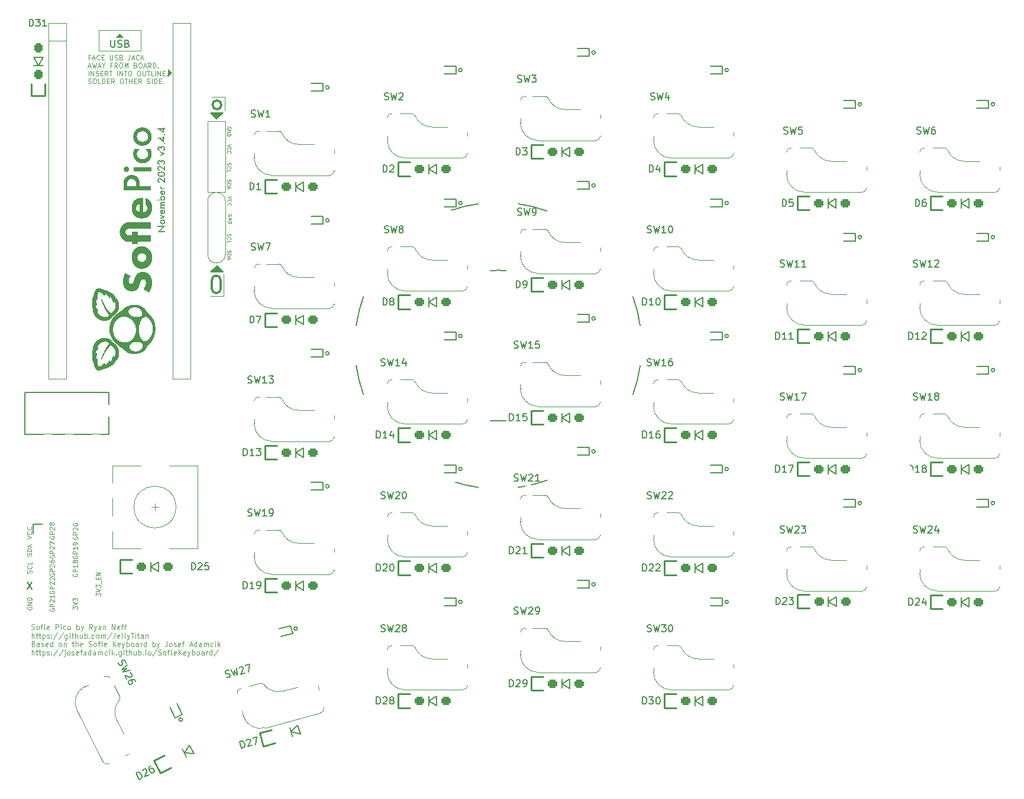
<source format=gto>
G04 #@! TF.GenerationSoftware,KiCad,Pcbnew,7.0.5-0*
G04 #@! TF.CreationDate,2023-11-14T08:27:50-08:00*
G04 #@! TF.ProjectId,Sofle_Pico,536f666c-655f-4506-9963-6f2e6b696361,rev?*
G04 #@! TF.SameCoordinates,Original*
G04 #@! TF.FileFunction,Legend,Top*
G04 #@! TF.FilePolarity,Positive*
%FSLAX46Y46*%
G04 Gerber Fmt 4.6, Leading zero omitted, Abs format (unit mm)*
G04 Created by KiCad (PCBNEW 7.0.5-0) date 2023-11-14 08:27:50*
%MOMM*%
%LPD*%
G01*
G04 APERTURE LIST*
G04 Aperture macros list*
%AMRoundRect*
0 Rectangle with rounded corners*
0 $1 Rounding radius*
0 $2 $3 $4 $5 $6 $7 $8 $9 X,Y pos of 4 corners*
0 Add a 4 corners polygon primitive as box body*
4,1,4,$2,$3,$4,$5,$6,$7,$8,$9,$2,$3,0*
0 Add four circle primitives for the rounded corners*
1,1,$1+$1,$2,$3*
1,1,$1+$1,$4,$5*
1,1,$1+$1,$6,$7*
1,1,$1+$1,$8,$9*
0 Add four rect primitives between the rounded corners*
20,1,$1+$1,$2,$3,$4,$5,0*
20,1,$1+$1,$4,$5,$6,$7,0*
20,1,$1+$1,$6,$7,$8,$9,0*
20,1,$1+$1,$8,$9,$2,$3,0*%
%AMHorizOval*
0 Thick line with rounded ends*
0 $1 width*
0 $2 $3 position (X,Y) of the first rounded end (center of the circle)*
0 $4 $5 position (X,Y) of the second rounded end (center of the circle)*
0 Add line between two ends*
20,1,$1,$2,$3,$4,$5,0*
0 Add two circle primitives to create the rounded ends*
1,1,$1,$2,$3*
1,1,$1,$4,$5*%
%AMRotRect*
0 Rectangle, with rotation*
0 The origin of the aperture is its center*
0 $1 length*
0 $2 width*
0 $3 Rotation angle, in degrees counterclockwise*
0 Add horizontal line*
21,1,$1,$2,0,0,$3*%
%AMOutline5P*
0 Free polygon, 5 corners , with rotation*
0 The origin of the aperture is its center*
0 number of corners: always 5*
0 $1 to $10 corner X, Y*
0 $11 Rotation angle, in degrees counterclockwise*
0 create outline with 5 corners*
4,1,5,$1,$2,$3,$4,$5,$6,$7,$8,$9,$10,$1,$2,$11*%
%AMOutline6P*
0 Free polygon, 6 corners , with rotation*
0 The origin of the aperture is its center*
0 number of corners: always 6*
0 $1 to $12 corner X, Y*
0 $13 Rotation angle, in degrees counterclockwise*
0 create outline with 6 corners*
4,1,6,$1,$2,$3,$4,$5,$6,$7,$8,$9,$10,$11,$12,$1,$2,$13*%
%AMOutline7P*
0 Free polygon, 7 corners , with rotation*
0 The origin of the aperture is its center*
0 number of corners: always 7*
0 $1 to $14 corner X, Y*
0 $15 Rotation angle, in degrees counterclockwise*
0 create outline with 7 corners*
4,1,7,$1,$2,$3,$4,$5,$6,$7,$8,$9,$10,$11,$12,$13,$14,$1,$2,$15*%
%AMOutline8P*
0 Free polygon, 8 corners , with rotation*
0 The origin of the aperture is its center*
0 number of corners: always 8*
0 $1 to $16 corner X, Y*
0 $17 Rotation angle, in degrees counterclockwise*
0 create outline with 8 corners*
4,1,8,$1,$2,$3,$4,$5,$6,$7,$8,$9,$10,$11,$12,$13,$14,$15,$16,$1,$2,$17*%
%AMFreePoly0*
4,1,28,-0.850000,0.400000,-0.842219,0.514750,-0.797860,0.693119,-0.716195,0.857783,-0.601041,1.001041,-0.457783,1.116195,-0.293119,1.197860,-0.114750,1.242219,0.000000,1.250000,0.850000,0.400000,0.850000,-0.400000,0.842219,-0.514750,0.797860,-0.693119,0.716195,-0.857783,0.601041,-1.001041,0.457783,-1.116195,0.293119,-1.197860,0.114750,-1.242219,0.000000,-1.250000,-0.114750,-1.242219,
-0.293119,-1.197860,-0.457783,-1.116195,-0.601041,-1.001041,-0.716195,-0.857783,-0.797860,-0.693119,-0.842219,-0.514750,-0.850000,-0.400000,-0.850000,0.400000,-0.850000,0.400000,$1*%
%AMFreePoly1*
4,1,28,-0.850000,0.400000,-0.842219,0.514750,-0.797860,0.693119,-0.716195,0.857783,-0.601041,1.001041,-0.457783,1.116195,-0.293119,1.197860,-0.114750,1.242219,0.000000,1.250000,0.114750,1.242219,0.293119,1.197860,0.457783,1.116195,0.601041,1.001041,0.716195,0.857783,0.797860,0.693119,0.842219,0.514750,0.850000,0.400000,0.850000,-0.400000,0.000000,-1.250000,-0.114750,-1.242219,
-0.293119,-1.197860,-0.457783,-1.116195,-0.601041,-1.001041,-0.716195,-0.857783,-0.797860,-0.693119,-0.842219,-0.514750,-0.850000,-0.400000,-0.850000,0.400000,-0.850000,0.400000,$1*%
%AMFreePoly2*
4,1,19,-0.800000,0.000000,-0.784505,0.151663,-0.729731,0.316964,-0.638312,0.465177,-0.515177,0.588312,-0.366964,0.679731,-0.201663,0.734505,-0.050000,0.750000,0.800000,0.750000,0.800000,-0.750000,-0.050000,-0.750000,-0.201663,-0.734505,-0.366964,-0.679731,-0.515177,-0.588312,-0.638312,-0.465177,-0.729731,-0.316964,-0.784505,-0.151663,-0.800000,0.000000,-0.800000,0.000000,-0.800000,0.000000,
$1*%
%AMFreePoly3*
4,1,18,-0.800000,0.750000,0.050000,0.750000,0.201663,0.734505,0.366964,0.679731,0.515177,0.588312,0.638312,0.465177,0.729731,0.316964,0.784505,0.151663,0.800000,0.000000,0.784505,-0.151663,0.729731,-0.316964,0.638312,-0.465177,0.515177,-0.588312,0.366964,-0.679731,0.201663,-0.734505,0.050000,-0.750000,-0.800000,-0.750000,-0.800000,0.750000,-0.800000,0.750000,$1*%
%AMFreePoly4*
4,1,18,-1.275000,0.630000,-0.645000,1.260000,1.023000,1.260000,1.119436,1.240818,1.201191,1.186191,1.255818,1.104436,1.275000,1.008000,1.275000,-1.008000,1.255818,-1.104436,1.201191,-1.186191,1.119436,-1.240818,1.023000,-1.260000,-1.023000,-1.260000,-1.119436,-1.240818,-1.201191,-1.186191,-1.255818,-1.104436,-1.275000,-1.008000,-1.275000,0.630000,-1.275000,0.630000,$1*%
%AMFreePoly5*
4,1,17,-1.275000,1.008000,-1.255818,1.104436,-1.201191,1.186191,-1.119436,1.240818,-1.023000,1.260000,1.023000,1.260000,1.119436,1.240818,1.201191,1.186191,1.255818,1.104436,1.275000,1.008000,1.275000,-1.260000,-1.023000,-1.260000,-1.119436,-1.240818,-1.201191,-1.186191,-1.255818,-1.104436,-1.275000,-1.008000,-1.275000,1.008000,-1.275000,1.008000,$1*%
G04 Aperture macros list end*
%ADD10C,0.300000*%
%ADD11C,0.150000*%
%ADD12C,0.100000*%
%ADD13C,0.800000*%
%ADD14C,0.400000*%
%ADD15C,0.125000*%
%ADD16C,0.120000*%
%ADD17C,0.200000*%
%ADD18C,0.022619*%
%ADD19C,0.250000*%
%ADD20C,0.099999*%
%ADD21C,1.200000*%
%ADD22FreePoly0,90.000000*%
%ADD23FreePoly1,90.000000*%
%ADD24O,2.500000X1.700000*%
%ADD25C,1.397000*%
%ADD26C,2.000000*%
%ADD27R,3.200000X2.000000*%
%ADD28C,4.700000*%
%ADD29R,1.700000X1.700000*%
%ADD30O,1.700000X1.700000*%
%ADD31FreePoly2,180.000000*%
%ADD32FreePoly3,180.000000*%
%ADD33C,1.700000*%
%ADD34C,4.400000*%
%ADD35C,1.500000*%
%ADD36R,1.500000X1.500000*%
%ADD37R,1.400000X1.400000*%
%ADD38RoundRect,0.300000X-0.400000X-0.300000X0.400000X-0.300000X0.400000X0.300000X-0.400000X0.300000X0*%
%ADD39C,1.400000*%
%ADD40RotRect,1.400000X1.400000X27.000000*%
%ADD41RoundRect,0.300000X-0.220205X-0.448898X0.492600X-0.085706X0.220205X0.448898X-0.492600X0.085706X0*%
%ADD42C,1.750000*%
%ADD43C,3.000000*%
%ADD44O,1.000000X4.000000*%
%ADD45C,3.987800*%
%ADD46O,3.400000X1.000000*%
%ADD47O,3.400000X3.000000*%
%ADD48R,1.700000X0.820000*%
%ADD49Outline5P,-0.850000X0.410000X0.850000X0.410000X0.850000X-0.410000X-0.440000X-0.410000X-0.850000X0.000000X180.000000*%
%ADD50FreePoly4,0.000000*%
%ADD51FreePoly5,0.000000*%
%ADD52HorizOval,1.000000X-1.336510X-0.680986X1.336510X0.680986X0*%
%ADD53HorizOval,1.000000X-0.544789X1.069208X0.544789X-1.069208X0*%
%ADD54HorizOval,3.000000X-0.090798X0.178201X0.090798X-0.178201X0*%
%ADD55RotRect,1.700000X0.820000X117.000000*%
%ADD56Outline5P,-0.850000X0.410000X0.850000X0.410000X0.850000X-0.410000X-0.440000X-0.410000X-0.850000X0.000000X117.000000*%
%ADD57FreePoly4,297.000000*%
%ADD58FreePoly5,297.000000*%
%ADD59HorizOval,1.000000X-0.388229X1.448889X0.388229X-1.448889X0*%
%ADD60HorizOval,1.000000X-1.159111X-0.310583X1.159111X0.310583X0*%
%ADD61HorizOval,3.000000X-0.193185X-0.051764X0.193185X0.051764X0*%
%ADD62RotRect,1.700000X0.820000X195.000000*%
%ADD63Outline5P,-0.850000X0.410000X0.850000X0.410000X0.850000X-0.410000X-0.440000X-0.410000X-0.850000X0.000000X195.000000*%
%ADD64FreePoly4,15.000000*%
%ADD65FreePoly5,15.000000*%
%ADD66RotRect,1.400000X1.400000X15.000000*%
%ADD67RoundRect,0.300000X-0.308725X-0.393305X0.464016X-0.186250X0.308725X0.393305X-0.464016X0.186250X0*%
%ADD68RoundRect,0.300000X0.300000X-0.400000X0.300000X0.400000X-0.300000X0.400000X-0.300000X-0.400000X0*%
G04 APERTURE END LIST*
D10*
X108135807Y-73220800D02*
X108135807Y-71970800D01*
D11*
X108830000Y-48870000D02*
X108820000Y-48870000D01*
X107950000Y-48000000D01*
X109750000Y-48000000D01*
X108830000Y-48870000D01*
G36*
X108830000Y-48870000D02*
G01*
X108820000Y-48870000D01*
X107950000Y-48000000D01*
X109750000Y-48000000D01*
X108830000Y-48870000D01*
G37*
D12*
X107950000Y-74245000D02*
X109810000Y-74245000D01*
D11*
X109740000Y-70835000D02*
X107940000Y-70835000D01*
X108860000Y-69965000D01*
X108870000Y-69965000D01*
X109740000Y-70835000D01*
G36*
X109740000Y-70835000D02*
G01*
X107940000Y-70835000D01*
X108860000Y-69965000D01*
X108870000Y-69965000D01*
X109740000Y-70835000D01*
G37*
D10*
X109404193Y-73220800D02*
X109404193Y-71970800D01*
X109509193Y-46873393D02*
G75*
G03*
X108240807Y-46873393I-634193J7D01*
G01*
X108135807Y-73220800D02*
G75*
G03*
X109404193Y-73220800I634193J-7D01*
G01*
D12*
X109810000Y-74245000D02*
X109810000Y-71155000D01*
D10*
X108240807Y-46873393D02*
G75*
G03*
X109509193Y-46873393I634193J7D01*
G01*
D12*
X109970807Y-45733393D02*
X109970807Y-47653393D01*
X109970807Y-45733393D02*
X108110807Y-45733393D01*
D10*
X109404193Y-71970800D02*
G75*
G03*
X108135807Y-71970800I-634193J-7D01*
G01*
D12*
X82318646Y-122014800D02*
X82425789Y-122050514D01*
X82425789Y-122050514D02*
X82604360Y-122050514D01*
X82604360Y-122050514D02*
X82675789Y-122014800D01*
X82675789Y-122014800D02*
X82711503Y-121979085D01*
X82711503Y-121979085D02*
X82747217Y-121907657D01*
X82747217Y-121907657D02*
X82747217Y-121836228D01*
X82747217Y-121836228D02*
X82711503Y-121764800D01*
X82711503Y-121764800D02*
X82675789Y-121729085D01*
X82675789Y-121729085D02*
X82604360Y-121693371D01*
X82604360Y-121693371D02*
X82461503Y-121657657D01*
X82461503Y-121657657D02*
X82390074Y-121621942D01*
X82390074Y-121621942D02*
X82354360Y-121586228D01*
X82354360Y-121586228D02*
X82318646Y-121514800D01*
X82318646Y-121514800D02*
X82318646Y-121443371D01*
X82318646Y-121443371D02*
X82354360Y-121371942D01*
X82354360Y-121371942D02*
X82390074Y-121336228D01*
X82390074Y-121336228D02*
X82461503Y-121300514D01*
X82461503Y-121300514D02*
X82640074Y-121300514D01*
X82640074Y-121300514D02*
X82747217Y-121336228D01*
X83175789Y-122050514D02*
X83104360Y-122014800D01*
X83104360Y-122014800D02*
X83068646Y-121979085D01*
X83068646Y-121979085D02*
X83032932Y-121907657D01*
X83032932Y-121907657D02*
X83032932Y-121693371D01*
X83032932Y-121693371D02*
X83068646Y-121621942D01*
X83068646Y-121621942D02*
X83104360Y-121586228D01*
X83104360Y-121586228D02*
X83175789Y-121550514D01*
X83175789Y-121550514D02*
X83282932Y-121550514D01*
X83282932Y-121550514D02*
X83354360Y-121586228D01*
X83354360Y-121586228D02*
X83390075Y-121621942D01*
X83390075Y-121621942D02*
X83425789Y-121693371D01*
X83425789Y-121693371D02*
X83425789Y-121907657D01*
X83425789Y-121907657D02*
X83390075Y-121979085D01*
X83390075Y-121979085D02*
X83354360Y-122014800D01*
X83354360Y-122014800D02*
X83282932Y-122050514D01*
X83282932Y-122050514D02*
X83175789Y-122050514D01*
X83640074Y-121550514D02*
X83925788Y-121550514D01*
X83747217Y-122050514D02*
X83747217Y-121407657D01*
X83747217Y-121407657D02*
X83782931Y-121336228D01*
X83782931Y-121336228D02*
X83854360Y-121300514D01*
X83854360Y-121300514D02*
X83925788Y-121300514D01*
X84282931Y-122050514D02*
X84211502Y-122014800D01*
X84211502Y-122014800D02*
X84175788Y-121943371D01*
X84175788Y-121943371D02*
X84175788Y-121300514D01*
X84854359Y-122014800D02*
X84782931Y-122050514D01*
X84782931Y-122050514D02*
X84640074Y-122050514D01*
X84640074Y-122050514D02*
X84568645Y-122014800D01*
X84568645Y-122014800D02*
X84532931Y-121943371D01*
X84532931Y-121943371D02*
X84532931Y-121657657D01*
X84532931Y-121657657D02*
X84568645Y-121586228D01*
X84568645Y-121586228D02*
X84640074Y-121550514D01*
X84640074Y-121550514D02*
X84782931Y-121550514D01*
X84782931Y-121550514D02*
X84854359Y-121586228D01*
X84854359Y-121586228D02*
X84890074Y-121657657D01*
X84890074Y-121657657D02*
X84890074Y-121729085D01*
X84890074Y-121729085D02*
X84532931Y-121800514D01*
X85782931Y-122050514D02*
X85782931Y-121300514D01*
X85782931Y-121300514D02*
X86068645Y-121300514D01*
X86068645Y-121300514D02*
X86140074Y-121336228D01*
X86140074Y-121336228D02*
X86175788Y-121371942D01*
X86175788Y-121371942D02*
X86211502Y-121443371D01*
X86211502Y-121443371D02*
X86211502Y-121550514D01*
X86211502Y-121550514D02*
X86175788Y-121621942D01*
X86175788Y-121621942D02*
X86140074Y-121657657D01*
X86140074Y-121657657D02*
X86068645Y-121693371D01*
X86068645Y-121693371D02*
X85782931Y-121693371D01*
X86532931Y-122050514D02*
X86532931Y-121550514D01*
X86532931Y-121300514D02*
X86497217Y-121336228D01*
X86497217Y-121336228D02*
X86532931Y-121371942D01*
X86532931Y-121371942D02*
X86568645Y-121336228D01*
X86568645Y-121336228D02*
X86532931Y-121300514D01*
X86532931Y-121300514D02*
X86532931Y-121371942D01*
X87211503Y-122014800D02*
X87140074Y-122050514D01*
X87140074Y-122050514D02*
X86997217Y-122050514D01*
X86997217Y-122050514D02*
X86925788Y-122014800D01*
X86925788Y-122014800D02*
X86890074Y-121979085D01*
X86890074Y-121979085D02*
X86854360Y-121907657D01*
X86854360Y-121907657D02*
X86854360Y-121693371D01*
X86854360Y-121693371D02*
X86890074Y-121621942D01*
X86890074Y-121621942D02*
X86925788Y-121586228D01*
X86925788Y-121586228D02*
X86997217Y-121550514D01*
X86997217Y-121550514D02*
X87140074Y-121550514D01*
X87140074Y-121550514D02*
X87211503Y-121586228D01*
X87640074Y-122050514D02*
X87568645Y-122014800D01*
X87568645Y-122014800D02*
X87532931Y-121979085D01*
X87532931Y-121979085D02*
X87497217Y-121907657D01*
X87497217Y-121907657D02*
X87497217Y-121693371D01*
X87497217Y-121693371D02*
X87532931Y-121621942D01*
X87532931Y-121621942D02*
X87568645Y-121586228D01*
X87568645Y-121586228D02*
X87640074Y-121550514D01*
X87640074Y-121550514D02*
X87747217Y-121550514D01*
X87747217Y-121550514D02*
X87818645Y-121586228D01*
X87818645Y-121586228D02*
X87854360Y-121621942D01*
X87854360Y-121621942D02*
X87890074Y-121693371D01*
X87890074Y-121693371D02*
X87890074Y-121907657D01*
X87890074Y-121907657D02*
X87854360Y-121979085D01*
X87854360Y-121979085D02*
X87818645Y-122014800D01*
X87818645Y-122014800D02*
X87747217Y-122050514D01*
X87747217Y-122050514D02*
X87640074Y-122050514D01*
X88782931Y-122050514D02*
X88782931Y-121300514D01*
X88782931Y-121586228D02*
X88854360Y-121550514D01*
X88854360Y-121550514D02*
X88997217Y-121550514D01*
X88997217Y-121550514D02*
X89068645Y-121586228D01*
X89068645Y-121586228D02*
X89104360Y-121621942D01*
X89104360Y-121621942D02*
X89140074Y-121693371D01*
X89140074Y-121693371D02*
X89140074Y-121907657D01*
X89140074Y-121907657D02*
X89104360Y-121979085D01*
X89104360Y-121979085D02*
X89068645Y-122014800D01*
X89068645Y-122014800D02*
X88997217Y-122050514D01*
X88997217Y-122050514D02*
X88854360Y-122050514D01*
X88854360Y-122050514D02*
X88782931Y-122014800D01*
X89390073Y-121550514D02*
X89568645Y-122050514D01*
X89747216Y-121550514D02*
X89568645Y-122050514D01*
X89568645Y-122050514D02*
X89497216Y-122229085D01*
X89497216Y-122229085D02*
X89461502Y-122264800D01*
X89461502Y-122264800D02*
X89390073Y-122300514D01*
X91032931Y-122050514D02*
X90782931Y-121693371D01*
X90604360Y-122050514D02*
X90604360Y-121300514D01*
X90604360Y-121300514D02*
X90890074Y-121300514D01*
X90890074Y-121300514D02*
X90961503Y-121336228D01*
X90961503Y-121336228D02*
X90997217Y-121371942D01*
X90997217Y-121371942D02*
X91032931Y-121443371D01*
X91032931Y-121443371D02*
X91032931Y-121550514D01*
X91032931Y-121550514D02*
X90997217Y-121621942D01*
X90997217Y-121621942D02*
X90961503Y-121657657D01*
X90961503Y-121657657D02*
X90890074Y-121693371D01*
X90890074Y-121693371D02*
X90604360Y-121693371D01*
X91282931Y-121550514D02*
X91461503Y-122050514D01*
X91640074Y-121550514D02*
X91461503Y-122050514D01*
X91461503Y-122050514D02*
X91390074Y-122229085D01*
X91390074Y-122229085D02*
X91354360Y-122264800D01*
X91354360Y-122264800D02*
X91282931Y-122300514D01*
X92247218Y-122050514D02*
X92247218Y-121657657D01*
X92247218Y-121657657D02*
X92211503Y-121586228D01*
X92211503Y-121586228D02*
X92140075Y-121550514D01*
X92140075Y-121550514D02*
X91997218Y-121550514D01*
X91997218Y-121550514D02*
X91925789Y-121586228D01*
X92247218Y-122014800D02*
X92175789Y-122050514D01*
X92175789Y-122050514D02*
X91997218Y-122050514D01*
X91997218Y-122050514D02*
X91925789Y-122014800D01*
X91925789Y-122014800D02*
X91890075Y-121943371D01*
X91890075Y-121943371D02*
X91890075Y-121871942D01*
X91890075Y-121871942D02*
X91925789Y-121800514D01*
X91925789Y-121800514D02*
X91997218Y-121764800D01*
X91997218Y-121764800D02*
X92175789Y-121764800D01*
X92175789Y-121764800D02*
X92247218Y-121729085D01*
X92604360Y-121550514D02*
X92604360Y-122050514D01*
X92604360Y-121621942D02*
X92640074Y-121586228D01*
X92640074Y-121586228D02*
X92711503Y-121550514D01*
X92711503Y-121550514D02*
X92818646Y-121550514D01*
X92818646Y-121550514D02*
X92890074Y-121586228D01*
X92890074Y-121586228D02*
X92925789Y-121657657D01*
X92925789Y-121657657D02*
X92925789Y-122050514D01*
X93854360Y-122050514D02*
X93854360Y-121300514D01*
X93854360Y-121300514D02*
X94282931Y-122050514D01*
X94282931Y-122050514D02*
X94282931Y-121300514D01*
X94925788Y-122014800D02*
X94854360Y-122050514D01*
X94854360Y-122050514D02*
X94711503Y-122050514D01*
X94711503Y-122050514D02*
X94640074Y-122014800D01*
X94640074Y-122014800D02*
X94604360Y-121943371D01*
X94604360Y-121943371D02*
X94604360Y-121657657D01*
X94604360Y-121657657D02*
X94640074Y-121586228D01*
X94640074Y-121586228D02*
X94711503Y-121550514D01*
X94711503Y-121550514D02*
X94854360Y-121550514D01*
X94854360Y-121550514D02*
X94925788Y-121586228D01*
X94925788Y-121586228D02*
X94961503Y-121657657D01*
X94961503Y-121657657D02*
X94961503Y-121729085D01*
X94961503Y-121729085D02*
X94604360Y-121800514D01*
X95175788Y-121550514D02*
X95461502Y-121550514D01*
X95282931Y-122050514D02*
X95282931Y-121407657D01*
X95282931Y-121407657D02*
X95318645Y-121336228D01*
X95318645Y-121336228D02*
X95390074Y-121300514D01*
X95390074Y-121300514D02*
X95461502Y-121300514D01*
X95604359Y-121550514D02*
X95890073Y-121550514D01*
X95711502Y-122050514D02*
X95711502Y-121407657D01*
X95711502Y-121407657D02*
X95747216Y-121336228D01*
X95747216Y-121336228D02*
X95818645Y-121300514D01*
X95818645Y-121300514D02*
X95890073Y-121300514D01*
X82354360Y-123258014D02*
X82354360Y-122508014D01*
X82675789Y-123258014D02*
X82675789Y-122865157D01*
X82675789Y-122865157D02*
X82640074Y-122793728D01*
X82640074Y-122793728D02*
X82568646Y-122758014D01*
X82568646Y-122758014D02*
X82461503Y-122758014D01*
X82461503Y-122758014D02*
X82390074Y-122793728D01*
X82390074Y-122793728D02*
X82354360Y-122829442D01*
X82925788Y-122758014D02*
X83211502Y-122758014D01*
X83032931Y-122508014D02*
X83032931Y-123150871D01*
X83032931Y-123150871D02*
X83068645Y-123222300D01*
X83068645Y-123222300D02*
X83140074Y-123258014D01*
X83140074Y-123258014D02*
X83211502Y-123258014D01*
X83354359Y-122758014D02*
X83640073Y-122758014D01*
X83461502Y-122508014D02*
X83461502Y-123150871D01*
X83461502Y-123150871D02*
X83497216Y-123222300D01*
X83497216Y-123222300D02*
X83568645Y-123258014D01*
X83568645Y-123258014D02*
X83640073Y-123258014D01*
X83890073Y-122758014D02*
X83890073Y-123508014D01*
X83890073Y-122793728D02*
X83961502Y-122758014D01*
X83961502Y-122758014D02*
X84104359Y-122758014D01*
X84104359Y-122758014D02*
X84175787Y-122793728D01*
X84175787Y-122793728D02*
X84211502Y-122829442D01*
X84211502Y-122829442D02*
X84247216Y-122900871D01*
X84247216Y-122900871D02*
X84247216Y-123115157D01*
X84247216Y-123115157D02*
X84211502Y-123186585D01*
X84211502Y-123186585D02*
X84175787Y-123222300D01*
X84175787Y-123222300D02*
X84104359Y-123258014D01*
X84104359Y-123258014D02*
X83961502Y-123258014D01*
X83961502Y-123258014D02*
X83890073Y-123222300D01*
X84532930Y-123222300D02*
X84604358Y-123258014D01*
X84604358Y-123258014D02*
X84747215Y-123258014D01*
X84747215Y-123258014D02*
X84818644Y-123222300D01*
X84818644Y-123222300D02*
X84854358Y-123150871D01*
X84854358Y-123150871D02*
X84854358Y-123115157D01*
X84854358Y-123115157D02*
X84818644Y-123043728D01*
X84818644Y-123043728D02*
X84747215Y-123008014D01*
X84747215Y-123008014D02*
X84640073Y-123008014D01*
X84640073Y-123008014D02*
X84568644Y-122972300D01*
X84568644Y-122972300D02*
X84532930Y-122900871D01*
X84532930Y-122900871D02*
X84532930Y-122865157D01*
X84532930Y-122865157D02*
X84568644Y-122793728D01*
X84568644Y-122793728D02*
X84640073Y-122758014D01*
X84640073Y-122758014D02*
X84747215Y-122758014D01*
X84747215Y-122758014D02*
X84818644Y-122793728D01*
X85175787Y-123186585D02*
X85211501Y-123222300D01*
X85211501Y-123222300D02*
X85175787Y-123258014D01*
X85175787Y-123258014D02*
X85140073Y-123222300D01*
X85140073Y-123222300D02*
X85175787Y-123186585D01*
X85175787Y-123186585D02*
X85175787Y-123258014D01*
X85175787Y-122793728D02*
X85211501Y-122829442D01*
X85211501Y-122829442D02*
X85175787Y-122865157D01*
X85175787Y-122865157D02*
X85140073Y-122829442D01*
X85140073Y-122829442D02*
X85175787Y-122793728D01*
X85175787Y-122793728D02*
X85175787Y-122865157D01*
X86068644Y-122472300D02*
X85425787Y-123436585D01*
X86854358Y-122472300D02*
X86211501Y-123436585D01*
X87425787Y-122758014D02*
X87425787Y-123365157D01*
X87425787Y-123365157D02*
X87390072Y-123436585D01*
X87390072Y-123436585D02*
X87354358Y-123472300D01*
X87354358Y-123472300D02*
X87282929Y-123508014D01*
X87282929Y-123508014D02*
X87175787Y-123508014D01*
X87175787Y-123508014D02*
X87104358Y-123472300D01*
X87425787Y-123222300D02*
X87354358Y-123258014D01*
X87354358Y-123258014D02*
X87211501Y-123258014D01*
X87211501Y-123258014D02*
X87140072Y-123222300D01*
X87140072Y-123222300D02*
X87104358Y-123186585D01*
X87104358Y-123186585D02*
X87068644Y-123115157D01*
X87068644Y-123115157D02*
X87068644Y-122900871D01*
X87068644Y-122900871D02*
X87104358Y-122829442D01*
X87104358Y-122829442D02*
X87140072Y-122793728D01*
X87140072Y-122793728D02*
X87211501Y-122758014D01*
X87211501Y-122758014D02*
X87354358Y-122758014D01*
X87354358Y-122758014D02*
X87425787Y-122793728D01*
X87782929Y-123258014D02*
X87782929Y-122758014D01*
X87782929Y-122508014D02*
X87747215Y-122543728D01*
X87747215Y-122543728D02*
X87782929Y-122579442D01*
X87782929Y-122579442D02*
X87818643Y-122543728D01*
X87818643Y-122543728D02*
X87782929Y-122508014D01*
X87782929Y-122508014D02*
X87782929Y-122579442D01*
X88032929Y-122758014D02*
X88318643Y-122758014D01*
X88140072Y-122508014D02*
X88140072Y-123150871D01*
X88140072Y-123150871D02*
X88175786Y-123222300D01*
X88175786Y-123222300D02*
X88247215Y-123258014D01*
X88247215Y-123258014D02*
X88318643Y-123258014D01*
X88568643Y-123258014D02*
X88568643Y-122508014D01*
X88890072Y-123258014D02*
X88890072Y-122865157D01*
X88890072Y-122865157D02*
X88854357Y-122793728D01*
X88854357Y-122793728D02*
X88782929Y-122758014D01*
X88782929Y-122758014D02*
X88675786Y-122758014D01*
X88675786Y-122758014D02*
X88604357Y-122793728D01*
X88604357Y-122793728D02*
X88568643Y-122829442D01*
X89568643Y-122758014D02*
X89568643Y-123258014D01*
X89247214Y-122758014D02*
X89247214Y-123150871D01*
X89247214Y-123150871D02*
X89282928Y-123222300D01*
X89282928Y-123222300D02*
X89354357Y-123258014D01*
X89354357Y-123258014D02*
X89461500Y-123258014D01*
X89461500Y-123258014D02*
X89532928Y-123222300D01*
X89532928Y-123222300D02*
X89568643Y-123186585D01*
X89925785Y-123258014D02*
X89925785Y-122508014D01*
X89925785Y-122793728D02*
X89997214Y-122758014D01*
X89997214Y-122758014D02*
X90140071Y-122758014D01*
X90140071Y-122758014D02*
X90211499Y-122793728D01*
X90211499Y-122793728D02*
X90247214Y-122829442D01*
X90247214Y-122829442D02*
X90282928Y-122900871D01*
X90282928Y-122900871D02*
X90282928Y-123115157D01*
X90282928Y-123115157D02*
X90247214Y-123186585D01*
X90247214Y-123186585D02*
X90211499Y-123222300D01*
X90211499Y-123222300D02*
X90140071Y-123258014D01*
X90140071Y-123258014D02*
X89997214Y-123258014D01*
X89997214Y-123258014D02*
X89925785Y-123222300D01*
X90604356Y-123186585D02*
X90640070Y-123222300D01*
X90640070Y-123222300D02*
X90604356Y-123258014D01*
X90604356Y-123258014D02*
X90568642Y-123222300D01*
X90568642Y-123222300D02*
X90604356Y-123186585D01*
X90604356Y-123186585D02*
X90604356Y-123258014D01*
X91282928Y-123222300D02*
X91211499Y-123258014D01*
X91211499Y-123258014D02*
X91068642Y-123258014D01*
X91068642Y-123258014D02*
X90997213Y-123222300D01*
X90997213Y-123222300D02*
X90961499Y-123186585D01*
X90961499Y-123186585D02*
X90925785Y-123115157D01*
X90925785Y-123115157D02*
X90925785Y-122900871D01*
X90925785Y-122900871D02*
X90961499Y-122829442D01*
X90961499Y-122829442D02*
X90997213Y-122793728D01*
X90997213Y-122793728D02*
X91068642Y-122758014D01*
X91068642Y-122758014D02*
X91211499Y-122758014D01*
X91211499Y-122758014D02*
X91282928Y-122793728D01*
X91711499Y-123258014D02*
X91640070Y-123222300D01*
X91640070Y-123222300D02*
X91604356Y-123186585D01*
X91604356Y-123186585D02*
X91568642Y-123115157D01*
X91568642Y-123115157D02*
X91568642Y-122900871D01*
X91568642Y-122900871D02*
X91604356Y-122829442D01*
X91604356Y-122829442D02*
X91640070Y-122793728D01*
X91640070Y-122793728D02*
X91711499Y-122758014D01*
X91711499Y-122758014D02*
X91818642Y-122758014D01*
X91818642Y-122758014D02*
X91890070Y-122793728D01*
X91890070Y-122793728D02*
X91925785Y-122829442D01*
X91925785Y-122829442D02*
X91961499Y-122900871D01*
X91961499Y-122900871D02*
X91961499Y-123115157D01*
X91961499Y-123115157D02*
X91925785Y-123186585D01*
X91925785Y-123186585D02*
X91890070Y-123222300D01*
X91890070Y-123222300D02*
X91818642Y-123258014D01*
X91818642Y-123258014D02*
X91711499Y-123258014D01*
X92282927Y-123258014D02*
X92282927Y-122758014D01*
X92282927Y-122829442D02*
X92318641Y-122793728D01*
X92318641Y-122793728D02*
X92390070Y-122758014D01*
X92390070Y-122758014D02*
X92497213Y-122758014D01*
X92497213Y-122758014D02*
X92568641Y-122793728D01*
X92568641Y-122793728D02*
X92604356Y-122865157D01*
X92604356Y-122865157D02*
X92604356Y-123258014D01*
X92604356Y-122865157D02*
X92640070Y-122793728D01*
X92640070Y-122793728D02*
X92711498Y-122758014D01*
X92711498Y-122758014D02*
X92818641Y-122758014D01*
X92818641Y-122758014D02*
X92890070Y-122793728D01*
X92890070Y-122793728D02*
X92925784Y-122865157D01*
X92925784Y-122865157D02*
X92925784Y-123258014D01*
X93818641Y-122472300D02*
X93175784Y-123436585D01*
X94282927Y-122508014D02*
X94282927Y-123043728D01*
X94282927Y-123043728D02*
X94247212Y-123150871D01*
X94247212Y-123150871D02*
X94175784Y-123222300D01*
X94175784Y-123222300D02*
X94068641Y-123258014D01*
X94068641Y-123258014D02*
X93997212Y-123258014D01*
X94925784Y-123222300D02*
X94854356Y-123258014D01*
X94854356Y-123258014D02*
X94711499Y-123258014D01*
X94711499Y-123258014D02*
X94640070Y-123222300D01*
X94640070Y-123222300D02*
X94604356Y-123150871D01*
X94604356Y-123150871D02*
X94604356Y-122865157D01*
X94604356Y-122865157D02*
X94640070Y-122793728D01*
X94640070Y-122793728D02*
X94711499Y-122758014D01*
X94711499Y-122758014D02*
X94854356Y-122758014D01*
X94854356Y-122758014D02*
X94925784Y-122793728D01*
X94925784Y-122793728D02*
X94961499Y-122865157D01*
X94961499Y-122865157D02*
X94961499Y-122936585D01*
X94961499Y-122936585D02*
X94604356Y-123008014D01*
X95390070Y-123258014D02*
X95318641Y-123222300D01*
X95318641Y-123222300D02*
X95282927Y-123150871D01*
X95282927Y-123150871D02*
X95282927Y-122508014D01*
X95782927Y-123258014D02*
X95711498Y-123222300D01*
X95711498Y-123222300D02*
X95675784Y-123150871D01*
X95675784Y-123150871D02*
X95675784Y-122508014D01*
X95997212Y-122758014D02*
X96175784Y-123258014D01*
X96354355Y-122758014D02*
X96175784Y-123258014D01*
X96175784Y-123258014D02*
X96104355Y-123436585D01*
X96104355Y-123436585D02*
X96068641Y-123472300D01*
X96068641Y-123472300D02*
X95997212Y-123508014D01*
X96532927Y-122508014D02*
X96961499Y-122508014D01*
X96747213Y-123258014D02*
X96747213Y-122508014D01*
X97211499Y-123258014D02*
X97211499Y-122758014D01*
X97211499Y-122508014D02*
X97175785Y-122543728D01*
X97175785Y-122543728D02*
X97211499Y-122579442D01*
X97211499Y-122579442D02*
X97247213Y-122543728D01*
X97247213Y-122543728D02*
X97211499Y-122508014D01*
X97211499Y-122508014D02*
X97211499Y-122579442D01*
X97461499Y-122758014D02*
X97747213Y-122758014D01*
X97568642Y-122508014D02*
X97568642Y-123150871D01*
X97568642Y-123150871D02*
X97604356Y-123222300D01*
X97604356Y-123222300D02*
X97675785Y-123258014D01*
X97675785Y-123258014D02*
X97747213Y-123258014D01*
X98318642Y-123258014D02*
X98318642Y-122865157D01*
X98318642Y-122865157D02*
X98282927Y-122793728D01*
X98282927Y-122793728D02*
X98211499Y-122758014D01*
X98211499Y-122758014D02*
X98068642Y-122758014D01*
X98068642Y-122758014D02*
X97997213Y-122793728D01*
X98318642Y-123222300D02*
X98247213Y-123258014D01*
X98247213Y-123258014D02*
X98068642Y-123258014D01*
X98068642Y-123258014D02*
X97997213Y-123222300D01*
X97997213Y-123222300D02*
X97961499Y-123150871D01*
X97961499Y-123150871D02*
X97961499Y-123079442D01*
X97961499Y-123079442D02*
X97997213Y-123008014D01*
X97997213Y-123008014D02*
X98068642Y-122972300D01*
X98068642Y-122972300D02*
X98247213Y-122972300D01*
X98247213Y-122972300D02*
X98318642Y-122936585D01*
X98675784Y-122758014D02*
X98675784Y-123258014D01*
X98675784Y-122829442D02*
X98711498Y-122793728D01*
X98711498Y-122793728D02*
X98782927Y-122758014D01*
X98782927Y-122758014D02*
X98890070Y-122758014D01*
X98890070Y-122758014D02*
X98961498Y-122793728D01*
X98961498Y-122793728D02*
X98997213Y-122865157D01*
X98997213Y-122865157D02*
X98997213Y-123258014D01*
X82604360Y-124072657D02*
X82711503Y-124108371D01*
X82711503Y-124108371D02*
X82747217Y-124144085D01*
X82747217Y-124144085D02*
X82782931Y-124215514D01*
X82782931Y-124215514D02*
X82782931Y-124322657D01*
X82782931Y-124322657D02*
X82747217Y-124394085D01*
X82747217Y-124394085D02*
X82711503Y-124429800D01*
X82711503Y-124429800D02*
X82640074Y-124465514D01*
X82640074Y-124465514D02*
X82354360Y-124465514D01*
X82354360Y-124465514D02*
X82354360Y-123715514D01*
X82354360Y-123715514D02*
X82604360Y-123715514D01*
X82604360Y-123715514D02*
X82675789Y-123751228D01*
X82675789Y-123751228D02*
X82711503Y-123786942D01*
X82711503Y-123786942D02*
X82747217Y-123858371D01*
X82747217Y-123858371D02*
X82747217Y-123929800D01*
X82747217Y-123929800D02*
X82711503Y-124001228D01*
X82711503Y-124001228D02*
X82675789Y-124036942D01*
X82675789Y-124036942D02*
X82604360Y-124072657D01*
X82604360Y-124072657D02*
X82354360Y-124072657D01*
X83425789Y-124465514D02*
X83425789Y-124072657D01*
X83425789Y-124072657D02*
X83390074Y-124001228D01*
X83390074Y-124001228D02*
X83318646Y-123965514D01*
X83318646Y-123965514D02*
X83175789Y-123965514D01*
X83175789Y-123965514D02*
X83104360Y-124001228D01*
X83425789Y-124429800D02*
X83354360Y-124465514D01*
X83354360Y-124465514D02*
X83175789Y-124465514D01*
X83175789Y-124465514D02*
X83104360Y-124429800D01*
X83104360Y-124429800D02*
X83068646Y-124358371D01*
X83068646Y-124358371D02*
X83068646Y-124286942D01*
X83068646Y-124286942D02*
X83104360Y-124215514D01*
X83104360Y-124215514D02*
X83175789Y-124179800D01*
X83175789Y-124179800D02*
X83354360Y-124179800D01*
X83354360Y-124179800D02*
X83425789Y-124144085D01*
X83747217Y-124429800D02*
X83818645Y-124465514D01*
X83818645Y-124465514D02*
X83961502Y-124465514D01*
X83961502Y-124465514D02*
X84032931Y-124429800D01*
X84032931Y-124429800D02*
X84068645Y-124358371D01*
X84068645Y-124358371D02*
X84068645Y-124322657D01*
X84068645Y-124322657D02*
X84032931Y-124251228D01*
X84032931Y-124251228D02*
X83961502Y-124215514D01*
X83961502Y-124215514D02*
X83854360Y-124215514D01*
X83854360Y-124215514D02*
X83782931Y-124179800D01*
X83782931Y-124179800D02*
X83747217Y-124108371D01*
X83747217Y-124108371D02*
X83747217Y-124072657D01*
X83747217Y-124072657D02*
X83782931Y-124001228D01*
X83782931Y-124001228D02*
X83854360Y-123965514D01*
X83854360Y-123965514D02*
X83961502Y-123965514D01*
X83961502Y-123965514D02*
X84032931Y-124001228D01*
X84675788Y-124429800D02*
X84604360Y-124465514D01*
X84604360Y-124465514D02*
X84461503Y-124465514D01*
X84461503Y-124465514D02*
X84390074Y-124429800D01*
X84390074Y-124429800D02*
X84354360Y-124358371D01*
X84354360Y-124358371D02*
X84354360Y-124072657D01*
X84354360Y-124072657D02*
X84390074Y-124001228D01*
X84390074Y-124001228D02*
X84461503Y-123965514D01*
X84461503Y-123965514D02*
X84604360Y-123965514D01*
X84604360Y-123965514D02*
X84675788Y-124001228D01*
X84675788Y-124001228D02*
X84711503Y-124072657D01*
X84711503Y-124072657D02*
X84711503Y-124144085D01*
X84711503Y-124144085D02*
X84354360Y-124215514D01*
X85354360Y-124465514D02*
X85354360Y-123715514D01*
X85354360Y-124429800D02*
X85282931Y-124465514D01*
X85282931Y-124465514D02*
X85140074Y-124465514D01*
X85140074Y-124465514D02*
X85068645Y-124429800D01*
X85068645Y-124429800D02*
X85032931Y-124394085D01*
X85032931Y-124394085D02*
X84997217Y-124322657D01*
X84997217Y-124322657D02*
X84997217Y-124108371D01*
X84997217Y-124108371D02*
X85032931Y-124036942D01*
X85032931Y-124036942D02*
X85068645Y-124001228D01*
X85068645Y-124001228D02*
X85140074Y-123965514D01*
X85140074Y-123965514D02*
X85282931Y-123965514D01*
X85282931Y-123965514D02*
X85354360Y-124001228D01*
X86390074Y-124465514D02*
X86318645Y-124429800D01*
X86318645Y-124429800D02*
X86282931Y-124394085D01*
X86282931Y-124394085D02*
X86247217Y-124322657D01*
X86247217Y-124322657D02*
X86247217Y-124108371D01*
X86247217Y-124108371D02*
X86282931Y-124036942D01*
X86282931Y-124036942D02*
X86318645Y-124001228D01*
X86318645Y-124001228D02*
X86390074Y-123965514D01*
X86390074Y-123965514D02*
X86497217Y-123965514D01*
X86497217Y-123965514D02*
X86568645Y-124001228D01*
X86568645Y-124001228D02*
X86604360Y-124036942D01*
X86604360Y-124036942D02*
X86640074Y-124108371D01*
X86640074Y-124108371D02*
X86640074Y-124322657D01*
X86640074Y-124322657D02*
X86604360Y-124394085D01*
X86604360Y-124394085D02*
X86568645Y-124429800D01*
X86568645Y-124429800D02*
X86497217Y-124465514D01*
X86497217Y-124465514D02*
X86390074Y-124465514D01*
X86961502Y-123965514D02*
X86961502Y-124465514D01*
X86961502Y-124036942D02*
X86997216Y-124001228D01*
X86997216Y-124001228D02*
X87068645Y-123965514D01*
X87068645Y-123965514D02*
X87175788Y-123965514D01*
X87175788Y-123965514D02*
X87247216Y-124001228D01*
X87247216Y-124001228D02*
X87282931Y-124072657D01*
X87282931Y-124072657D02*
X87282931Y-124465514D01*
X88104359Y-123965514D02*
X88390073Y-123965514D01*
X88211502Y-123715514D02*
X88211502Y-124358371D01*
X88211502Y-124358371D02*
X88247216Y-124429800D01*
X88247216Y-124429800D02*
X88318645Y-124465514D01*
X88318645Y-124465514D02*
X88390073Y-124465514D01*
X88640073Y-124465514D02*
X88640073Y-123715514D01*
X88961502Y-124465514D02*
X88961502Y-124072657D01*
X88961502Y-124072657D02*
X88925787Y-124001228D01*
X88925787Y-124001228D02*
X88854359Y-123965514D01*
X88854359Y-123965514D02*
X88747216Y-123965514D01*
X88747216Y-123965514D02*
X88675787Y-124001228D01*
X88675787Y-124001228D02*
X88640073Y-124036942D01*
X89604358Y-124429800D02*
X89532930Y-124465514D01*
X89532930Y-124465514D02*
X89390073Y-124465514D01*
X89390073Y-124465514D02*
X89318644Y-124429800D01*
X89318644Y-124429800D02*
X89282930Y-124358371D01*
X89282930Y-124358371D02*
X89282930Y-124072657D01*
X89282930Y-124072657D02*
X89318644Y-124001228D01*
X89318644Y-124001228D02*
X89390073Y-123965514D01*
X89390073Y-123965514D02*
X89532930Y-123965514D01*
X89532930Y-123965514D02*
X89604358Y-124001228D01*
X89604358Y-124001228D02*
X89640073Y-124072657D01*
X89640073Y-124072657D02*
X89640073Y-124144085D01*
X89640073Y-124144085D02*
X89282930Y-124215514D01*
X90497216Y-124429800D02*
X90604359Y-124465514D01*
X90604359Y-124465514D02*
X90782930Y-124465514D01*
X90782930Y-124465514D02*
X90854359Y-124429800D01*
X90854359Y-124429800D02*
X90890073Y-124394085D01*
X90890073Y-124394085D02*
X90925787Y-124322657D01*
X90925787Y-124322657D02*
X90925787Y-124251228D01*
X90925787Y-124251228D02*
X90890073Y-124179800D01*
X90890073Y-124179800D02*
X90854359Y-124144085D01*
X90854359Y-124144085D02*
X90782930Y-124108371D01*
X90782930Y-124108371D02*
X90640073Y-124072657D01*
X90640073Y-124072657D02*
X90568644Y-124036942D01*
X90568644Y-124036942D02*
X90532930Y-124001228D01*
X90532930Y-124001228D02*
X90497216Y-123929800D01*
X90497216Y-123929800D02*
X90497216Y-123858371D01*
X90497216Y-123858371D02*
X90532930Y-123786942D01*
X90532930Y-123786942D02*
X90568644Y-123751228D01*
X90568644Y-123751228D02*
X90640073Y-123715514D01*
X90640073Y-123715514D02*
X90818644Y-123715514D01*
X90818644Y-123715514D02*
X90925787Y-123751228D01*
X91354359Y-124465514D02*
X91282930Y-124429800D01*
X91282930Y-124429800D02*
X91247216Y-124394085D01*
X91247216Y-124394085D02*
X91211502Y-124322657D01*
X91211502Y-124322657D02*
X91211502Y-124108371D01*
X91211502Y-124108371D02*
X91247216Y-124036942D01*
X91247216Y-124036942D02*
X91282930Y-124001228D01*
X91282930Y-124001228D02*
X91354359Y-123965514D01*
X91354359Y-123965514D02*
X91461502Y-123965514D01*
X91461502Y-123965514D02*
X91532930Y-124001228D01*
X91532930Y-124001228D02*
X91568645Y-124036942D01*
X91568645Y-124036942D02*
X91604359Y-124108371D01*
X91604359Y-124108371D02*
X91604359Y-124322657D01*
X91604359Y-124322657D02*
X91568645Y-124394085D01*
X91568645Y-124394085D02*
X91532930Y-124429800D01*
X91532930Y-124429800D02*
X91461502Y-124465514D01*
X91461502Y-124465514D02*
X91354359Y-124465514D01*
X91818644Y-123965514D02*
X92104358Y-123965514D01*
X91925787Y-124465514D02*
X91925787Y-123822657D01*
X91925787Y-123822657D02*
X91961501Y-123751228D01*
X91961501Y-123751228D02*
X92032930Y-123715514D01*
X92032930Y-123715514D02*
X92104358Y-123715514D01*
X92461501Y-124465514D02*
X92390072Y-124429800D01*
X92390072Y-124429800D02*
X92354358Y-124358371D01*
X92354358Y-124358371D02*
X92354358Y-123715514D01*
X93032929Y-124429800D02*
X92961501Y-124465514D01*
X92961501Y-124465514D02*
X92818644Y-124465514D01*
X92818644Y-124465514D02*
X92747215Y-124429800D01*
X92747215Y-124429800D02*
X92711501Y-124358371D01*
X92711501Y-124358371D02*
X92711501Y-124072657D01*
X92711501Y-124072657D02*
X92747215Y-124001228D01*
X92747215Y-124001228D02*
X92818644Y-123965514D01*
X92818644Y-123965514D02*
X92961501Y-123965514D01*
X92961501Y-123965514D02*
X93032929Y-124001228D01*
X93032929Y-124001228D02*
X93068644Y-124072657D01*
X93068644Y-124072657D02*
X93068644Y-124144085D01*
X93068644Y-124144085D02*
X92711501Y-124215514D01*
X93961501Y-124465514D02*
X93961501Y-123715514D01*
X94390072Y-124465514D02*
X94068644Y-124036942D01*
X94390072Y-123715514D02*
X93961501Y-124144085D01*
X94997215Y-124429800D02*
X94925787Y-124465514D01*
X94925787Y-124465514D02*
X94782930Y-124465514D01*
X94782930Y-124465514D02*
X94711501Y-124429800D01*
X94711501Y-124429800D02*
X94675787Y-124358371D01*
X94675787Y-124358371D02*
X94675787Y-124072657D01*
X94675787Y-124072657D02*
X94711501Y-124001228D01*
X94711501Y-124001228D02*
X94782930Y-123965514D01*
X94782930Y-123965514D02*
X94925787Y-123965514D01*
X94925787Y-123965514D02*
X94997215Y-124001228D01*
X94997215Y-124001228D02*
X95032930Y-124072657D01*
X95032930Y-124072657D02*
X95032930Y-124144085D01*
X95032930Y-124144085D02*
X94675787Y-124215514D01*
X95282929Y-123965514D02*
X95461501Y-124465514D01*
X95640072Y-123965514D02*
X95461501Y-124465514D01*
X95461501Y-124465514D02*
X95390072Y-124644085D01*
X95390072Y-124644085D02*
X95354358Y-124679800D01*
X95354358Y-124679800D02*
X95282929Y-124715514D01*
X95925787Y-124465514D02*
X95925787Y-123715514D01*
X95925787Y-124001228D02*
X95997216Y-123965514D01*
X95997216Y-123965514D02*
X96140073Y-123965514D01*
X96140073Y-123965514D02*
X96211501Y-124001228D01*
X96211501Y-124001228D02*
X96247216Y-124036942D01*
X96247216Y-124036942D02*
X96282930Y-124108371D01*
X96282930Y-124108371D02*
X96282930Y-124322657D01*
X96282930Y-124322657D02*
X96247216Y-124394085D01*
X96247216Y-124394085D02*
X96211501Y-124429800D01*
X96211501Y-124429800D02*
X96140073Y-124465514D01*
X96140073Y-124465514D02*
X95997216Y-124465514D01*
X95997216Y-124465514D02*
X95925787Y-124429800D01*
X96711501Y-124465514D02*
X96640072Y-124429800D01*
X96640072Y-124429800D02*
X96604358Y-124394085D01*
X96604358Y-124394085D02*
X96568644Y-124322657D01*
X96568644Y-124322657D02*
X96568644Y-124108371D01*
X96568644Y-124108371D02*
X96604358Y-124036942D01*
X96604358Y-124036942D02*
X96640072Y-124001228D01*
X96640072Y-124001228D02*
X96711501Y-123965514D01*
X96711501Y-123965514D02*
X96818644Y-123965514D01*
X96818644Y-123965514D02*
X96890072Y-124001228D01*
X96890072Y-124001228D02*
X96925787Y-124036942D01*
X96925787Y-124036942D02*
X96961501Y-124108371D01*
X96961501Y-124108371D02*
X96961501Y-124322657D01*
X96961501Y-124322657D02*
X96925787Y-124394085D01*
X96925787Y-124394085D02*
X96890072Y-124429800D01*
X96890072Y-124429800D02*
X96818644Y-124465514D01*
X96818644Y-124465514D02*
X96711501Y-124465514D01*
X97604358Y-124465514D02*
X97604358Y-124072657D01*
X97604358Y-124072657D02*
X97568643Y-124001228D01*
X97568643Y-124001228D02*
X97497215Y-123965514D01*
X97497215Y-123965514D02*
X97354358Y-123965514D01*
X97354358Y-123965514D02*
X97282929Y-124001228D01*
X97604358Y-124429800D02*
X97532929Y-124465514D01*
X97532929Y-124465514D02*
X97354358Y-124465514D01*
X97354358Y-124465514D02*
X97282929Y-124429800D01*
X97282929Y-124429800D02*
X97247215Y-124358371D01*
X97247215Y-124358371D02*
X97247215Y-124286942D01*
X97247215Y-124286942D02*
X97282929Y-124215514D01*
X97282929Y-124215514D02*
X97354358Y-124179800D01*
X97354358Y-124179800D02*
X97532929Y-124179800D01*
X97532929Y-124179800D02*
X97604358Y-124144085D01*
X97961500Y-124465514D02*
X97961500Y-123965514D01*
X97961500Y-124108371D02*
X97997214Y-124036942D01*
X97997214Y-124036942D02*
X98032929Y-124001228D01*
X98032929Y-124001228D02*
X98104357Y-123965514D01*
X98104357Y-123965514D02*
X98175786Y-123965514D01*
X98747215Y-124465514D02*
X98747215Y-123715514D01*
X98747215Y-124429800D02*
X98675786Y-124465514D01*
X98675786Y-124465514D02*
X98532929Y-124465514D01*
X98532929Y-124465514D02*
X98461500Y-124429800D01*
X98461500Y-124429800D02*
X98425786Y-124394085D01*
X98425786Y-124394085D02*
X98390072Y-124322657D01*
X98390072Y-124322657D02*
X98390072Y-124108371D01*
X98390072Y-124108371D02*
X98425786Y-124036942D01*
X98425786Y-124036942D02*
X98461500Y-124001228D01*
X98461500Y-124001228D02*
X98532929Y-123965514D01*
X98532929Y-123965514D02*
X98675786Y-123965514D01*
X98675786Y-123965514D02*
X98747215Y-124001228D01*
X99675786Y-124465514D02*
X99675786Y-123715514D01*
X99675786Y-124001228D02*
X99747215Y-123965514D01*
X99747215Y-123965514D02*
X99890072Y-123965514D01*
X99890072Y-123965514D02*
X99961500Y-124001228D01*
X99961500Y-124001228D02*
X99997215Y-124036942D01*
X99997215Y-124036942D02*
X100032929Y-124108371D01*
X100032929Y-124108371D02*
X100032929Y-124322657D01*
X100032929Y-124322657D02*
X99997215Y-124394085D01*
X99997215Y-124394085D02*
X99961500Y-124429800D01*
X99961500Y-124429800D02*
X99890072Y-124465514D01*
X99890072Y-124465514D02*
X99747215Y-124465514D01*
X99747215Y-124465514D02*
X99675786Y-124429800D01*
X100282928Y-123965514D02*
X100461500Y-124465514D01*
X100640071Y-123965514D02*
X100461500Y-124465514D01*
X100461500Y-124465514D02*
X100390071Y-124644085D01*
X100390071Y-124644085D02*
X100354357Y-124679800D01*
X100354357Y-124679800D02*
X100282928Y-124715514D01*
X101711501Y-123715514D02*
X101711501Y-124251228D01*
X101711501Y-124251228D02*
X101675786Y-124358371D01*
X101675786Y-124358371D02*
X101604358Y-124429800D01*
X101604358Y-124429800D02*
X101497215Y-124465514D01*
X101497215Y-124465514D02*
X101425786Y-124465514D01*
X102175787Y-124465514D02*
X102104358Y-124429800D01*
X102104358Y-124429800D02*
X102068644Y-124394085D01*
X102068644Y-124394085D02*
X102032930Y-124322657D01*
X102032930Y-124322657D02*
X102032930Y-124108371D01*
X102032930Y-124108371D02*
X102068644Y-124036942D01*
X102068644Y-124036942D02*
X102104358Y-124001228D01*
X102104358Y-124001228D02*
X102175787Y-123965514D01*
X102175787Y-123965514D02*
X102282930Y-123965514D01*
X102282930Y-123965514D02*
X102354358Y-124001228D01*
X102354358Y-124001228D02*
X102390073Y-124036942D01*
X102390073Y-124036942D02*
X102425787Y-124108371D01*
X102425787Y-124108371D02*
X102425787Y-124322657D01*
X102425787Y-124322657D02*
X102390073Y-124394085D01*
X102390073Y-124394085D02*
X102354358Y-124429800D01*
X102354358Y-124429800D02*
X102282930Y-124465514D01*
X102282930Y-124465514D02*
X102175787Y-124465514D01*
X102711501Y-124429800D02*
X102782929Y-124465514D01*
X102782929Y-124465514D02*
X102925786Y-124465514D01*
X102925786Y-124465514D02*
X102997215Y-124429800D01*
X102997215Y-124429800D02*
X103032929Y-124358371D01*
X103032929Y-124358371D02*
X103032929Y-124322657D01*
X103032929Y-124322657D02*
X102997215Y-124251228D01*
X102997215Y-124251228D02*
X102925786Y-124215514D01*
X102925786Y-124215514D02*
X102818644Y-124215514D01*
X102818644Y-124215514D02*
X102747215Y-124179800D01*
X102747215Y-124179800D02*
X102711501Y-124108371D01*
X102711501Y-124108371D02*
X102711501Y-124072657D01*
X102711501Y-124072657D02*
X102747215Y-124001228D01*
X102747215Y-124001228D02*
X102818644Y-123965514D01*
X102818644Y-123965514D02*
X102925786Y-123965514D01*
X102925786Y-123965514D02*
X102997215Y-124001228D01*
X103640072Y-124429800D02*
X103568644Y-124465514D01*
X103568644Y-124465514D02*
X103425787Y-124465514D01*
X103425787Y-124465514D02*
X103354358Y-124429800D01*
X103354358Y-124429800D02*
X103318644Y-124358371D01*
X103318644Y-124358371D02*
X103318644Y-124072657D01*
X103318644Y-124072657D02*
X103354358Y-124001228D01*
X103354358Y-124001228D02*
X103425787Y-123965514D01*
X103425787Y-123965514D02*
X103568644Y-123965514D01*
X103568644Y-123965514D02*
X103640072Y-124001228D01*
X103640072Y-124001228D02*
X103675787Y-124072657D01*
X103675787Y-124072657D02*
X103675787Y-124144085D01*
X103675787Y-124144085D02*
X103318644Y-124215514D01*
X103890072Y-123965514D02*
X104175786Y-123965514D01*
X103997215Y-124465514D02*
X103997215Y-123822657D01*
X103997215Y-123822657D02*
X104032929Y-123751228D01*
X104032929Y-123751228D02*
X104104358Y-123715514D01*
X104104358Y-123715514D02*
X104175786Y-123715514D01*
X104961501Y-124251228D02*
X105318644Y-124251228D01*
X104890072Y-124465514D02*
X105140072Y-123715514D01*
X105140072Y-123715514D02*
X105390072Y-124465514D01*
X105961501Y-124465514D02*
X105961501Y-123715514D01*
X105961501Y-124429800D02*
X105890072Y-124465514D01*
X105890072Y-124465514D02*
X105747215Y-124465514D01*
X105747215Y-124465514D02*
X105675786Y-124429800D01*
X105675786Y-124429800D02*
X105640072Y-124394085D01*
X105640072Y-124394085D02*
X105604358Y-124322657D01*
X105604358Y-124322657D02*
X105604358Y-124108371D01*
X105604358Y-124108371D02*
X105640072Y-124036942D01*
X105640072Y-124036942D02*
X105675786Y-124001228D01*
X105675786Y-124001228D02*
X105747215Y-123965514D01*
X105747215Y-123965514D02*
X105890072Y-123965514D01*
X105890072Y-123965514D02*
X105961501Y-124001228D01*
X106640072Y-124465514D02*
X106640072Y-124072657D01*
X106640072Y-124072657D02*
X106604357Y-124001228D01*
X106604357Y-124001228D02*
X106532929Y-123965514D01*
X106532929Y-123965514D02*
X106390072Y-123965514D01*
X106390072Y-123965514D02*
X106318643Y-124001228D01*
X106640072Y-124429800D02*
X106568643Y-124465514D01*
X106568643Y-124465514D02*
X106390072Y-124465514D01*
X106390072Y-124465514D02*
X106318643Y-124429800D01*
X106318643Y-124429800D02*
X106282929Y-124358371D01*
X106282929Y-124358371D02*
X106282929Y-124286942D01*
X106282929Y-124286942D02*
X106318643Y-124215514D01*
X106318643Y-124215514D02*
X106390072Y-124179800D01*
X106390072Y-124179800D02*
X106568643Y-124179800D01*
X106568643Y-124179800D02*
X106640072Y-124144085D01*
X106997214Y-124465514D02*
X106997214Y-123965514D01*
X106997214Y-124036942D02*
X107032928Y-124001228D01*
X107032928Y-124001228D02*
X107104357Y-123965514D01*
X107104357Y-123965514D02*
X107211500Y-123965514D01*
X107211500Y-123965514D02*
X107282928Y-124001228D01*
X107282928Y-124001228D02*
X107318643Y-124072657D01*
X107318643Y-124072657D02*
X107318643Y-124465514D01*
X107318643Y-124072657D02*
X107354357Y-124001228D01*
X107354357Y-124001228D02*
X107425785Y-123965514D01*
X107425785Y-123965514D02*
X107532928Y-123965514D01*
X107532928Y-123965514D02*
X107604357Y-124001228D01*
X107604357Y-124001228D02*
X107640071Y-124072657D01*
X107640071Y-124072657D02*
X107640071Y-124465514D01*
X108318643Y-124429800D02*
X108247214Y-124465514D01*
X108247214Y-124465514D02*
X108104357Y-124465514D01*
X108104357Y-124465514D02*
X108032928Y-124429800D01*
X108032928Y-124429800D02*
X107997214Y-124394085D01*
X107997214Y-124394085D02*
X107961500Y-124322657D01*
X107961500Y-124322657D02*
X107961500Y-124108371D01*
X107961500Y-124108371D02*
X107997214Y-124036942D01*
X107997214Y-124036942D02*
X108032928Y-124001228D01*
X108032928Y-124001228D02*
X108104357Y-123965514D01*
X108104357Y-123965514D02*
X108247214Y-123965514D01*
X108247214Y-123965514D02*
X108318643Y-124001228D01*
X108640071Y-124465514D02*
X108640071Y-123965514D01*
X108640071Y-123715514D02*
X108604357Y-123751228D01*
X108604357Y-123751228D02*
X108640071Y-123786942D01*
X108640071Y-123786942D02*
X108675785Y-123751228D01*
X108675785Y-123751228D02*
X108640071Y-123715514D01*
X108640071Y-123715514D02*
X108640071Y-123786942D01*
X108997214Y-124465514D02*
X108997214Y-123715514D01*
X109068643Y-124179800D02*
X109282928Y-124465514D01*
X109282928Y-123965514D02*
X108997214Y-124251228D01*
X82354360Y-125673014D02*
X82354360Y-124923014D01*
X82675789Y-125673014D02*
X82675789Y-125280157D01*
X82675789Y-125280157D02*
X82640074Y-125208728D01*
X82640074Y-125208728D02*
X82568646Y-125173014D01*
X82568646Y-125173014D02*
X82461503Y-125173014D01*
X82461503Y-125173014D02*
X82390074Y-125208728D01*
X82390074Y-125208728D02*
X82354360Y-125244442D01*
X82925788Y-125173014D02*
X83211502Y-125173014D01*
X83032931Y-124923014D02*
X83032931Y-125565871D01*
X83032931Y-125565871D02*
X83068645Y-125637300D01*
X83068645Y-125637300D02*
X83140074Y-125673014D01*
X83140074Y-125673014D02*
X83211502Y-125673014D01*
X83354359Y-125173014D02*
X83640073Y-125173014D01*
X83461502Y-124923014D02*
X83461502Y-125565871D01*
X83461502Y-125565871D02*
X83497216Y-125637300D01*
X83497216Y-125637300D02*
X83568645Y-125673014D01*
X83568645Y-125673014D02*
X83640073Y-125673014D01*
X83890073Y-125173014D02*
X83890073Y-125923014D01*
X83890073Y-125208728D02*
X83961502Y-125173014D01*
X83961502Y-125173014D02*
X84104359Y-125173014D01*
X84104359Y-125173014D02*
X84175787Y-125208728D01*
X84175787Y-125208728D02*
X84211502Y-125244442D01*
X84211502Y-125244442D02*
X84247216Y-125315871D01*
X84247216Y-125315871D02*
X84247216Y-125530157D01*
X84247216Y-125530157D02*
X84211502Y-125601585D01*
X84211502Y-125601585D02*
X84175787Y-125637300D01*
X84175787Y-125637300D02*
X84104359Y-125673014D01*
X84104359Y-125673014D02*
X83961502Y-125673014D01*
X83961502Y-125673014D02*
X83890073Y-125637300D01*
X84532930Y-125637300D02*
X84604358Y-125673014D01*
X84604358Y-125673014D02*
X84747215Y-125673014D01*
X84747215Y-125673014D02*
X84818644Y-125637300D01*
X84818644Y-125637300D02*
X84854358Y-125565871D01*
X84854358Y-125565871D02*
X84854358Y-125530157D01*
X84854358Y-125530157D02*
X84818644Y-125458728D01*
X84818644Y-125458728D02*
X84747215Y-125423014D01*
X84747215Y-125423014D02*
X84640073Y-125423014D01*
X84640073Y-125423014D02*
X84568644Y-125387300D01*
X84568644Y-125387300D02*
X84532930Y-125315871D01*
X84532930Y-125315871D02*
X84532930Y-125280157D01*
X84532930Y-125280157D02*
X84568644Y-125208728D01*
X84568644Y-125208728D02*
X84640073Y-125173014D01*
X84640073Y-125173014D02*
X84747215Y-125173014D01*
X84747215Y-125173014D02*
X84818644Y-125208728D01*
X85175787Y-125601585D02*
X85211501Y-125637300D01*
X85211501Y-125637300D02*
X85175787Y-125673014D01*
X85175787Y-125673014D02*
X85140073Y-125637300D01*
X85140073Y-125637300D02*
X85175787Y-125601585D01*
X85175787Y-125601585D02*
X85175787Y-125673014D01*
X85175787Y-125208728D02*
X85211501Y-125244442D01*
X85211501Y-125244442D02*
X85175787Y-125280157D01*
X85175787Y-125280157D02*
X85140073Y-125244442D01*
X85140073Y-125244442D02*
X85175787Y-125208728D01*
X85175787Y-125208728D02*
X85175787Y-125280157D01*
X86068644Y-124887300D02*
X85425787Y-125851585D01*
X86854358Y-124887300D02*
X86211501Y-125851585D01*
X87104358Y-125173014D02*
X87104358Y-125815871D01*
X87104358Y-125815871D02*
X87068644Y-125887300D01*
X87068644Y-125887300D02*
X86997215Y-125923014D01*
X86997215Y-125923014D02*
X86961501Y-125923014D01*
X87104358Y-124923014D02*
X87068644Y-124958728D01*
X87068644Y-124958728D02*
X87104358Y-124994442D01*
X87104358Y-124994442D02*
X87140072Y-124958728D01*
X87140072Y-124958728D02*
X87104358Y-124923014D01*
X87104358Y-124923014D02*
X87104358Y-124994442D01*
X87568644Y-125673014D02*
X87497215Y-125637300D01*
X87497215Y-125637300D02*
X87461501Y-125601585D01*
X87461501Y-125601585D02*
X87425787Y-125530157D01*
X87425787Y-125530157D02*
X87425787Y-125315871D01*
X87425787Y-125315871D02*
X87461501Y-125244442D01*
X87461501Y-125244442D02*
X87497215Y-125208728D01*
X87497215Y-125208728D02*
X87568644Y-125173014D01*
X87568644Y-125173014D02*
X87675787Y-125173014D01*
X87675787Y-125173014D02*
X87747215Y-125208728D01*
X87747215Y-125208728D02*
X87782930Y-125244442D01*
X87782930Y-125244442D02*
X87818644Y-125315871D01*
X87818644Y-125315871D02*
X87818644Y-125530157D01*
X87818644Y-125530157D02*
X87782930Y-125601585D01*
X87782930Y-125601585D02*
X87747215Y-125637300D01*
X87747215Y-125637300D02*
X87675787Y-125673014D01*
X87675787Y-125673014D02*
X87568644Y-125673014D01*
X88104358Y-125637300D02*
X88175786Y-125673014D01*
X88175786Y-125673014D02*
X88318643Y-125673014D01*
X88318643Y-125673014D02*
X88390072Y-125637300D01*
X88390072Y-125637300D02*
X88425786Y-125565871D01*
X88425786Y-125565871D02*
X88425786Y-125530157D01*
X88425786Y-125530157D02*
X88390072Y-125458728D01*
X88390072Y-125458728D02*
X88318643Y-125423014D01*
X88318643Y-125423014D02*
X88211501Y-125423014D01*
X88211501Y-125423014D02*
X88140072Y-125387300D01*
X88140072Y-125387300D02*
X88104358Y-125315871D01*
X88104358Y-125315871D02*
X88104358Y-125280157D01*
X88104358Y-125280157D02*
X88140072Y-125208728D01*
X88140072Y-125208728D02*
X88211501Y-125173014D01*
X88211501Y-125173014D02*
X88318643Y-125173014D01*
X88318643Y-125173014D02*
X88390072Y-125208728D01*
X89032929Y-125637300D02*
X88961501Y-125673014D01*
X88961501Y-125673014D02*
X88818644Y-125673014D01*
X88818644Y-125673014D02*
X88747215Y-125637300D01*
X88747215Y-125637300D02*
X88711501Y-125565871D01*
X88711501Y-125565871D02*
X88711501Y-125280157D01*
X88711501Y-125280157D02*
X88747215Y-125208728D01*
X88747215Y-125208728D02*
X88818644Y-125173014D01*
X88818644Y-125173014D02*
X88961501Y-125173014D01*
X88961501Y-125173014D02*
X89032929Y-125208728D01*
X89032929Y-125208728D02*
X89068644Y-125280157D01*
X89068644Y-125280157D02*
X89068644Y-125351585D01*
X89068644Y-125351585D02*
X88711501Y-125423014D01*
X89282929Y-125173014D02*
X89568643Y-125173014D01*
X89390072Y-125673014D02*
X89390072Y-125030157D01*
X89390072Y-125030157D02*
X89425786Y-124958728D01*
X89425786Y-124958728D02*
X89497215Y-124923014D01*
X89497215Y-124923014D02*
X89568643Y-124923014D01*
X90140072Y-125673014D02*
X90140072Y-125280157D01*
X90140072Y-125280157D02*
X90104357Y-125208728D01*
X90104357Y-125208728D02*
X90032929Y-125173014D01*
X90032929Y-125173014D02*
X89890072Y-125173014D01*
X89890072Y-125173014D02*
X89818643Y-125208728D01*
X90140072Y-125637300D02*
X90068643Y-125673014D01*
X90068643Y-125673014D02*
X89890072Y-125673014D01*
X89890072Y-125673014D02*
X89818643Y-125637300D01*
X89818643Y-125637300D02*
X89782929Y-125565871D01*
X89782929Y-125565871D02*
X89782929Y-125494442D01*
X89782929Y-125494442D02*
X89818643Y-125423014D01*
X89818643Y-125423014D02*
X89890072Y-125387300D01*
X89890072Y-125387300D02*
X90068643Y-125387300D01*
X90068643Y-125387300D02*
X90140072Y-125351585D01*
X90818643Y-125673014D02*
X90818643Y-124923014D01*
X90818643Y-125637300D02*
X90747214Y-125673014D01*
X90747214Y-125673014D02*
X90604357Y-125673014D01*
X90604357Y-125673014D02*
X90532928Y-125637300D01*
X90532928Y-125637300D02*
X90497214Y-125601585D01*
X90497214Y-125601585D02*
X90461500Y-125530157D01*
X90461500Y-125530157D02*
X90461500Y-125315871D01*
X90461500Y-125315871D02*
X90497214Y-125244442D01*
X90497214Y-125244442D02*
X90532928Y-125208728D01*
X90532928Y-125208728D02*
X90604357Y-125173014D01*
X90604357Y-125173014D02*
X90747214Y-125173014D01*
X90747214Y-125173014D02*
X90818643Y-125208728D01*
X91497214Y-125673014D02*
X91497214Y-125280157D01*
X91497214Y-125280157D02*
X91461499Y-125208728D01*
X91461499Y-125208728D02*
X91390071Y-125173014D01*
X91390071Y-125173014D02*
X91247214Y-125173014D01*
X91247214Y-125173014D02*
X91175785Y-125208728D01*
X91497214Y-125637300D02*
X91425785Y-125673014D01*
X91425785Y-125673014D02*
X91247214Y-125673014D01*
X91247214Y-125673014D02*
X91175785Y-125637300D01*
X91175785Y-125637300D02*
X91140071Y-125565871D01*
X91140071Y-125565871D02*
X91140071Y-125494442D01*
X91140071Y-125494442D02*
X91175785Y-125423014D01*
X91175785Y-125423014D02*
X91247214Y-125387300D01*
X91247214Y-125387300D02*
X91425785Y-125387300D01*
X91425785Y-125387300D02*
X91497214Y-125351585D01*
X91854356Y-125673014D02*
X91854356Y-125173014D01*
X91854356Y-125244442D02*
X91890070Y-125208728D01*
X91890070Y-125208728D02*
X91961499Y-125173014D01*
X91961499Y-125173014D02*
X92068642Y-125173014D01*
X92068642Y-125173014D02*
X92140070Y-125208728D01*
X92140070Y-125208728D02*
X92175785Y-125280157D01*
X92175785Y-125280157D02*
X92175785Y-125673014D01*
X92175785Y-125280157D02*
X92211499Y-125208728D01*
X92211499Y-125208728D02*
X92282927Y-125173014D01*
X92282927Y-125173014D02*
X92390070Y-125173014D01*
X92390070Y-125173014D02*
X92461499Y-125208728D01*
X92461499Y-125208728D02*
X92497213Y-125280157D01*
X92497213Y-125280157D02*
X92497213Y-125673014D01*
X93175785Y-125637300D02*
X93104356Y-125673014D01*
X93104356Y-125673014D02*
X92961499Y-125673014D01*
X92961499Y-125673014D02*
X92890070Y-125637300D01*
X92890070Y-125637300D02*
X92854356Y-125601585D01*
X92854356Y-125601585D02*
X92818642Y-125530157D01*
X92818642Y-125530157D02*
X92818642Y-125315871D01*
X92818642Y-125315871D02*
X92854356Y-125244442D01*
X92854356Y-125244442D02*
X92890070Y-125208728D01*
X92890070Y-125208728D02*
X92961499Y-125173014D01*
X92961499Y-125173014D02*
X93104356Y-125173014D01*
X93104356Y-125173014D02*
X93175785Y-125208728D01*
X93497213Y-125673014D02*
X93497213Y-125173014D01*
X93497213Y-124923014D02*
X93461499Y-124958728D01*
X93461499Y-124958728D02*
X93497213Y-124994442D01*
X93497213Y-124994442D02*
X93532927Y-124958728D01*
X93532927Y-124958728D02*
X93497213Y-124923014D01*
X93497213Y-124923014D02*
X93497213Y-124994442D01*
X93854356Y-125673014D02*
X93854356Y-124923014D01*
X93925785Y-125387300D02*
X94140070Y-125673014D01*
X94140070Y-125173014D02*
X93854356Y-125458728D01*
X94461499Y-125601585D02*
X94497213Y-125637300D01*
X94497213Y-125637300D02*
X94461499Y-125673014D01*
X94461499Y-125673014D02*
X94425785Y-125637300D01*
X94425785Y-125637300D02*
X94461499Y-125601585D01*
X94461499Y-125601585D02*
X94461499Y-125673014D01*
X95140071Y-125173014D02*
X95140071Y-125780157D01*
X95140071Y-125780157D02*
X95104356Y-125851585D01*
X95104356Y-125851585D02*
X95068642Y-125887300D01*
X95068642Y-125887300D02*
X94997213Y-125923014D01*
X94997213Y-125923014D02*
X94890071Y-125923014D01*
X94890071Y-125923014D02*
X94818642Y-125887300D01*
X95140071Y-125637300D02*
X95068642Y-125673014D01*
X95068642Y-125673014D02*
X94925785Y-125673014D01*
X94925785Y-125673014D02*
X94854356Y-125637300D01*
X94854356Y-125637300D02*
X94818642Y-125601585D01*
X94818642Y-125601585D02*
X94782928Y-125530157D01*
X94782928Y-125530157D02*
X94782928Y-125315871D01*
X94782928Y-125315871D02*
X94818642Y-125244442D01*
X94818642Y-125244442D02*
X94854356Y-125208728D01*
X94854356Y-125208728D02*
X94925785Y-125173014D01*
X94925785Y-125173014D02*
X95068642Y-125173014D01*
X95068642Y-125173014D02*
X95140071Y-125208728D01*
X95497213Y-125673014D02*
X95497213Y-125173014D01*
X95497213Y-124923014D02*
X95461499Y-124958728D01*
X95461499Y-124958728D02*
X95497213Y-124994442D01*
X95497213Y-124994442D02*
X95532927Y-124958728D01*
X95532927Y-124958728D02*
X95497213Y-124923014D01*
X95497213Y-124923014D02*
X95497213Y-124994442D01*
X95747213Y-125173014D02*
X96032927Y-125173014D01*
X95854356Y-124923014D02*
X95854356Y-125565871D01*
X95854356Y-125565871D02*
X95890070Y-125637300D01*
X95890070Y-125637300D02*
X95961499Y-125673014D01*
X95961499Y-125673014D02*
X96032927Y-125673014D01*
X96282927Y-125673014D02*
X96282927Y-124923014D01*
X96604356Y-125673014D02*
X96604356Y-125280157D01*
X96604356Y-125280157D02*
X96568641Y-125208728D01*
X96568641Y-125208728D02*
X96497213Y-125173014D01*
X96497213Y-125173014D02*
X96390070Y-125173014D01*
X96390070Y-125173014D02*
X96318641Y-125208728D01*
X96318641Y-125208728D02*
X96282927Y-125244442D01*
X97282927Y-125173014D02*
X97282927Y-125673014D01*
X96961498Y-125173014D02*
X96961498Y-125565871D01*
X96961498Y-125565871D02*
X96997212Y-125637300D01*
X96997212Y-125637300D02*
X97068641Y-125673014D01*
X97068641Y-125673014D02*
X97175784Y-125673014D01*
X97175784Y-125673014D02*
X97247212Y-125637300D01*
X97247212Y-125637300D02*
X97282927Y-125601585D01*
X97640069Y-125673014D02*
X97640069Y-124923014D01*
X97640069Y-125208728D02*
X97711498Y-125173014D01*
X97711498Y-125173014D02*
X97854355Y-125173014D01*
X97854355Y-125173014D02*
X97925783Y-125208728D01*
X97925783Y-125208728D02*
X97961498Y-125244442D01*
X97961498Y-125244442D02*
X97997212Y-125315871D01*
X97997212Y-125315871D02*
X97997212Y-125530157D01*
X97997212Y-125530157D02*
X97961498Y-125601585D01*
X97961498Y-125601585D02*
X97925783Y-125637300D01*
X97925783Y-125637300D02*
X97854355Y-125673014D01*
X97854355Y-125673014D02*
X97711498Y-125673014D01*
X97711498Y-125673014D02*
X97640069Y-125637300D01*
X98318640Y-125601585D02*
X98354354Y-125637300D01*
X98354354Y-125637300D02*
X98318640Y-125673014D01*
X98318640Y-125673014D02*
X98282926Y-125637300D01*
X98282926Y-125637300D02*
X98318640Y-125601585D01*
X98318640Y-125601585D02*
X98318640Y-125673014D01*
X98675783Y-125673014D02*
X98675783Y-125173014D01*
X98675783Y-124923014D02*
X98640069Y-124958728D01*
X98640069Y-124958728D02*
X98675783Y-124994442D01*
X98675783Y-124994442D02*
X98711497Y-124958728D01*
X98711497Y-124958728D02*
X98675783Y-124923014D01*
X98675783Y-124923014D02*
X98675783Y-124994442D01*
X99140069Y-125673014D02*
X99068640Y-125637300D01*
X99068640Y-125637300D02*
X99032926Y-125601585D01*
X99032926Y-125601585D02*
X98997212Y-125530157D01*
X98997212Y-125530157D02*
X98997212Y-125315871D01*
X98997212Y-125315871D02*
X99032926Y-125244442D01*
X99032926Y-125244442D02*
X99068640Y-125208728D01*
X99068640Y-125208728D02*
X99140069Y-125173014D01*
X99140069Y-125173014D02*
X99247212Y-125173014D01*
X99247212Y-125173014D02*
X99318640Y-125208728D01*
X99318640Y-125208728D02*
X99354355Y-125244442D01*
X99354355Y-125244442D02*
X99390069Y-125315871D01*
X99390069Y-125315871D02*
X99390069Y-125530157D01*
X99390069Y-125530157D02*
X99354355Y-125601585D01*
X99354355Y-125601585D02*
X99318640Y-125637300D01*
X99318640Y-125637300D02*
X99247212Y-125673014D01*
X99247212Y-125673014D02*
X99140069Y-125673014D01*
X100247211Y-124887300D02*
X99604354Y-125851585D01*
X100461497Y-125637300D02*
X100568640Y-125673014D01*
X100568640Y-125673014D02*
X100747211Y-125673014D01*
X100747211Y-125673014D02*
X100818640Y-125637300D01*
X100818640Y-125637300D02*
X100854354Y-125601585D01*
X100854354Y-125601585D02*
X100890068Y-125530157D01*
X100890068Y-125530157D02*
X100890068Y-125458728D01*
X100890068Y-125458728D02*
X100854354Y-125387300D01*
X100854354Y-125387300D02*
X100818640Y-125351585D01*
X100818640Y-125351585D02*
X100747211Y-125315871D01*
X100747211Y-125315871D02*
X100604354Y-125280157D01*
X100604354Y-125280157D02*
X100532925Y-125244442D01*
X100532925Y-125244442D02*
X100497211Y-125208728D01*
X100497211Y-125208728D02*
X100461497Y-125137300D01*
X100461497Y-125137300D02*
X100461497Y-125065871D01*
X100461497Y-125065871D02*
X100497211Y-124994442D01*
X100497211Y-124994442D02*
X100532925Y-124958728D01*
X100532925Y-124958728D02*
X100604354Y-124923014D01*
X100604354Y-124923014D02*
X100782925Y-124923014D01*
X100782925Y-124923014D02*
X100890068Y-124958728D01*
X101318640Y-125673014D02*
X101247211Y-125637300D01*
X101247211Y-125637300D02*
X101211497Y-125601585D01*
X101211497Y-125601585D02*
X101175783Y-125530157D01*
X101175783Y-125530157D02*
X101175783Y-125315871D01*
X101175783Y-125315871D02*
X101211497Y-125244442D01*
X101211497Y-125244442D02*
X101247211Y-125208728D01*
X101247211Y-125208728D02*
X101318640Y-125173014D01*
X101318640Y-125173014D02*
X101425783Y-125173014D01*
X101425783Y-125173014D02*
X101497211Y-125208728D01*
X101497211Y-125208728D02*
X101532926Y-125244442D01*
X101532926Y-125244442D02*
X101568640Y-125315871D01*
X101568640Y-125315871D02*
X101568640Y-125530157D01*
X101568640Y-125530157D02*
X101532926Y-125601585D01*
X101532926Y-125601585D02*
X101497211Y-125637300D01*
X101497211Y-125637300D02*
X101425783Y-125673014D01*
X101425783Y-125673014D02*
X101318640Y-125673014D01*
X101782925Y-125173014D02*
X102068639Y-125173014D01*
X101890068Y-125673014D02*
X101890068Y-125030157D01*
X101890068Y-125030157D02*
X101925782Y-124958728D01*
X101925782Y-124958728D02*
X101997211Y-124923014D01*
X101997211Y-124923014D02*
X102068639Y-124923014D01*
X102425782Y-125673014D02*
X102354353Y-125637300D01*
X102354353Y-125637300D02*
X102318639Y-125565871D01*
X102318639Y-125565871D02*
X102318639Y-124923014D01*
X102997210Y-125637300D02*
X102925782Y-125673014D01*
X102925782Y-125673014D02*
X102782925Y-125673014D01*
X102782925Y-125673014D02*
X102711496Y-125637300D01*
X102711496Y-125637300D02*
X102675782Y-125565871D01*
X102675782Y-125565871D02*
X102675782Y-125280157D01*
X102675782Y-125280157D02*
X102711496Y-125208728D01*
X102711496Y-125208728D02*
X102782925Y-125173014D01*
X102782925Y-125173014D02*
X102925782Y-125173014D01*
X102925782Y-125173014D02*
X102997210Y-125208728D01*
X102997210Y-125208728D02*
X103032925Y-125280157D01*
X103032925Y-125280157D02*
X103032925Y-125351585D01*
X103032925Y-125351585D02*
X102675782Y-125423014D01*
X103354353Y-125673014D02*
X103354353Y-124923014D01*
X103782924Y-125673014D02*
X103461496Y-125244442D01*
X103782924Y-124923014D02*
X103354353Y-125351585D01*
X104390067Y-125637300D02*
X104318639Y-125673014D01*
X104318639Y-125673014D02*
X104175782Y-125673014D01*
X104175782Y-125673014D02*
X104104353Y-125637300D01*
X104104353Y-125637300D02*
X104068639Y-125565871D01*
X104068639Y-125565871D02*
X104068639Y-125280157D01*
X104068639Y-125280157D02*
X104104353Y-125208728D01*
X104104353Y-125208728D02*
X104175782Y-125173014D01*
X104175782Y-125173014D02*
X104318639Y-125173014D01*
X104318639Y-125173014D02*
X104390067Y-125208728D01*
X104390067Y-125208728D02*
X104425782Y-125280157D01*
X104425782Y-125280157D02*
X104425782Y-125351585D01*
X104425782Y-125351585D02*
X104068639Y-125423014D01*
X104675781Y-125173014D02*
X104854353Y-125673014D01*
X105032924Y-125173014D02*
X104854353Y-125673014D01*
X104854353Y-125673014D02*
X104782924Y-125851585D01*
X104782924Y-125851585D02*
X104747210Y-125887300D01*
X104747210Y-125887300D02*
X104675781Y-125923014D01*
X105318639Y-125673014D02*
X105318639Y-124923014D01*
X105318639Y-125208728D02*
X105390068Y-125173014D01*
X105390068Y-125173014D02*
X105532925Y-125173014D01*
X105532925Y-125173014D02*
X105604353Y-125208728D01*
X105604353Y-125208728D02*
X105640068Y-125244442D01*
X105640068Y-125244442D02*
X105675782Y-125315871D01*
X105675782Y-125315871D02*
X105675782Y-125530157D01*
X105675782Y-125530157D02*
X105640068Y-125601585D01*
X105640068Y-125601585D02*
X105604353Y-125637300D01*
X105604353Y-125637300D02*
X105532925Y-125673014D01*
X105532925Y-125673014D02*
X105390068Y-125673014D01*
X105390068Y-125673014D02*
X105318639Y-125637300D01*
X106104353Y-125673014D02*
X106032924Y-125637300D01*
X106032924Y-125637300D02*
X105997210Y-125601585D01*
X105997210Y-125601585D02*
X105961496Y-125530157D01*
X105961496Y-125530157D02*
X105961496Y-125315871D01*
X105961496Y-125315871D02*
X105997210Y-125244442D01*
X105997210Y-125244442D02*
X106032924Y-125208728D01*
X106032924Y-125208728D02*
X106104353Y-125173014D01*
X106104353Y-125173014D02*
X106211496Y-125173014D01*
X106211496Y-125173014D02*
X106282924Y-125208728D01*
X106282924Y-125208728D02*
X106318639Y-125244442D01*
X106318639Y-125244442D02*
X106354353Y-125315871D01*
X106354353Y-125315871D02*
X106354353Y-125530157D01*
X106354353Y-125530157D02*
X106318639Y-125601585D01*
X106318639Y-125601585D02*
X106282924Y-125637300D01*
X106282924Y-125637300D02*
X106211496Y-125673014D01*
X106211496Y-125673014D02*
X106104353Y-125673014D01*
X106997210Y-125673014D02*
X106997210Y-125280157D01*
X106997210Y-125280157D02*
X106961495Y-125208728D01*
X106961495Y-125208728D02*
X106890067Y-125173014D01*
X106890067Y-125173014D02*
X106747210Y-125173014D01*
X106747210Y-125173014D02*
X106675781Y-125208728D01*
X106997210Y-125637300D02*
X106925781Y-125673014D01*
X106925781Y-125673014D02*
X106747210Y-125673014D01*
X106747210Y-125673014D02*
X106675781Y-125637300D01*
X106675781Y-125637300D02*
X106640067Y-125565871D01*
X106640067Y-125565871D02*
X106640067Y-125494442D01*
X106640067Y-125494442D02*
X106675781Y-125423014D01*
X106675781Y-125423014D02*
X106747210Y-125387300D01*
X106747210Y-125387300D02*
X106925781Y-125387300D01*
X106925781Y-125387300D02*
X106997210Y-125351585D01*
X107354352Y-125673014D02*
X107354352Y-125173014D01*
X107354352Y-125315871D02*
X107390066Y-125244442D01*
X107390066Y-125244442D02*
X107425781Y-125208728D01*
X107425781Y-125208728D02*
X107497209Y-125173014D01*
X107497209Y-125173014D02*
X107568638Y-125173014D01*
X108140067Y-125673014D02*
X108140067Y-124923014D01*
X108140067Y-125637300D02*
X108068638Y-125673014D01*
X108068638Y-125673014D02*
X107925781Y-125673014D01*
X107925781Y-125673014D02*
X107854352Y-125637300D01*
X107854352Y-125637300D02*
X107818638Y-125601585D01*
X107818638Y-125601585D02*
X107782924Y-125530157D01*
X107782924Y-125530157D02*
X107782924Y-125315871D01*
X107782924Y-125315871D02*
X107818638Y-125244442D01*
X107818638Y-125244442D02*
X107854352Y-125208728D01*
X107854352Y-125208728D02*
X107925781Y-125173014D01*
X107925781Y-125173014D02*
X108068638Y-125173014D01*
X108068638Y-125173014D02*
X108140067Y-125208728D01*
X109032923Y-124887300D02*
X108390066Y-125851585D01*
D13*
G36*
X96521522Y-71387972D02*
G01*
X96496390Y-71419915D01*
X96472513Y-71451857D01*
X96449893Y-71483799D01*
X96428528Y-71515742D01*
X96408419Y-71547684D01*
X96389566Y-71579627D01*
X96366382Y-71622216D01*
X96345431Y-71664806D01*
X96326712Y-71707396D01*
X96318189Y-71728691D01*
X96302733Y-71770895D01*
X96289338Y-71812783D01*
X96278004Y-71854357D01*
X96268730Y-71895616D01*
X96261518Y-71936560D01*
X96256366Y-71977189D01*
X96253274Y-72017503D01*
X96252244Y-72057503D01*
X96253081Y-72094796D01*
X96256802Y-72142466D01*
X96263500Y-72187789D01*
X96273174Y-72230766D01*
X96285825Y-72271395D01*
X96301453Y-72309677D01*
X96320057Y-72345612D01*
X96341638Y-72379201D01*
X96347499Y-72387231D01*
X96371999Y-72417069D01*
X96398332Y-72442930D01*
X96433823Y-72469660D01*
X96472177Y-72490174D01*
X96513393Y-72504472D01*
X96557471Y-72512553D01*
X96594795Y-72514542D01*
X96633037Y-72512321D01*
X96674480Y-72504112D01*
X96712503Y-72489856D01*
X96747108Y-72469551D01*
X96769733Y-72451345D01*
X96798910Y-72421767D01*
X96822524Y-72393345D01*
X96844849Y-72362090D01*
X96865886Y-72328001D01*
X96885636Y-72291078D01*
X96888802Y-72284649D01*
X96906898Y-72244903D01*
X96921290Y-72210355D01*
X96935055Y-72174511D01*
X96948195Y-72137369D01*
X96960708Y-72098930D01*
X96972595Y-72059194D01*
X96974897Y-72051092D01*
X96986480Y-72010538D01*
X96998332Y-71970162D01*
X97010452Y-71929966D01*
X97022840Y-71889949D01*
X97035496Y-71850110D01*
X97048421Y-71810450D01*
X97053666Y-71794637D01*
X97075290Y-71732051D01*
X97097801Y-71671604D01*
X97121200Y-71613297D01*
X97145486Y-71557130D01*
X97170659Y-71503102D01*
X97196720Y-71451213D01*
X97223667Y-71401464D01*
X97251502Y-71353855D01*
X97280225Y-71308385D01*
X97309835Y-71265054D01*
X97340331Y-71223863D01*
X97371716Y-71184812D01*
X97403987Y-71147900D01*
X97437146Y-71113128D01*
X97471192Y-71080495D01*
X97506126Y-71050001D01*
X97542061Y-71021497D01*
X97579341Y-70994832D01*
X97617967Y-70970006D01*
X97657938Y-70947019D01*
X97699254Y-70925870D01*
X97741915Y-70906561D01*
X97785922Y-70889091D01*
X97831274Y-70873459D01*
X97877971Y-70859667D01*
X97926013Y-70847714D01*
X97975401Y-70837599D01*
X98026134Y-70829324D01*
X98078212Y-70822888D01*
X98131635Y-70818290D01*
X98186404Y-70815532D01*
X98242518Y-70814612D01*
X98280532Y-70815013D01*
X98318095Y-70816215D01*
X98355207Y-70818219D01*
X98391869Y-70821024D01*
X98446015Y-70826734D01*
X98499148Y-70834247D01*
X98551266Y-70843564D01*
X98602371Y-70854683D01*
X98652460Y-70867606D01*
X98701536Y-70882332D01*
X98749597Y-70898862D01*
X98796644Y-70917194D01*
X98842556Y-70937257D01*
X98887212Y-70958979D01*
X98930612Y-70982359D01*
X98972756Y-71007397D01*
X99013645Y-71034094D01*
X99053278Y-71062448D01*
X99091655Y-71092461D01*
X99128776Y-71124133D01*
X99164641Y-71157462D01*
X99199251Y-71192450D01*
X99221626Y-71216697D01*
X99254070Y-71254237D01*
X99285114Y-71293354D01*
X99314757Y-71334050D01*
X99342999Y-71376323D01*
X99369840Y-71420174D01*
X99395281Y-71465603D01*
X99419321Y-71512609D01*
X99441960Y-71561194D01*
X99463199Y-71611356D01*
X99476580Y-71645674D01*
X99489338Y-71680693D01*
X99495484Y-71698466D01*
X99507351Y-71734369D01*
X99518453Y-71770866D01*
X99528789Y-71807957D01*
X99538360Y-71845641D01*
X99547165Y-71883920D01*
X99555204Y-71922793D01*
X99562477Y-71962259D01*
X99568985Y-72002319D01*
X99574728Y-72042974D01*
X99579704Y-72084222D01*
X99583916Y-72126064D01*
X99587361Y-72168500D01*
X99590041Y-72211530D01*
X99591955Y-72255154D01*
X99593103Y-72299371D01*
X99593486Y-72344183D01*
X99593046Y-72390957D01*
X99591726Y-72437513D01*
X99589525Y-72483850D01*
X99586445Y-72529970D01*
X99582484Y-72575871D01*
X99577644Y-72621554D01*
X99571923Y-72667018D01*
X99565322Y-72712265D01*
X99557841Y-72757293D01*
X99549479Y-72802103D01*
X99540238Y-72846694D01*
X99530116Y-72891068D01*
X99519115Y-72935223D01*
X99507233Y-72979160D01*
X99494471Y-73022878D01*
X99480829Y-73066379D01*
X99466307Y-73109661D01*
X99450905Y-73152725D01*
X99434622Y-73195570D01*
X99417459Y-73238198D01*
X99399417Y-73280607D01*
X99380494Y-73322798D01*
X99360691Y-73364770D01*
X99340008Y-73406525D01*
X99318445Y-73448061D01*
X99296001Y-73489379D01*
X99272678Y-73530479D01*
X99248474Y-73571360D01*
X99223390Y-73612023D01*
X99197426Y-73652468D01*
X99170582Y-73692695D01*
X99142858Y-73732704D01*
X98308463Y-73296730D01*
X98333701Y-73267328D01*
X98358123Y-73237969D01*
X98381729Y-73208652D01*
X98404520Y-73179379D01*
X98437176Y-73135550D01*
X98467996Y-73091817D01*
X98496982Y-73048180D01*
X98524132Y-73004640D01*
X98549446Y-72961197D01*
X98572925Y-72917851D01*
X98594569Y-72874601D01*
X98614378Y-72831448D01*
X98632219Y-72788399D01*
X98648306Y-72745463D01*
X98662637Y-72702640D01*
X98675214Y-72659929D01*
X98686036Y-72617331D01*
X98695103Y-72574846D01*
X98702415Y-72532473D01*
X98707972Y-72490214D01*
X98711774Y-72448066D01*
X98713822Y-72406032D01*
X98714212Y-72378072D01*
X98713198Y-72331138D01*
X98710155Y-72286506D01*
X98705083Y-72244176D01*
X98697983Y-72204149D01*
X98688854Y-72166424D01*
X98677697Y-72131001D01*
X98659665Y-72087352D01*
X98638027Y-72047796D01*
X98612782Y-72012334D01*
X98598807Y-71996137D01*
X98569469Y-71966513D01*
X98539158Y-71940839D01*
X98507874Y-71919115D01*
X98475617Y-71901340D01*
X98433927Y-71884677D01*
X98390716Y-71874185D01*
X98345985Y-71869865D01*
X98336857Y-71869741D01*
X98299440Y-71871275D01*
X98259255Y-71876785D01*
X98221817Y-71886302D01*
X98187127Y-71899826D01*
X98182984Y-71901798D01*
X98150698Y-71920460D01*
X98119786Y-71944388D01*
X98090248Y-71973583D01*
X98065529Y-72003448D01*
X98062083Y-72008044D01*
X98038435Y-72042693D01*
X98018793Y-72075880D01*
X97999731Y-72112288D01*
X97981248Y-72151915D01*
X97966288Y-72187398D01*
X97960417Y-72202217D01*
X97945288Y-72240678D01*
X97929666Y-72281644D01*
X97916815Y-72316219D01*
X97903649Y-72352398D01*
X97890168Y-72390179D01*
X97876372Y-72429563D01*
X97862261Y-72470550D01*
X97855088Y-72491645D01*
X97843297Y-72529525D01*
X97831281Y-72567261D01*
X97819040Y-72604852D01*
X97806573Y-72642298D01*
X97793881Y-72679599D01*
X97780963Y-72716755D01*
X97767820Y-72753766D01*
X97754452Y-72790632D01*
X97740858Y-72827354D01*
X97727039Y-72863930D01*
X97717701Y-72888234D01*
X97703012Y-72924107D01*
X97687454Y-72959256D01*
X97671027Y-72993681D01*
X97653730Y-73027381D01*
X97635564Y-73060356D01*
X97616529Y-73092607D01*
X97596624Y-73124134D01*
X97575849Y-73154936D01*
X97554206Y-73185013D01*
X97531692Y-73214366D01*
X97516201Y-73233532D01*
X97491938Y-73261353D01*
X97466548Y-73288143D01*
X97440032Y-73313903D01*
X97412388Y-73338633D01*
X97383617Y-73362332D01*
X97353720Y-73385001D01*
X97322695Y-73406639D01*
X97290543Y-73427247D01*
X97257264Y-73446825D01*
X97222859Y-73465372D01*
X97199296Y-73477165D01*
X97162510Y-73493697D01*
X97123937Y-73508602D01*
X97083577Y-73521882D01*
X97041430Y-73533536D01*
X96997496Y-73543564D01*
X96951774Y-73551965D01*
X96904266Y-73558741D01*
X96854970Y-73563890D01*
X96803888Y-73567413D01*
X96751018Y-73569310D01*
X96714779Y-73569672D01*
X96660307Y-73568818D01*
X96606802Y-73566258D01*
X96554262Y-73561992D01*
X96502688Y-73556019D01*
X96452081Y-73548339D01*
X96402439Y-73538953D01*
X96353763Y-73527860D01*
X96306054Y-73515060D01*
X96259310Y-73500554D01*
X96213532Y-73484342D01*
X96183551Y-73472585D01*
X96139504Y-73453689D01*
X96096664Y-73433408D01*
X96055032Y-73411743D01*
X96014608Y-73388693D01*
X95975391Y-73364259D01*
X95937382Y-73338440D01*
X95900580Y-73311236D01*
X95864985Y-73282648D01*
X95830599Y-73252675D01*
X95797419Y-73221318D01*
X95775970Y-73199644D01*
X95744696Y-73165987D01*
X95714758Y-73130961D01*
X95686157Y-73094567D01*
X95658891Y-73056804D01*
X95632962Y-73017673D01*
X95608369Y-72977174D01*
X95585113Y-72935306D01*
X95563193Y-72892069D01*
X95542609Y-72847464D01*
X95523361Y-72801491D01*
X95511272Y-72770081D01*
X95494413Y-72721808D01*
X95479212Y-72672473D01*
X95465669Y-72622074D01*
X95453784Y-72570613D01*
X95443558Y-72518090D01*
X95434990Y-72464504D01*
X95428081Y-72409855D01*
X95424396Y-72372832D01*
X95421448Y-72335337D01*
X95419237Y-72297370D01*
X95417763Y-72258930D01*
X95417026Y-72220018D01*
X95416933Y-72200385D01*
X95417245Y-72163534D01*
X95418178Y-72126483D01*
X95419735Y-72089231D01*
X95421914Y-72051779D01*
X95424715Y-72014126D01*
X95428139Y-71976273D01*
X95432185Y-71938220D01*
X95436854Y-71899966D01*
X95442146Y-71861512D01*
X95448060Y-71822858D01*
X95454597Y-71784003D01*
X95461756Y-71744948D01*
X95469537Y-71705693D01*
X95477942Y-71666237D01*
X95486968Y-71626581D01*
X95496618Y-71586725D01*
X95506757Y-71546868D01*
X95517483Y-71507212D01*
X95528796Y-71467757D01*
X95540696Y-71428501D01*
X95553182Y-71389446D01*
X95566255Y-71350592D01*
X95579915Y-71311937D01*
X95594162Y-71273483D01*
X95608996Y-71235230D01*
X95624416Y-71197177D01*
X95640423Y-71159324D01*
X95657016Y-71121671D01*
X95674197Y-71084219D01*
X95691964Y-71046967D01*
X95710318Y-71009916D01*
X95729259Y-70973065D01*
X96521522Y-71387972D01*
G37*
G36*
X98171088Y-67126723D02*
G01*
X98210962Y-67128172D01*
X98250400Y-67130587D01*
X98289401Y-67133968D01*
X98327966Y-67138315D01*
X98366094Y-67143628D01*
X98403786Y-67149907D01*
X98441041Y-67157152D01*
X98477860Y-67165363D01*
X98514243Y-67174540D01*
X98550189Y-67184683D01*
X98585698Y-67195792D01*
X98620771Y-67207867D01*
X98655407Y-67220908D01*
X98689607Y-67234915D01*
X98723371Y-67249888D01*
X98756630Y-67265702D01*
X98805445Y-67290764D01*
X98852972Y-67317436D01*
X98899211Y-67345719D01*
X98944163Y-67375611D01*
X98987826Y-67407113D01*
X99030201Y-67440226D01*
X99071288Y-67474948D01*
X99111087Y-67511280D01*
X99149599Y-67549222D01*
X99186822Y-67588775D01*
X99222456Y-67629725D01*
X99256545Y-67672205D01*
X99289089Y-67716214D01*
X99309926Y-67746404D01*
X99330076Y-67777273D01*
X99349539Y-67808821D01*
X99368315Y-67841050D01*
X99386404Y-67873958D01*
X99403807Y-67907547D01*
X99420522Y-67941815D01*
X99436550Y-67976762D01*
X99451892Y-68012390D01*
X99466547Y-68048697D01*
X99480514Y-68085684D01*
X99487240Y-68104433D01*
X99500106Y-68142296D01*
X99512142Y-68180553D01*
X99523347Y-68219204D01*
X99533723Y-68258248D01*
X99543268Y-68297686D01*
X99551984Y-68337517D01*
X99559869Y-68377742D01*
X99566925Y-68418361D01*
X99573150Y-68459373D01*
X99578545Y-68500779D01*
X99583111Y-68542578D01*
X99586846Y-68584770D01*
X99589751Y-68627357D01*
X99591826Y-68670337D01*
X99593071Y-68713710D01*
X99593486Y-68757477D01*
X99593071Y-68800550D01*
X99591826Y-68843215D01*
X99589751Y-68885472D01*
X99586846Y-68927321D01*
X99583111Y-68968762D01*
X99578545Y-69009796D01*
X99573150Y-69050422D01*
X99566925Y-69090639D01*
X99559869Y-69130449D01*
X99551984Y-69169851D01*
X99543268Y-69208845D01*
X99533723Y-69247432D01*
X99523347Y-69285610D01*
X99512142Y-69323381D01*
X99500106Y-69360744D01*
X99487240Y-69397698D01*
X99473606Y-69434020D01*
X99459262Y-69469712D01*
X99444211Y-69504774D01*
X99428450Y-69539207D01*
X99411982Y-69573009D01*
X99394805Y-69606183D01*
X99376920Y-69638726D01*
X99358326Y-69670640D01*
X99339024Y-69701924D01*
X99308742Y-69747669D01*
X99276867Y-69791998D01*
X99243398Y-69834910D01*
X99208335Y-69876405D01*
X99184074Y-69903281D01*
X99146320Y-69942318D01*
X99107245Y-69979745D01*
X99066850Y-70015562D01*
X99025135Y-70049770D01*
X98982100Y-70082367D01*
X98937744Y-70113354D01*
X98892068Y-70142731D01*
X98845073Y-70170498D01*
X98796756Y-70196655D01*
X98763812Y-70213199D01*
X98730281Y-70229027D01*
X98713296Y-70236673D01*
X98678824Y-70251202D01*
X98643873Y-70264794D01*
X98608442Y-70277448D01*
X98572532Y-70289166D01*
X98536142Y-70299946D01*
X98499273Y-70309788D01*
X98461925Y-70318693D01*
X98424097Y-70326661D01*
X98385790Y-70333691D01*
X98347003Y-70339784D01*
X98307737Y-70344940D01*
X98267992Y-70349158D01*
X98227767Y-70352439D01*
X98187062Y-70354782D01*
X98145879Y-70356188D01*
X98104215Y-70356657D01*
X98066366Y-70356188D01*
X98028839Y-70354782D01*
X97991633Y-70352439D01*
X97954750Y-70349158D01*
X97918189Y-70344940D01*
X97863951Y-70336855D01*
X97810437Y-70326661D01*
X97757648Y-70314358D01*
X97705583Y-70299946D01*
X97654243Y-70283424D01*
X97603627Y-70264794D01*
X97553736Y-70244054D01*
X97537267Y-70236673D01*
X97488583Y-70213183D01*
X97441107Y-70188051D01*
X97394838Y-70161276D01*
X97349777Y-70132860D01*
X97305923Y-70102801D01*
X97263277Y-70071100D01*
X97221838Y-70037757D01*
X97181607Y-70002772D01*
X97142583Y-69966144D01*
X97104767Y-69927875D01*
X97080227Y-69901449D01*
X97044389Y-69860384D01*
X97010031Y-69817901D01*
X96977155Y-69774002D01*
X96956060Y-69743948D01*
X96935624Y-69713265D01*
X96915846Y-69681953D01*
X96896727Y-69650010D01*
X96878265Y-69617438D01*
X96860462Y-69584236D01*
X96843318Y-69550405D01*
X96826831Y-69515944D01*
X96811003Y-69480853D01*
X96795833Y-69445133D01*
X96781322Y-69408782D01*
X96774313Y-69390371D01*
X96760782Y-69353062D01*
X96748124Y-69315324D01*
X96736338Y-69277156D01*
X96725426Y-69238559D01*
X96715387Y-69199533D01*
X96706221Y-69160077D01*
X96697927Y-69120192D01*
X96690507Y-69079877D01*
X96683960Y-69039134D01*
X96678285Y-68997961D01*
X96673484Y-68956358D01*
X96669556Y-68914327D01*
X96666500Y-68871865D01*
X96664318Y-68828975D01*
X96663008Y-68785655D01*
X96662572Y-68741906D01*
X97497882Y-68741906D01*
X97499068Y-68780806D01*
X97502623Y-68819079D01*
X97508549Y-68856726D01*
X97516845Y-68893747D01*
X97527511Y-68930142D01*
X97540547Y-68965911D01*
X97546426Y-68980043D01*
X97562248Y-69014488D01*
X97579949Y-69047413D01*
X97599529Y-69078817D01*
X97620987Y-69108700D01*
X97644323Y-69137063D01*
X97669537Y-69163905D01*
X97680149Y-69174216D01*
X97707702Y-69198643D01*
X97736552Y-69221550D01*
X97766700Y-69242936D01*
X97798144Y-69262802D01*
X97830885Y-69281147D01*
X97864923Y-69297971D01*
X97878901Y-69304275D01*
X97914487Y-69318524D01*
X97950832Y-69330357D01*
X97987938Y-69339776D01*
X98025805Y-69346779D01*
X98064431Y-69351368D01*
X98103818Y-69353541D01*
X98119786Y-69353735D01*
X98162733Y-69352527D01*
X98204561Y-69348905D01*
X98245272Y-69342867D01*
X98284864Y-69334415D01*
X98323339Y-69323547D01*
X98360695Y-69310265D01*
X98375325Y-69304275D01*
X98410673Y-69288059D01*
X98444591Y-69270322D01*
X98477077Y-69251065D01*
X98508132Y-69230287D01*
X98537756Y-69207989D01*
X98565949Y-69184170D01*
X98576825Y-69174216D01*
X98602791Y-69147982D01*
X98626878Y-69120228D01*
X98649087Y-69090952D01*
X98669418Y-69060157D01*
X98687870Y-69027840D01*
X98704444Y-68994004D01*
X98710548Y-68980043D01*
X98724269Y-68944525D01*
X98735664Y-68908380D01*
X98744734Y-68871610D01*
X98751478Y-68834213D01*
X98755896Y-68796190D01*
X98757989Y-68757541D01*
X98758176Y-68741906D01*
X98757013Y-68702765D01*
X98753524Y-68664340D01*
X98747711Y-68626630D01*
X98739571Y-68589636D01*
X98729106Y-68553358D01*
X98716316Y-68517794D01*
X98710548Y-68503770D01*
X98694725Y-68469347D01*
X98677024Y-68436489D01*
X98657445Y-68405197D01*
X98635987Y-68375471D01*
X98607759Y-68341864D01*
X98582169Y-68315581D01*
X98576825Y-68310512D01*
X98549205Y-68285821D01*
X98520153Y-68262695D01*
X98489671Y-68241135D01*
X98457757Y-68221140D01*
X98424412Y-68202710D01*
X98389636Y-68185845D01*
X98375325Y-68179537D01*
X98338550Y-68165025D01*
X98300925Y-68152972D01*
X98262451Y-68143379D01*
X98223126Y-68136246D01*
X98182952Y-68131573D01*
X98141929Y-68129359D01*
X98125281Y-68129162D01*
X98085523Y-68130392D01*
X98046391Y-68134082D01*
X98007885Y-68140231D01*
X97970006Y-68148840D01*
X97932752Y-68159909D01*
X97896125Y-68173437D01*
X97881649Y-68179537D01*
X97846301Y-68195776D01*
X97812383Y-68213580D01*
X97779897Y-68232949D01*
X97748842Y-68253883D01*
X97719218Y-68276383D01*
X97691025Y-68300448D01*
X97680149Y-68310512D01*
X97654183Y-68336483D01*
X97625503Y-68369713D01*
X97599529Y-68405197D01*
X97579949Y-68436489D01*
X97562248Y-68469347D01*
X97546426Y-68503770D01*
X97532441Y-68539046D01*
X97520827Y-68575039D01*
X97511583Y-68611747D01*
X97504709Y-68649170D01*
X97500205Y-68687309D01*
X97498072Y-68726164D01*
X97497882Y-68741906D01*
X96662572Y-68741906D01*
X96662998Y-68698715D01*
X96664275Y-68655925D01*
X96666404Y-68613536D01*
X96669384Y-68571547D01*
X96673216Y-68529959D01*
X96677899Y-68488772D01*
X96683434Y-68447985D01*
X96689820Y-68407599D01*
X96697058Y-68367614D01*
X96705147Y-68328029D01*
X96714088Y-68288845D01*
X96723881Y-68250062D01*
X96734525Y-68211680D01*
X96746020Y-68173698D01*
X96758367Y-68136117D01*
X96771565Y-68098937D01*
X96785415Y-68062265D01*
X96799944Y-68026208D01*
X96815153Y-67990767D01*
X96831042Y-67955940D01*
X96847611Y-67921730D01*
X96864859Y-67888134D01*
X96882788Y-67855155D01*
X96901396Y-67822790D01*
X96920683Y-67791041D01*
X96940651Y-67759907D01*
X96961298Y-67729389D01*
X96982625Y-67699485D01*
X97015891Y-67655785D01*
X97050685Y-67613469D01*
X97074732Y-67586027D01*
X97111791Y-67546008D01*
X97150155Y-67507695D01*
X97189823Y-67471089D01*
X97230794Y-67436190D01*
X97273070Y-67402997D01*
X97316650Y-67371511D01*
X97361534Y-67341731D01*
X97407722Y-67313658D01*
X97455215Y-67287292D01*
X97504011Y-67262632D01*
X97537267Y-67247140D01*
X97571034Y-67232500D01*
X97605244Y-67218804D01*
X97639899Y-67206053D01*
X97674997Y-67194246D01*
X97710538Y-67183384D01*
X97746524Y-67173467D01*
X97782952Y-67164493D01*
X97819825Y-67156465D01*
X97857141Y-67149381D01*
X97894901Y-67143241D01*
X97933105Y-67138047D01*
X97971752Y-67133796D01*
X98010843Y-67130490D01*
X98050377Y-67128129D01*
X98090355Y-67126712D01*
X98130777Y-67126240D01*
X98171088Y-67126723D01*
G37*
G36*
X96721190Y-66506168D02*
G01*
X96229346Y-66506168D01*
X96179849Y-66505170D01*
X96130964Y-66502176D01*
X96082691Y-66497185D01*
X96035030Y-66490197D01*
X95987980Y-66481213D01*
X95941543Y-66470233D01*
X95895717Y-66457257D01*
X95850503Y-66442284D01*
X95805900Y-66425314D01*
X95761910Y-66406348D01*
X95732923Y-66392595D01*
X95690177Y-66370616D01*
X95648494Y-66347269D01*
X95607874Y-66322552D01*
X95568316Y-66296468D01*
X95529821Y-66269015D01*
X95492389Y-66240193D01*
X95456019Y-66210003D01*
X95420712Y-66178444D01*
X95386467Y-66145517D01*
X95353285Y-66111221D01*
X95331754Y-66087597D01*
X95300276Y-66050978D01*
X95270069Y-66013247D01*
X95241135Y-65974406D01*
X95213472Y-65934454D01*
X95187082Y-65893391D01*
X95161963Y-65851217D01*
X95138116Y-65807932D01*
X95115542Y-65763537D01*
X95094239Y-65718030D01*
X95074207Y-65671412D01*
X95061560Y-65639717D01*
X95043882Y-65591538D01*
X95027943Y-65542827D01*
X95013743Y-65493585D01*
X95001282Y-65443812D01*
X94990559Y-65393508D01*
X94981575Y-65342672D01*
X94974330Y-65291305D01*
X94968824Y-65239407D01*
X94965057Y-65186977D01*
X94963028Y-65134016D01*
X94962642Y-65098414D01*
X94963527Y-65045426D01*
X94966184Y-64992937D01*
X94970611Y-64940948D01*
X94976810Y-64889457D01*
X94984779Y-64838466D01*
X94994520Y-64787974D01*
X95006031Y-64737980D01*
X95019314Y-64688486D01*
X95034367Y-64639491D01*
X95051192Y-64590996D01*
X95063392Y-64558942D01*
X95082763Y-64511584D01*
X95103438Y-64465337D01*
X95125417Y-64420201D01*
X95148700Y-64376175D01*
X95173288Y-64333261D01*
X95199179Y-64291457D01*
X95226375Y-64250764D01*
X95254874Y-64211182D01*
X95284678Y-64172712D01*
X95315786Y-64135351D01*
X95337249Y-64111062D01*
X95370246Y-64075698D01*
X95404322Y-64041735D01*
X95439476Y-64009173D01*
X95475709Y-63978012D01*
X95513021Y-63948251D01*
X95551411Y-63919891D01*
X95590880Y-63892931D01*
X95631428Y-63867372D01*
X95673055Y-63843214D01*
X95715760Y-63820457D01*
X95744829Y-63806064D01*
X95788935Y-63785767D01*
X95833669Y-63767467D01*
X95879031Y-63751163D01*
X95925021Y-63736855D01*
X95971638Y-63724544D01*
X96018883Y-63714229D01*
X96066757Y-63705911D01*
X96115258Y-63699589D01*
X96164387Y-63695264D01*
X96214144Y-63692934D01*
X96247664Y-63692491D01*
X99446940Y-63692491D01*
X99446940Y-64630383D01*
X96282469Y-64630383D01*
X96241590Y-64632093D01*
X96201500Y-64637220D01*
X96162199Y-64645767D01*
X96123687Y-64657732D01*
X96102035Y-64666104D01*
X96065288Y-64683046D01*
X96030382Y-64702619D01*
X95997318Y-64724820D01*
X95966093Y-64749652D01*
X95949077Y-64765022D01*
X95920696Y-64793322D01*
X95894856Y-64823726D01*
X95871559Y-64856234D01*
X95850803Y-64890845D01*
X95840084Y-64911568D01*
X95823667Y-64949354D01*
X95811283Y-64988980D01*
X95802931Y-65030448D01*
X95798981Y-65067456D01*
X95797952Y-65099330D01*
X95799337Y-65137594D01*
X95803491Y-65174763D01*
X95810414Y-65210838D01*
X95821990Y-65251542D01*
X95837336Y-65290755D01*
X95855262Y-65327551D01*
X95875379Y-65361806D01*
X95897687Y-65393518D01*
X95922187Y-65422689D01*
X95937171Y-65438217D01*
X95965114Y-65463123D01*
X95995249Y-65485751D01*
X96027575Y-65506099D01*
X96062092Y-65524169D01*
X96082800Y-65533471D01*
X96119528Y-65547033D01*
X96156782Y-65557263D01*
X96194561Y-65564163D01*
X96232867Y-65567732D01*
X96254992Y-65568276D01*
X96721190Y-65568276D01*
X96721190Y-65040711D01*
X97541846Y-65040711D01*
X97541846Y-65568276D01*
X99446940Y-65568276D01*
X99446940Y-66506168D01*
X97541846Y-66506168D01*
X97541846Y-66857878D01*
X96721190Y-66857878D01*
X96721190Y-66506168D01*
G37*
G36*
X98303884Y-62212379D02*
G01*
X98374867Y-62210100D01*
X98441270Y-62203263D01*
X98503094Y-62191868D01*
X98560339Y-62175914D01*
X98613004Y-62155403D01*
X98661089Y-62130334D01*
X98704595Y-62100706D01*
X98743521Y-62066520D01*
X98777868Y-62027777D01*
X98807635Y-61984475D01*
X98832822Y-61936615D01*
X98853430Y-61884197D01*
X98869459Y-61827221D01*
X98880908Y-61765687D01*
X98887777Y-61699594D01*
X98890067Y-61628944D01*
X98889126Y-61590390D01*
X98886303Y-61553038D01*
X98878540Y-61499264D01*
X98866543Y-61448195D01*
X98850311Y-61399830D01*
X98829846Y-61354171D01*
X98805145Y-61311216D01*
X98776211Y-61270966D01*
X98743042Y-61233421D01*
X98705639Y-61198580D01*
X98664002Y-61166445D01*
X98649182Y-61156334D01*
X98649182Y-60227601D01*
X98707279Y-60245762D01*
X98763531Y-60265557D01*
X98817940Y-60286986D01*
X98870503Y-60310047D01*
X98921223Y-60334742D01*
X98970098Y-60361070D01*
X99017129Y-60389031D01*
X99062315Y-60418625D01*
X99105657Y-60449853D01*
X99147155Y-60482714D01*
X99186808Y-60517208D01*
X99224617Y-60553336D01*
X99260582Y-60591096D01*
X99294702Y-60630490D01*
X99326978Y-60671518D01*
X99357410Y-60714178D01*
X99385997Y-60758472D01*
X99412740Y-60804399D01*
X99437639Y-60851959D01*
X99460693Y-60901153D01*
X99481903Y-60951980D01*
X99501269Y-61004440D01*
X99518790Y-61058533D01*
X99534467Y-61114259D01*
X99548300Y-61171619D01*
X99560288Y-61230612D01*
X99570432Y-61291239D01*
X99578731Y-61353498D01*
X99585187Y-61417391D01*
X99589797Y-61482917D01*
X99592564Y-61550076D01*
X99593486Y-61618869D01*
X99593078Y-61661126D01*
X99591855Y-61702947D01*
X99589815Y-61744331D01*
X99586960Y-61785279D01*
X99583289Y-61825790D01*
X99578803Y-61865864D01*
X99573501Y-61905503D01*
X99567383Y-61944704D01*
X99560449Y-61983469D01*
X99552699Y-62021798D01*
X99544134Y-62059690D01*
X99534753Y-62097146D01*
X99524557Y-62134165D01*
X99513544Y-62170748D01*
X99501716Y-62206894D01*
X99489072Y-62242604D01*
X99475792Y-62277666D01*
X99461824Y-62312099D01*
X99447169Y-62345902D01*
X99423899Y-62395425D01*
X99399084Y-62443532D01*
X99372723Y-62490222D01*
X99344816Y-62535495D01*
X99315364Y-62579352D01*
X99284366Y-62621791D01*
X99251823Y-62662814D01*
X99217734Y-62702420D01*
X99194149Y-62728037D01*
X99157605Y-62765177D01*
X99119756Y-62800691D01*
X99080604Y-62834579D01*
X99040147Y-62866840D01*
X98998387Y-62897476D01*
X98955322Y-62926485D01*
X98910953Y-62953869D01*
X98865280Y-62979626D01*
X98818303Y-63003757D01*
X98770022Y-63026262D01*
X98737110Y-63040362D01*
X98686580Y-63060004D01*
X98634939Y-63077714D01*
X98599895Y-63088448D01*
X98564357Y-63098322D01*
X98528325Y-63107338D01*
X98491799Y-63115496D01*
X98454780Y-63122794D01*
X98417267Y-63129234D01*
X98379260Y-63134816D01*
X98340760Y-63139538D01*
X98301766Y-63143402D01*
X98262278Y-63146408D01*
X98222296Y-63148554D01*
X98181821Y-63149842D01*
X98140852Y-63150272D01*
X98098527Y-63149864D01*
X98056731Y-63148640D01*
X98015465Y-63146601D01*
X97974728Y-63143746D01*
X97934521Y-63140075D01*
X97894844Y-63135588D01*
X97855696Y-63130286D01*
X97817077Y-63124168D01*
X97778988Y-63117234D01*
X97741429Y-63109485D01*
X97704399Y-63100920D01*
X97667898Y-63091539D01*
X97631927Y-63081342D01*
X97596486Y-63070330D01*
X97561574Y-63058502D01*
X97527192Y-63045858D01*
X97476568Y-63025328D01*
X97427393Y-63003236D01*
X97379667Y-62979582D01*
X97333391Y-62954367D01*
X97288563Y-62927590D01*
X97245184Y-62899251D01*
X97203254Y-62869351D01*
X97162774Y-62837889D01*
X97123742Y-62804865D01*
X97086159Y-62770280D01*
X97061909Y-62746355D01*
X97026626Y-62709231D01*
X96992904Y-62670674D01*
X96960745Y-62630685D01*
X96930147Y-62589262D01*
X96901110Y-62546407D01*
X96873636Y-62502118D01*
X96847723Y-62456397D01*
X96823371Y-62409243D01*
X96800582Y-62360656D01*
X96779354Y-62310636D01*
X96766070Y-62276493D01*
X96753537Y-62241756D01*
X96741812Y-62206469D01*
X96730897Y-62170630D01*
X96720789Y-62134240D01*
X96711491Y-62097300D01*
X96703001Y-62059808D01*
X96695319Y-62021766D01*
X96688446Y-61983172D01*
X96682382Y-61944028D01*
X96677126Y-61904333D01*
X96672679Y-61864086D01*
X96669041Y-61823289D01*
X96666210Y-61781940D01*
X96664189Y-61740041D01*
X96662976Y-61697591D01*
X96662572Y-61654590D01*
X96662669Y-61644515D01*
X97307373Y-61644515D01*
X97308452Y-61685529D01*
X97311688Y-61725111D01*
X97317081Y-61763260D01*
X97324632Y-61799976D01*
X97338056Y-61846702D01*
X97355315Y-61890880D01*
X97376410Y-61932511D01*
X97401340Y-61971595D01*
X97430105Y-62008131D01*
X97462362Y-62041762D01*
X97497768Y-62072130D01*
X97536322Y-62099236D01*
X97578025Y-62123078D01*
X97611368Y-62138818D01*
X97646482Y-62152723D01*
X97683367Y-62164793D01*
X97722023Y-62175027D01*
X97762450Y-62183426D01*
X97776319Y-62185818D01*
X97776319Y-61086725D01*
X97737381Y-61096704D01*
X97699909Y-61108438D01*
X97663901Y-61121928D01*
X97629359Y-61137172D01*
X97596281Y-61154170D01*
X97564669Y-61172924D01*
X97524798Y-61200659D01*
X97487532Y-61231514D01*
X97452870Y-61265488D01*
X97436516Y-61283646D01*
X97406248Y-61321742D01*
X97380016Y-61361842D01*
X97357820Y-61403945D01*
X97339659Y-61448052D01*
X97325534Y-61494162D01*
X97317588Y-61530060D01*
X97311913Y-61567084D01*
X97308508Y-61605236D01*
X97307373Y-61644515D01*
X96662669Y-61644515D01*
X96662980Y-61612264D01*
X96664203Y-61570469D01*
X96666243Y-61529203D01*
X96669098Y-61488466D01*
X96672769Y-61448259D01*
X96677255Y-61408582D01*
X96682557Y-61369434D01*
X96688675Y-61330815D01*
X96695609Y-61292726D01*
X96703359Y-61255167D01*
X96711924Y-61218137D01*
X96721305Y-61181636D01*
X96731501Y-61145665D01*
X96742514Y-61110224D01*
X96754342Y-61075312D01*
X96766986Y-61040929D01*
X96787392Y-60990493D01*
X96809457Y-60941539D01*
X96833181Y-60894065D01*
X96858562Y-60848073D01*
X96885602Y-60803562D01*
X96914301Y-60760532D01*
X96944657Y-60718983D01*
X96976672Y-60678916D01*
X97010345Y-60640329D01*
X97045677Y-60603224D01*
X97070152Y-60579310D01*
X97108035Y-60544551D01*
X97147497Y-60511368D01*
X97188535Y-60479764D01*
X97231152Y-60449738D01*
X97275347Y-60421289D01*
X97321119Y-60394418D01*
X97368469Y-60369125D01*
X97417397Y-60345410D01*
X97450892Y-60330476D01*
X97485088Y-60316244D01*
X97519986Y-60302713D01*
X97555585Y-60289883D01*
X97591702Y-60277793D01*
X97628385Y-60266484D01*
X97665634Y-60255955D01*
X97703447Y-60246205D01*
X97741826Y-60237236D01*
X97780770Y-60229046D01*
X97820279Y-60221637D01*
X97860354Y-60215007D01*
X97900994Y-60209157D01*
X97942199Y-60204088D01*
X97983970Y-60199798D01*
X98026306Y-60196288D01*
X98069207Y-60193558D01*
X98112673Y-60191608D01*
X98156705Y-60190438D01*
X98201302Y-60190048D01*
X98303884Y-60190048D01*
X98303884Y-62212379D01*
G37*
D12*
X88305457Y-108751353D02*
X88274028Y-108814211D01*
X88274028Y-108814211D02*
X88274028Y-108908496D01*
X88274028Y-108908496D02*
X88305457Y-109002782D01*
X88305457Y-109002782D02*
X88368314Y-109065639D01*
X88368314Y-109065639D02*
X88431171Y-109097068D01*
X88431171Y-109097068D02*
X88556885Y-109128496D01*
X88556885Y-109128496D02*
X88651171Y-109128496D01*
X88651171Y-109128496D02*
X88776885Y-109097068D01*
X88776885Y-109097068D02*
X88839742Y-109065639D01*
X88839742Y-109065639D02*
X88902600Y-109002782D01*
X88902600Y-109002782D02*
X88934028Y-108908496D01*
X88934028Y-108908496D02*
X88934028Y-108845639D01*
X88934028Y-108845639D02*
X88902600Y-108751353D01*
X88902600Y-108751353D02*
X88871171Y-108719925D01*
X88871171Y-108719925D02*
X88651171Y-108719925D01*
X88651171Y-108719925D02*
X88651171Y-108845639D01*
X88934028Y-108437068D02*
X88274028Y-108437068D01*
X88274028Y-108437068D02*
X88274028Y-108185639D01*
X88274028Y-108185639D02*
X88305457Y-108122782D01*
X88305457Y-108122782D02*
X88336885Y-108091353D01*
X88336885Y-108091353D02*
X88399742Y-108059925D01*
X88399742Y-108059925D02*
X88494028Y-108059925D01*
X88494028Y-108059925D02*
X88556885Y-108091353D01*
X88556885Y-108091353D02*
X88588314Y-108122782D01*
X88588314Y-108122782D02*
X88619742Y-108185639D01*
X88619742Y-108185639D02*
X88619742Y-108437068D01*
X88336885Y-107808496D02*
X88305457Y-107777068D01*
X88305457Y-107777068D02*
X88274028Y-107714211D01*
X88274028Y-107714211D02*
X88274028Y-107557068D01*
X88274028Y-107557068D02*
X88305457Y-107494211D01*
X88305457Y-107494211D02*
X88336885Y-107462782D01*
X88336885Y-107462782D02*
X88399742Y-107431353D01*
X88399742Y-107431353D02*
X88462600Y-107431353D01*
X88462600Y-107431353D02*
X88556885Y-107462782D01*
X88556885Y-107462782D02*
X88934028Y-107839925D01*
X88934028Y-107839925D02*
X88934028Y-107431353D01*
X88274028Y-107022782D02*
X88274028Y-106959925D01*
X88274028Y-106959925D02*
X88305457Y-106897068D01*
X88305457Y-106897068D02*
X88336885Y-106865640D01*
X88336885Y-106865640D02*
X88399742Y-106834211D01*
X88399742Y-106834211D02*
X88525457Y-106802782D01*
X88525457Y-106802782D02*
X88682600Y-106802782D01*
X88682600Y-106802782D02*
X88808314Y-106834211D01*
X88808314Y-106834211D02*
X88871171Y-106865640D01*
X88871171Y-106865640D02*
X88902600Y-106897068D01*
X88902600Y-106897068D02*
X88934028Y-106959925D01*
X88934028Y-106959925D02*
X88934028Y-107022782D01*
X88934028Y-107022782D02*
X88902600Y-107085640D01*
X88902600Y-107085640D02*
X88871171Y-107117068D01*
X88871171Y-107117068D02*
X88808314Y-107148497D01*
X88808314Y-107148497D02*
X88682600Y-107179925D01*
X88682600Y-107179925D02*
X88525457Y-107179925D01*
X88525457Y-107179925D02*
X88399742Y-107148497D01*
X88399742Y-107148497D02*
X88336885Y-107117068D01*
X88336885Y-107117068D02*
X88305457Y-107085640D01*
X88305457Y-107085640D02*
X88274028Y-107022782D01*
X84965457Y-114021353D02*
X84934028Y-114084211D01*
X84934028Y-114084211D02*
X84934028Y-114178496D01*
X84934028Y-114178496D02*
X84965457Y-114272782D01*
X84965457Y-114272782D02*
X85028314Y-114335639D01*
X85028314Y-114335639D02*
X85091171Y-114367068D01*
X85091171Y-114367068D02*
X85216885Y-114398496D01*
X85216885Y-114398496D02*
X85311171Y-114398496D01*
X85311171Y-114398496D02*
X85436885Y-114367068D01*
X85436885Y-114367068D02*
X85499742Y-114335639D01*
X85499742Y-114335639D02*
X85562600Y-114272782D01*
X85562600Y-114272782D02*
X85594028Y-114178496D01*
X85594028Y-114178496D02*
X85594028Y-114115639D01*
X85594028Y-114115639D02*
X85562600Y-114021353D01*
X85562600Y-114021353D02*
X85531171Y-113989925D01*
X85531171Y-113989925D02*
X85311171Y-113989925D01*
X85311171Y-113989925D02*
X85311171Y-114115639D01*
X85594028Y-113707068D02*
X84934028Y-113707068D01*
X84934028Y-113707068D02*
X84934028Y-113455639D01*
X84934028Y-113455639D02*
X84965457Y-113392782D01*
X84965457Y-113392782D02*
X84996885Y-113361353D01*
X84996885Y-113361353D02*
X85059742Y-113329925D01*
X85059742Y-113329925D02*
X85154028Y-113329925D01*
X85154028Y-113329925D02*
X85216885Y-113361353D01*
X85216885Y-113361353D02*
X85248314Y-113392782D01*
X85248314Y-113392782D02*
X85279742Y-113455639D01*
X85279742Y-113455639D02*
X85279742Y-113707068D01*
X84996885Y-113078496D02*
X84965457Y-113047068D01*
X84965457Y-113047068D02*
X84934028Y-112984211D01*
X84934028Y-112984211D02*
X84934028Y-112827068D01*
X84934028Y-112827068D02*
X84965457Y-112764211D01*
X84965457Y-112764211D02*
X84996885Y-112732782D01*
X84996885Y-112732782D02*
X85059742Y-112701353D01*
X85059742Y-112701353D02*
X85122600Y-112701353D01*
X85122600Y-112701353D02*
X85216885Y-112732782D01*
X85216885Y-112732782D02*
X85594028Y-113109925D01*
X85594028Y-113109925D02*
X85594028Y-112701353D01*
X84934028Y-112135640D02*
X84934028Y-112261354D01*
X84934028Y-112261354D02*
X84965457Y-112324211D01*
X84965457Y-112324211D02*
X84996885Y-112355640D01*
X84996885Y-112355640D02*
X85091171Y-112418497D01*
X85091171Y-112418497D02*
X85216885Y-112449925D01*
X85216885Y-112449925D02*
X85468314Y-112449925D01*
X85468314Y-112449925D02*
X85531171Y-112418497D01*
X85531171Y-112418497D02*
X85562600Y-112387068D01*
X85562600Y-112387068D02*
X85594028Y-112324211D01*
X85594028Y-112324211D02*
X85594028Y-112198497D01*
X85594028Y-112198497D02*
X85562600Y-112135640D01*
X85562600Y-112135640D02*
X85531171Y-112104211D01*
X85531171Y-112104211D02*
X85468314Y-112072782D01*
X85468314Y-112072782D02*
X85311171Y-112072782D01*
X85311171Y-112072782D02*
X85248314Y-112104211D01*
X85248314Y-112104211D02*
X85216885Y-112135640D01*
X85216885Y-112135640D02*
X85185457Y-112198497D01*
X85185457Y-112198497D02*
X85185457Y-112324211D01*
X85185457Y-112324211D02*
X85216885Y-112387068D01*
X85216885Y-112387068D02*
X85248314Y-112418497D01*
X85248314Y-112418497D02*
X85311171Y-112449925D01*
D14*
G36*
X96725806Y-56914993D02*
G01*
X96790943Y-56919297D01*
X96854319Y-56926471D01*
X96915936Y-56936513D01*
X96975792Y-56949426D01*
X97033888Y-56965207D01*
X97090223Y-56983858D01*
X97144799Y-57005379D01*
X97197614Y-57029768D01*
X97248669Y-57057027D01*
X97297963Y-57087156D01*
X97345498Y-57120154D01*
X97391272Y-57156021D01*
X97435286Y-57194757D01*
X97477539Y-57236363D01*
X97518032Y-57280839D01*
X97556408Y-57327750D01*
X97592307Y-57376666D01*
X97625731Y-57427585D01*
X97656678Y-57480507D01*
X97685150Y-57535433D01*
X97711147Y-57592363D01*
X97734667Y-57651296D01*
X97755711Y-57712233D01*
X97774280Y-57775173D01*
X97790373Y-57840117D01*
X97803990Y-57907064D01*
X97815131Y-57976015D01*
X97823796Y-58046969D01*
X97829986Y-58119927D01*
X97832152Y-58157158D01*
X97833700Y-58194889D01*
X97834628Y-58233121D01*
X97834938Y-58271854D01*
X97834938Y-58551207D01*
X99446940Y-58551207D01*
X99446940Y-59141053D01*
X95490206Y-59141053D01*
X95490206Y-58551207D01*
X96010443Y-58551207D01*
X97314700Y-58551207D01*
X97314700Y-58328640D01*
X97314053Y-58277869D01*
X97312110Y-58228710D01*
X97308872Y-58181162D01*
X97304339Y-58135226D01*
X97298511Y-58090902D01*
X97291388Y-58048189D01*
X97282969Y-58007089D01*
X97273255Y-57967600D01*
X97262247Y-57929723D01*
X97249943Y-57893458D01*
X97236343Y-57858804D01*
X97205260Y-57794333D01*
X97168995Y-57736308D01*
X97127550Y-57684731D01*
X97080925Y-57639601D01*
X97029119Y-57600918D01*
X96972132Y-57568682D01*
X96909964Y-57542894D01*
X96842616Y-57523552D01*
X96770088Y-57510658D01*
X96731881Y-57506629D01*
X96692378Y-57504211D01*
X96651581Y-57503405D01*
X96612136Y-57504236D01*
X96573943Y-57506729D01*
X96537003Y-57510883D01*
X96466878Y-57524178D01*
X96401763Y-57544121D01*
X96341656Y-57570711D01*
X96286558Y-57603949D01*
X96236470Y-57643834D01*
X96191390Y-57690366D01*
X96151318Y-57743546D01*
X96116256Y-57803374D01*
X96086203Y-57869849D01*
X96073055Y-57905579D01*
X96061158Y-57942971D01*
X96050515Y-57982026D01*
X96041123Y-58022742D01*
X96032983Y-58065119D01*
X96026096Y-58109159D01*
X96020461Y-58154861D01*
X96016078Y-58202224D01*
X96012948Y-58251250D01*
X96011070Y-58301937D01*
X96010443Y-58354286D01*
X96010443Y-58551207D01*
X95490206Y-58551207D01*
X95490206Y-58462363D01*
X95490475Y-58400922D01*
X95491280Y-58341392D01*
X95492621Y-58283772D01*
X95494500Y-58228062D01*
X95496915Y-58174263D01*
X95499866Y-58122375D01*
X95503355Y-58072397D01*
X95507380Y-58024329D01*
X95511941Y-57978172D01*
X95517040Y-57933926D01*
X95522675Y-57891590D01*
X95528846Y-57851165D01*
X95535555Y-57812650D01*
X95542800Y-57776046D01*
X95554673Y-57724722D01*
X95558900Y-57708569D01*
X95573022Y-57660859D01*
X95589286Y-57614244D01*
X95607691Y-57568724D01*
X95628237Y-57524299D01*
X95650924Y-57480969D01*
X95675753Y-57438733D01*
X95702723Y-57397592D01*
X95731835Y-57357546D01*
X95763088Y-57318595D01*
X95796482Y-57280738D01*
X95819934Y-57256109D01*
X95862281Y-57214628D01*
X95905972Y-57175824D01*
X95951009Y-57139695D01*
X95997392Y-57106243D01*
X96045119Y-57075467D01*
X96094192Y-57047367D01*
X96144610Y-57021944D01*
X96196373Y-56999196D01*
X96249482Y-56979125D01*
X96303936Y-56961730D01*
X96359735Y-56947011D01*
X96416879Y-56934968D01*
X96475368Y-56925601D01*
X96535203Y-56918911D01*
X96596383Y-56914897D01*
X96658908Y-56913558D01*
X96725806Y-56914993D01*
G37*
G36*
X96955663Y-55832784D02*
G01*
X99476250Y-55832784D01*
X99476250Y-56422630D01*
X96955663Y-56422630D01*
X96955663Y-55832784D01*
G37*
G36*
X95926180Y-56481249D02*
G01*
X95888370Y-56479503D01*
X95851876Y-56474265D01*
X95808111Y-56462807D01*
X95766403Y-56445893D01*
X95726753Y-56423523D01*
X95696513Y-56401699D01*
X95667591Y-56376382D01*
X95660566Y-56369508D01*
X95634376Y-56340671D01*
X95611679Y-56310489D01*
X95592473Y-56278961D01*
X95573377Y-56237660D01*
X95559737Y-56194257D01*
X95552753Y-56158022D01*
X95549261Y-56120441D01*
X95548825Y-56101146D01*
X95550570Y-56062262D01*
X95555808Y-56024839D01*
X95564538Y-55988875D01*
X95580361Y-55945973D01*
X95596947Y-55913294D01*
X95617026Y-55882074D01*
X95640596Y-55852314D01*
X95660566Y-55830952D01*
X95688601Y-55804763D01*
X95718211Y-55782065D01*
X95757437Y-55758604D01*
X95799122Y-55740599D01*
X95834242Y-55730123D01*
X95870935Y-55723139D01*
X95909203Y-55719647D01*
X95928927Y-55719211D01*
X95968011Y-55720957D01*
X96005578Y-55726195D01*
X96041627Y-55734925D01*
X96084556Y-55750747D01*
X96125115Y-55772026D01*
X96155855Y-55792978D01*
X96185078Y-55817421D01*
X96199121Y-55830952D01*
X96225310Y-55858973D01*
X96248008Y-55888540D01*
X96271469Y-55927672D01*
X96289474Y-55969219D01*
X96302023Y-56013181D01*
X96308134Y-56050089D01*
X96310753Y-56088543D01*
X96310862Y-56098398D01*
X96309131Y-56137296D01*
X96303936Y-56174762D01*
X96295277Y-56210797D01*
X96283156Y-56245402D01*
X96267571Y-56278575D01*
X96248523Y-56310317D01*
X96226012Y-56340628D01*
X96200037Y-56369508D01*
X96171315Y-56395697D01*
X96141018Y-56418394D01*
X96109147Y-56437600D01*
X96075702Y-56453313D01*
X96040683Y-56465535D01*
X96004089Y-56474265D01*
X95965922Y-56479503D01*
X95926180Y-56481249D01*
G37*
G36*
X97073816Y-53183970D02*
G01*
X97838601Y-53183970D01*
X97809195Y-53208417D01*
X97780970Y-53232528D01*
X97740847Y-53268063D01*
X97703379Y-53302842D01*
X97668568Y-53336864D01*
X97636414Y-53370129D01*
X97606916Y-53402638D01*
X97580075Y-53434389D01*
X97555890Y-53465385D01*
X97534361Y-53495623D01*
X97509789Y-53534764D01*
X97488108Y-53573848D01*
X97469317Y-53614620D01*
X97453418Y-53657081D01*
X97440409Y-53701231D01*
X97430291Y-53747069D01*
X97423064Y-53794596D01*
X97419541Y-53831350D01*
X97417644Y-53869053D01*
X97417282Y-53894717D01*
X97418173Y-53934595D01*
X97420846Y-53973628D01*
X97425300Y-54011817D01*
X97431536Y-54049162D01*
X97439554Y-54085663D01*
X97449353Y-54121319D01*
X97460935Y-54156131D01*
X97481647Y-54206765D01*
X97506369Y-54255500D01*
X97535099Y-54302335D01*
X97556480Y-54332503D01*
X97579643Y-54361826D01*
X97604587Y-54390305D01*
X97631313Y-54417940D01*
X97645344Y-54431441D01*
X97674188Y-54457394D01*
X97703934Y-54481673D01*
X97734581Y-54504277D01*
X97766130Y-54525207D01*
X97798580Y-54544462D01*
X97831932Y-54562044D01*
X97866186Y-54577950D01*
X97901341Y-54592183D01*
X97937398Y-54604741D01*
X97974356Y-54615624D01*
X98012216Y-54624834D01*
X98050978Y-54632368D01*
X98090641Y-54638229D01*
X98131206Y-54642415D01*
X98172672Y-54644926D01*
X98215040Y-54645764D01*
X98258289Y-54644959D01*
X98300564Y-54642544D01*
X98341866Y-54638519D01*
X98382194Y-54632884D01*
X98421550Y-54625639D01*
X98459932Y-54616784D01*
X98497341Y-54606319D01*
X98533777Y-54594244D01*
X98569240Y-54580559D01*
X98603730Y-54565264D01*
X98637247Y-54548359D01*
X98669790Y-54529844D01*
X98701360Y-54509719D01*
X98731958Y-54487984D01*
X98761582Y-54464639D01*
X98790232Y-54439684D01*
X98817406Y-54413026D01*
X98842826Y-54385488D01*
X98866493Y-54357069D01*
X98898706Y-54312792D01*
X98926975Y-54266534D01*
X98951299Y-54218295D01*
X98971679Y-54168077D01*
X98988115Y-54115878D01*
X98996880Y-54079979D01*
X99003893Y-54043199D01*
X99009152Y-54005539D01*
X99012658Y-53967000D01*
X99014411Y-53927580D01*
X99014631Y-53907540D01*
X99013850Y-53869163D01*
X99011507Y-53831655D01*
X99007603Y-53795017D01*
X98999968Y-53747518D01*
X98989557Y-53701565D01*
X98976369Y-53657158D01*
X98960405Y-53614296D01*
X98941664Y-53572980D01*
X98925787Y-53543007D01*
X98901272Y-53503938D01*
X98879561Y-53473546D01*
X98855001Y-53442221D01*
X98827591Y-53409962D01*
X98797331Y-53376769D01*
X98764221Y-53342643D01*
X98728262Y-53307582D01*
X98689453Y-53271588D01*
X98661997Y-53247073D01*
X98633274Y-53222143D01*
X98603286Y-53196798D01*
X98587816Y-53183970D01*
X99350770Y-53183970D01*
X99373063Y-53227598D01*
X99393918Y-53271239D01*
X99413334Y-53314895D01*
X99431313Y-53358566D01*
X99447853Y-53402250D01*
X99462954Y-53445949D01*
X99476618Y-53489663D01*
X99488843Y-53533390D01*
X99499630Y-53577132D01*
X99508979Y-53620888D01*
X99516889Y-53664659D01*
X99523362Y-53708444D01*
X99528396Y-53752243D01*
X99531991Y-53796056D01*
X99534149Y-53839884D01*
X99534868Y-53883726D01*
X99533404Y-53955006D01*
X99529015Y-54024819D01*
X99521698Y-54093165D01*
X99511455Y-54160045D01*
X99498285Y-54225457D01*
X99482189Y-54289403D01*
X99463166Y-54351882D01*
X99441216Y-54412893D01*
X99416340Y-54472438D01*
X99388537Y-54530516D01*
X99357807Y-54587127D01*
X99324151Y-54642272D01*
X99287568Y-54695949D01*
X99248059Y-54748160D01*
X99205623Y-54798903D01*
X99160260Y-54848180D01*
X99112490Y-54895095D01*
X99063288Y-54938984D01*
X99012656Y-54979846D01*
X98960592Y-55017681D01*
X98907097Y-55052489D01*
X98852171Y-55084270D01*
X98795814Y-55113025D01*
X98738025Y-55138753D01*
X98678806Y-55161454D01*
X98618156Y-55181128D01*
X98556074Y-55197775D01*
X98492561Y-55211396D01*
X98427618Y-55221990D01*
X98361243Y-55229557D01*
X98293437Y-55234097D01*
X98224200Y-55235610D01*
X98155152Y-55234075D01*
X98087457Y-55229471D01*
X98021114Y-55221796D01*
X97956124Y-55211052D01*
X97892486Y-55197238D01*
X97830201Y-55180355D01*
X97769267Y-55160402D01*
X97709687Y-55137379D01*
X97651458Y-55111286D01*
X97594583Y-55082124D01*
X97539059Y-55049891D01*
X97484888Y-55014589D01*
X97432069Y-54976218D01*
X97380603Y-54934776D01*
X97330489Y-54890265D01*
X97281728Y-54842684D01*
X97235145Y-54792871D01*
X97191568Y-54741662D01*
X97150996Y-54689058D01*
X97113429Y-54635059D01*
X97078868Y-54579664D01*
X97047312Y-54522874D01*
X97018761Y-54464689D01*
X96993216Y-54405108D01*
X96970676Y-54344132D01*
X96951141Y-54281761D01*
X96934612Y-54217994D01*
X96921088Y-54152832D01*
X96910569Y-54086275D01*
X96903056Y-54018322D01*
X96898548Y-53948974D01*
X96897045Y-53878230D01*
X96897736Y-53832371D01*
X96899807Y-53786840D01*
X96903260Y-53741638D01*
X96908093Y-53696766D01*
X96914308Y-53652222D01*
X96921903Y-53608008D01*
X96930880Y-53564123D01*
X96941238Y-53520567D01*
X96952976Y-53477341D01*
X96966096Y-53434443D01*
X96980597Y-53391875D01*
X96996479Y-53349636D01*
X97013741Y-53307725D01*
X97032385Y-53266145D01*
X97052410Y-53224893D01*
X97073816Y-53183970D01*
G37*
G36*
X98287147Y-50093358D02*
G01*
X98355089Y-50097866D01*
X98421614Y-50105380D01*
X98486723Y-50115898D01*
X98550414Y-50129422D01*
X98612689Y-50145952D01*
X98673547Y-50165486D01*
X98732988Y-50188026D01*
X98791012Y-50213572D01*
X98847620Y-50242122D01*
X98902811Y-50273678D01*
X98956585Y-50308240D01*
X99008942Y-50345806D01*
X99059882Y-50386378D01*
X99109406Y-50429956D01*
X99157513Y-50476538D01*
X99203208Y-50525429D01*
X99245955Y-50575700D01*
X99285754Y-50627352D01*
X99322605Y-50680386D01*
X99356508Y-50734800D01*
X99387463Y-50790595D01*
X99415470Y-50847772D01*
X99440529Y-50906329D01*
X99462640Y-50966268D01*
X99481802Y-51027587D01*
X99498017Y-51090288D01*
X99511283Y-51154369D01*
X99521601Y-51219832D01*
X99528972Y-51286676D01*
X99533394Y-51354900D01*
X99534868Y-51424506D01*
X99533365Y-51493407D01*
X99528857Y-51560891D01*
X99521344Y-51626958D01*
X99510825Y-51691608D01*
X99497301Y-51754842D01*
X99480772Y-51816659D01*
X99461237Y-51877059D01*
X99438697Y-51936042D01*
X99413152Y-51993608D01*
X99384601Y-52049758D01*
X99353045Y-52104491D01*
X99318484Y-52157807D01*
X99280917Y-52209706D01*
X99240345Y-52260188D01*
X99196768Y-52309254D01*
X99150185Y-52356903D01*
X99102025Y-52402487D01*
X99052340Y-52445131D01*
X99001132Y-52484833D01*
X98948399Y-52521595D01*
X98894142Y-52555416D01*
X98838361Y-52586296D01*
X98781055Y-52614234D01*
X98722226Y-52639232D01*
X98661873Y-52661289D01*
X98599995Y-52680405D01*
X98536593Y-52696580D01*
X98471667Y-52709815D01*
X98405217Y-52720108D01*
X98337243Y-52727460D01*
X98267745Y-52731872D01*
X98196722Y-52733342D01*
X98129804Y-52731843D01*
X98064144Y-52727346D01*
X97999744Y-52719850D01*
X97936604Y-52709357D01*
X97874722Y-52695865D01*
X97814101Y-52679375D01*
X97754738Y-52659887D01*
X97696635Y-52637400D01*
X97639791Y-52611916D01*
X97584207Y-52583433D01*
X97529882Y-52551952D01*
X97476816Y-52517473D01*
X97425010Y-52479996D01*
X97374463Y-52439521D01*
X97325176Y-52396047D01*
X97277148Y-52349576D01*
X97231120Y-52300950D01*
X97188061Y-52251015D01*
X97147972Y-52199771D01*
X97110853Y-52147217D01*
X97076703Y-52093353D01*
X97045523Y-52038180D01*
X97017312Y-51981698D01*
X96992071Y-51923906D01*
X96969799Y-51864805D01*
X96950497Y-51804394D01*
X96934164Y-51742674D01*
X96920801Y-51679644D01*
X96910408Y-51615305D01*
X96902984Y-51549656D01*
X96898530Y-51482698D01*
X96897045Y-51414431D01*
X96897065Y-51413515D01*
X97417282Y-51413515D01*
X97418141Y-51453790D01*
X97420717Y-51493099D01*
X97425010Y-51531442D01*
X97431021Y-51568819D01*
X97438749Y-51605230D01*
X97448194Y-51640675D01*
X97465582Y-51692031D01*
X97486834Y-51741214D01*
X97511950Y-51788223D01*
X97540930Y-51833059D01*
X97573774Y-51875721D01*
X97610482Y-51916210D01*
X97637101Y-51941995D01*
X97665079Y-51966396D01*
X97694059Y-51989222D01*
X97724041Y-52010474D01*
X97755024Y-52030152D01*
X97787010Y-52048255D01*
X97819997Y-52064785D01*
X97853986Y-52079740D01*
X97888976Y-52093121D01*
X97924969Y-52104927D01*
X97961963Y-52115160D01*
X97999959Y-52123818D01*
X98038957Y-52130902D01*
X98078956Y-52136412D01*
X98119958Y-52140347D01*
X98161961Y-52142709D01*
X98204965Y-52143496D01*
X98250954Y-52142723D01*
X98295727Y-52140404D01*
X98339282Y-52136540D01*
X98381622Y-52131131D01*
X98422745Y-52124176D01*
X98462651Y-52115675D01*
X98501341Y-52105628D01*
X98538815Y-52094036D01*
X98575072Y-52080899D01*
X98610113Y-52066216D01*
X98643937Y-52049987D01*
X98676545Y-52032213D01*
X98707936Y-52012893D01*
X98738111Y-51992027D01*
X98781093Y-51957831D01*
X98794812Y-51945659D01*
X98821431Y-51919967D01*
X98858139Y-51879537D01*
X98890983Y-51836837D01*
X98919963Y-51791867D01*
X98945079Y-51744627D01*
X98966331Y-51695117D01*
X98983719Y-51643337D01*
X98993164Y-51607556D01*
X99000892Y-51570765D01*
X99006903Y-51532966D01*
X99011196Y-51494158D01*
X99013772Y-51454341D01*
X99014631Y-51413515D01*
X99013783Y-51372367D01*
X99011239Y-51332271D01*
X99006999Y-51293226D01*
X99001064Y-51255234D01*
X98993432Y-51218294D01*
X98984105Y-51182405D01*
X98966934Y-51130544D01*
X98945948Y-51081050D01*
X98921146Y-51033923D01*
X98892528Y-50989162D01*
X98860095Y-50946768D01*
X98823846Y-50906741D01*
X98797560Y-50881371D01*
X98769857Y-50857192D01*
X98741017Y-50834573D01*
X98695623Y-50803570D01*
X98663938Y-50784851D01*
X98631115Y-50767692D01*
X98597155Y-50752093D01*
X98562057Y-50738054D01*
X98525821Y-50725575D01*
X98488448Y-50714655D01*
X98449937Y-50705296D01*
X98410288Y-50697496D01*
X98369501Y-50691257D01*
X98327577Y-50686577D01*
X98284515Y-50683457D01*
X98240315Y-50681897D01*
X98217788Y-50681702D01*
X98172909Y-50682482D01*
X98129174Y-50684822D01*
X98086584Y-50688722D01*
X98045139Y-50694182D01*
X98004839Y-50701201D01*
X97965684Y-50709781D01*
X97927674Y-50719920D01*
X97890808Y-50731619D01*
X97855088Y-50744879D01*
X97820512Y-50759698D01*
X97787081Y-50776077D01*
X97754795Y-50794016D01*
X97723654Y-50813515D01*
X97693658Y-50834573D01*
X97664807Y-50857192D01*
X97637101Y-50881371D01*
X97610482Y-50907063D01*
X97573774Y-50947493D01*
X97540930Y-50990192D01*
X97511950Y-51035162D01*
X97486834Y-51082402D01*
X97465582Y-51131913D01*
X97448194Y-51183693D01*
X97438749Y-51219474D01*
X97431021Y-51256264D01*
X97425010Y-51294064D01*
X97420717Y-51332872D01*
X97418141Y-51372689D01*
X97417282Y-51413515D01*
X96897065Y-51413515D01*
X96898537Y-51345820D01*
X96903013Y-51278518D01*
X96910472Y-51212526D01*
X96920916Y-51147844D01*
X96934343Y-51084470D01*
X96950755Y-51022407D01*
X96970150Y-50961652D01*
X96992529Y-50902208D01*
X97017892Y-50844072D01*
X97046238Y-50787247D01*
X97077569Y-50731730D01*
X97111883Y-50677523D01*
X97149182Y-50624626D01*
X97189464Y-50573038D01*
X97232730Y-50522760D01*
X97278980Y-50473790D01*
X97327512Y-50427541D01*
X97377397Y-50384275D01*
X97428635Y-50343992D01*
X97481224Y-50306694D01*
X97535166Y-50272380D01*
X97590461Y-50241049D01*
X97647108Y-50212702D01*
X97705107Y-50187339D01*
X97764459Y-50164960D01*
X97825163Y-50145565D01*
X97887220Y-50129154D01*
X97950629Y-50115727D01*
X98015390Y-50105283D01*
X98081504Y-50097823D01*
X98148970Y-50093348D01*
X98217788Y-50091856D01*
X98287147Y-50093358D01*
G37*
D12*
X84965457Y-116521353D02*
X84934028Y-116584211D01*
X84934028Y-116584211D02*
X84934028Y-116678496D01*
X84934028Y-116678496D02*
X84965457Y-116772782D01*
X84965457Y-116772782D02*
X85028314Y-116835639D01*
X85028314Y-116835639D02*
X85091171Y-116867068D01*
X85091171Y-116867068D02*
X85216885Y-116898496D01*
X85216885Y-116898496D02*
X85311171Y-116898496D01*
X85311171Y-116898496D02*
X85436885Y-116867068D01*
X85436885Y-116867068D02*
X85499742Y-116835639D01*
X85499742Y-116835639D02*
X85562600Y-116772782D01*
X85562600Y-116772782D02*
X85594028Y-116678496D01*
X85594028Y-116678496D02*
X85594028Y-116615639D01*
X85594028Y-116615639D02*
X85562600Y-116521353D01*
X85562600Y-116521353D02*
X85531171Y-116489925D01*
X85531171Y-116489925D02*
X85311171Y-116489925D01*
X85311171Y-116489925D02*
X85311171Y-116615639D01*
X85594028Y-116207068D02*
X84934028Y-116207068D01*
X84934028Y-116207068D02*
X84934028Y-115955639D01*
X84934028Y-115955639D02*
X84965457Y-115892782D01*
X84965457Y-115892782D02*
X84996885Y-115861353D01*
X84996885Y-115861353D02*
X85059742Y-115829925D01*
X85059742Y-115829925D02*
X85154028Y-115829925D01*
X85154028Y-115829925D02*
X85216885Y-115861353D01*
X85216885Y-115861353D02*
X85248314Y-115892782D01*
X85248314Y-115892782D02*
X85279742Y-115955639D01*
X85279742Y-115955639D02*
X85279742Y-116207068D01*
X84996885Y-115578496D02*
X84965457Y-115547068D01*
X84965457Y-115547068D02*
X84934028Y-115484211D01*
X84934028Y-115484211D02*
X84934028Y-115327068D01*
X84934028Y-115327068D02*
X84965457Y-115264211D01*
X84965457Y-115264211D02*
X84996885Y-115232782D01*
X84996885Y-115232782D02*
X85059742Y-115201353D01*
X85059742Y-115201353D02*
X85122600Y-115201353D01*
X85122600Y-115201353D02*
X85216885Y-115232782D01*
X85216885Y-115232782D02*
X85594028Y-115609925D01*
X85594028Y-115609925D02*
X85594028Y-115201353D01*
X84996885Y-114949925D02*
X84965457Y-114918497D01*
X84965457Y-114918497D02*
X84934028Y-114855640D01*
X84934028Y-114855640D02*
X84934028Y-114698497D01*
X84934028Y-114698497D02*
X84965457Y-114635640D01*
X84965457Y-114635640D02*
X84996885Y-114604211D01*
X84996885Y-114604211D02*
X85059742Y-114572782D01*
X85059742Y-114572782D02*
X85122600Y-114572782D01*
X85122600Y-114572782D02*
X85216885Y-114604211D01*
X85216885Y-114604211D02*
X85594028Y-114981354D01*
X85594028Y-114981354D02*
X85594028Y-114572782D01*
X90715789Y-40071466D02*
X90482455Y-40071466D01*
X90482455Y-40438133D02*
X90482455Y-39738133D01*
X90482455Y-39738133D02*
X90815789Y-39738133D01*
X91049122Y-40238133D02*
X91382455Y-40238133D01*
X90982455Y-40438133D02*
X91215789Y-39738133D01*
X91215789Y-39738133D02*
X91449122Y-40438133D01*
X92082455Y-40371466D02*
X92049122Y-40404800D01*
X92049122Y-40404800D02*
X91949122Y-40438133D01*
X91949122Y-40438133D02*
X91882455Y-40438133D01*
X91882455Y-40438133D02*
X91782455Y-40404800D01*
X91782455Y-40404800D02*
X91715789Y-40338133D01*
X91715789Y-40338133D02*
X91682455Y-40271466D01*
X91682455Y-40271466D02*
X91649122Y-40138133D01*
X91649122Y-40138133D02*
X91649122Y-40038133D01*
X91649122Y-40038133D02*
X91682455Y-39904800D01*
X91682455Y-39904800D02*
X91715789Y-39838133D01*
X91715789Y-39838133D02*
X91782455Y-39771466D01*
X91782455Y-39771466D02*
X91882455Y-39738133D01*
X91882455Y-39738133D02*
X91949122Y-39738133D01*
X91949122Y-39738133D02*
X92049122Y-39771466D01*
X92049122Y-39771466D02*
X92082455Y-39804800D01*
X92382455Y-40071466D02*
X92615789Y-40071466D01*
X92715789Y-40438133D02*
X92382455Y-40438133D01*
X92382455Y-40438133D02*
X92382455Y-39738133D01*
X92382455Y-39738133D02*
X92715789Y-39738133D01*
X93549121Y-39738133D02*
X93549121Y-40304800D01*
X93549121Y-40304800D02*
X93582455Y-40371466D01*
X93582455Y-40371466D02*
X93615788Y-40404800D01*
X93615788Y-40404800D02*
X93682455Y-40438133D01*
X93682455Y-40438133D02*
X93815788Y-40438133D01*
X93815788Y-40438133D02*
X93882455Y-40404800D01*
X93882455Y-40404800D02*
X93915788Y-40371466D01*
X93915788Y-40371466D02*
X93949121Y-40304800D01*
X93949121Y-40304800D02*
X93949121Y-39738133D01*
X94249121Y-40404800D02*
X94349121Y-40438133D01*
X94349121Y-40438133D02*
X94515788Y-40438133D01*
X94515788Y-40438133D02*
X94582454Y-40404800D01*
X94582454Y-40404800D02*
X94615788Y-40371466D01*
X94615788Y-40371466D02*
X94649121Y-40304800D01*
X94649121Y-40304800D02*
X94649121Y-40238133D01*
X94649121Y-40238133D02*
X94615788Y-40171466D01*
X94615788Y-40171466D02*
X94582454Y-40138133D01*
X94582454Y-40138133D02*
X94515788Y-40104800D01*
X94515788Y-40104800D02*
X94382454Y-40071466D01*
X94382454Y-40071466D02*
X94315788Y-40038133D01*
X94315788Y-40038133D02*
X94282454Y-40004800D01*
X94282454Y-40004800D02*
X94249121Y-39938133D01*
X94249121Y-39938133D02*
X94249121Y-39871466D01*
X94249121Y-39871466D02*
X94282454Y-39804800D01*
X94282454Y-39804800D02*
X94315788Y-39771466D01*
X94315788Y-39771466D02*
X94382454Y-39738133D01*
X94382454Y-39738133D02*
X94549121Y-39738133D01*
X94549121Y-39738133D02*
X94649121Y-39771466D01*
X95182455Y-40071466D02*
X95282455Y-40104800D01*
X95282455Y-40104800D02*
X95315788Y-40138133D01*
X95315788Y-40138133D02*
X95349121Y-40204800D01*
X95349121Y-40204800D02*
X95349121Y-40304800D01*
X95349121Y-40304800D02*
X95315788Y-40371466D01*
X95315788Y-40371466D02*
X95282455Y-40404800D01*
X95282455Y-40404800D02*
X95215788Y-40438133D01*
X95215788Y-40438133D02*
X94949121Y-40438133D01*
X94949121Y-40438133D02*
X94949121Y-39738133D01*
X94949121Y-39738133D02*
X95182455Y-39738133D01*
X95182455Y-39738133D02*
X95249121Y-39771466D01*
X95249121Y-39771466D02*
X95282455Y-39804800D01*
X95282455Y-39804800D02*
X95315788Y-39871466D01*
X95315788Y-39871466D02*
X95315788Y-39938133D01*
X95315788Y-39938133D02*
X95282455Y-40004800D01*
X95282455Y-40004800D02*
X95249121Y-40038133D01*
X95249121Y-40038133D02*
X95182455Y-40071466D01*
X95182455Y-40071466D02*
X94949121Y-40071466D01*
X96382454Y-39738133D02*
X96382454Y-40238133D01*
X96382454Y-40238133D02*
X96349121Y-40338133D01*
X96349121Y-40338133D02*
X96282454Y-40404800D01*
X96282454Y-40404800D02*
X96182454Y-40438133D01*
X96182454Y-40438133D02*
X96115788Y-40438133D01*
X96682454Y-40238133D02*
X97015787Y-40238133D01*
X96615787Y-40438133D02*
X96849121Y-39738133D01*
X96849121Y-39738133D02*
X97082454Y-40438133D01*
X97715787Y-40371466D02*
X97682454Y-40404800D01*
X97682454Y-40404800D02*
X97582454Y-40438133D01*
X97582454Y-40438133D02*
X97515787Y-40438133D01*
X97515787Y-40438133D02*
X97415787Y-40404800D01*
X97415787Y-40404800D02*
X97349121Y-40338133D01*
X97349121Y-40338133D02*
X97315787Y-40271466D01*
X97315787Y-40271466D02*
X97282454Y-40138133D01*
X97282454Y-40138133D02*
X97282454Y-40038133D01*
X97282454Y-40038133D02*
X97315787Y-39904800D01*
X97315787Y-39904800D02*
X97349121Y-39838133D01*
X97349121Y-39838133D02*
X97415787Y-39771466D01*
X97415787Y-39771466D02*
X97515787Y-39738133D01*
X97515787Y-39738133D02*
X97582454Y-39738133D01*
X97582454Y-39738133D02*
X97682454Y-39771466D01*
X97682454Y-39771466D02*
X97715787Y-39804800D01*
X98015787Y-40438133D02*
X98015787Y-39738133D01*
X98415787Y-40438133D02*
X98115787Y-40038133D01*
X98415787Y-39738133D02*
X98015787Y-40138133D01*
X90449122Y-41365133D02*
X90782455Y-41365133D01*
X90382455Y-41565133D02*
X90615789Y-40865133D01*
X90615789Y-40865133D02*
X90849122Y-41565133D01*
X91015789Y-40865133D02*
X91182455Y-41565133D01*
X91182455Y-41565133D02*
X91315789Y-41065133D01*
X91315789Y-41065133D02*
X91449122Y-41565133D01*
X91449122Y-41565133D02*
X91615789Y-40865133D01*
X91849122Y-41365133D02*
X92182455Y-41365133D01*
X91782455Y-41565133D02*
X92015789Y-40865133D01*
X92015789Y-40865133D02*
X92249122Y-41565133D01*
X92615789Y-41231800D02*
X92615789Y-41565133D01*
X92382455Y-40865133D02*
X92615789Y-41231800D01*
X92615789Y-41231800D02*
X92849122Y-40865133D01*
X93849122Y-41198466D02*
X93615788Y-41198466D01*
X93615788Y-41565133D02*
X93615788Y-40865133D01*
X93615788Y-40865133D02*
X93949122Y-40865133D01*
X94615788Y-41565133D02*
X94382455Y-41231800D01*
X94215788Y-41565133D02*
X94215788Y-40865133D01*
X94215788Y-40865133D02*
X94482455Y-40865133D01*
X94482455Y-40865133D02*
X94549122Y-40898466D01*
X94549122Y-40898466D02*
X94582455Y-40931800D01*
X94582455Y-40931800D02*
X94615788Y-40998466D01*
X94615788Y-40998466D02*
X94615788Y-41098466D01*
X94615788Y-41098466D02*
X94582455Y-41165133D01*
X94582455Y-41165133D02*
X94549122Y-41198466D01*
X94549122Y-41198466D02*
X94482455Y-41231800D01*
X94482455Y-41231800D02*
X94215788Y-41231800D01*
X95049122Y-40865133D02*
X95182455Y-40865133D01*
X95182455Y-40865133D02*
X95249122Y-40898466D01*
X95249122Y-40898466D02*
X95315788Y-40965133D01*
X95315788Y-40965133D02*
X95349122Y-41098466D01*
X95349122Y-41098466D02*
X95349122Y-41331800D01*
X95349122Y-41331800D02*
X95315788Y-41465133D01*
X95315788Y-41465133D02*
X95249122Y-41531800D01*
X95249122Y-41531800D02*
X95182455Y-41565133D01*
X95182455Y-41565133D02*
X95049122Y-41565133D01*
X95049122Y-41565133D02*
X94982455Y-41531800D01*
X94982455Y-41531800D02*
X94915788Y-41465133D01*
X94915788Y-41465133D02*
X94882455Y-41331800D01*
X94882455Y-41331800D02*
X94882455Y-41098466D01*
X94882455Y-41098466D02*
X94915788Y-40965133D01*
X94915788Y-40965133D02*
X94982455Y-40898466D01*
X94982455Y-40898466D02*
X95049122Y-40865133D01*
X95649121Y-41565133D02*
X95649121Y-40865133D01*
X95649121Y-40865133D02*
X95882455Y-41365133D01*
X95882455Y-41365133D02*
X96115788Y-40865133D01*
X96115788Y-40865133D02*
X96115788Y-41565133D01*
X97215788Y-41198466D02*
X97315788Y-41231800D01*
X97315788Y-41231800D02*
X97349121Y-41265133D01*
X97349121Y-41265133D02*
X97382454Y-41331800D01*
X97382454Y-41331800D02*
X97382454Y-41431800D01*
X97382454Y-41431800D02*
X97349121Y-41498466D01*
X97349121Y-41498466D02*
X97315788Y-41531800D01*
X97315788Y-41531800D02*
X97249121Y-41565133D01*
X97249121Y-41565133D02*
X96982454Y-41565133D01*
X96982454Y-41565133D02*
X96982454Y-40865133D01*
X96982454Y-40865133D02*
X97215788Y-40865133D01*
X97215788Y-40865133D02*
X97282454Y-40898466D01*
X97282454Y-40898466D02*
X97315788Y-40931800D01*
X97315788Y-40931800D02*
X97349121Y-40998466D01*
X97349121Y-40998466D02*
X97349121Y-41065133D01*
X97349121Y-41065133D02*
X97315788Y-41131800D01*
X97315788Y-41131800D02*
X97282454Y-41165133D01*
X97282454Y-41165133D02*
X97215788Y-41198466D01*
X97215788Y-41198466D02*
X96982454Y-41198466D01*
X97815788Y-40865133D02*
X97949121Y-40865133D01*
X97949121Y-40865133D02*
X98015788Y-40898466D01*
X98015788Y-40898466D02*
X98082454Y-40965133D01*
X98082454Y-40965133D02*
X98115788Y-41098466D01*
X98115788Y-41098466D02*
X98115788Y-41331800D01*
X98115788Y-41331800D02*
X98082454Y-41465133D01*
X98082454Y-41465133D02*
X98015788Y-41531800D01*
X98015788Y-41531800D02*
X97949121Y-41565133D01*
X97949121Y-41565133D02*
X97815788Y-41565133D01*
X97815788Y-41565133D02*
X97749121Y-41531800D01*
X97749121Y-41531800D02*
X97682454Y-41465133D01*
X97682454Y-41465133D02*
X97649121Y-41331800D01*
X97649121Y-41331800D02*
X97649121Y-41098466D01*
X97649121Y-41098466D02*
X97682454Y-40965133D01*
X97682454Y-40965133D02*
X97749121Y-40898466D01*
X97749121Y-40898466D02*
X97815788Y-40865133D01*
X98382454Y-41365133D02*
X98715787Y-41365133D01*
X98315787Y-41565133D02*
X98549121Y-40865133D01*
X98549121Y-40865133D02*
X98782454Y-41565133D01*
X99415787Y-41565133D02*
X99182454Y-41231800D01*
X99015787Y-41565133D02*
X99015787Y-40865133D01*
X99015787Y-40865133D02*
X99282454Y-40865133D01*
X99282454Y-40865133D02*
X99349121Y-40898466D01*
X99349121Y-40898466D02*
X99382454Y-40931800D01*
X99382454Y-40931800D02*
X99415787Y-40998466D01*
X99415787Y-40998466D02*
X99415787Y-41098466D01*
X99415787Y-41098466D02*
X99382454Y-41165133D01*
X99382454Y-41165133D02*
X99349121Y-41198466D01*
X99349121Y-41198466D02*
X99282454Y-41231800D01*
X99282454Y-41231800D02*
X99015787Y-41231800D01*
X99715787Y-41565133D02*
X99715787Y-40865133D01*
X99715787Y-40865133D02*
X99882454Y-40865133D01*
X99882454Y-40865133D02*
X99982454Y-40898466D01*
X99982454Y-40898466D02*
X100049121Y-40965133D01*
X100049121Y-40965133D02*
X100082454Y-41031800D01*
X100082454Y-41031800D02*
X100115787Y-41165133D01*
X100115787Y-41165133D02*
X100115787Y-41265133D01*
X100115787Y-41265133D02*
X100082454Y-41398466D01*
X100082454Y-41398466D02*
X100049121Y-41465133D01*
X100049121Y-41465133D02*
X99982454Y-41531800D01*
X99982454Y-41531800D02*
X99882454Y-41565133D01*
X99882454Y-41565133D02*
X99715787Y-41565133D01*
X100415787Y-41498466D02*
X100449121Y-41531800D01*
X100449121Y-41531800D02*
X100415787Y-41565133D01*
X100415787Y-41565133D02*
X100382454Y-41531800D01*
X100382454Y-41531800D02*
X100415787Y-41498466D01*
X100415787Y-41498466D02*
X100415787Y-41565133D01*
X90482455Y-42692133D02*
X90482455Y-41992133D01*
X90815788Y-42692133D02*
X90815788Y-41992133D01*
X90815788Y-41992133D02*
X91215788Y-42692133D01*
X91215788Y-42692133D02*
X91215788Y-41992133D01*
X91515788Y-42658800D02*
X91615788Y-42692133D01*
X91615788Y-42692133D02*
X91782455Y-42692133D01*
X91782455Y-42692133D02*
X91849121Y-42658800D01*
X91849121Y-42658800D02*
X91882455Y-42625466D01*
X91882455Y-42625466D02*
X91915788Y-42558800D01*
X91915788Y-42558800D02*
X91915788Y-42492133D01*
X91915788Y-42492133D02*
X91882455Y-42425466D01*
X91882455Y-42425466D02*
X91849121Y-42392133D01*
X91849121Y-42392133D02*
X91782455Y-42358800D01*
X91782455Y-42358800D02*
X91649121Y-42325466D01*
X91649121Y-42325466D02*
X91582455Y-42292133D01*
X91582455Y-42292133D02*
X91549121Y-42258800D01*
X91549121Y-42258800D02*
X91515788Y-42192133D01*
X91515788Y-42192133D02*
X91515788Y-42125466D01*
X91515788Y-42125466D02*
X91549121Y-42058800D01*
X91549121Y-42058800D02*
X91582455Y-42025466D01*
X91582455Y-42025466D02*
X91649121Y-41992133D01*
X91649121Y-41992133D02*
X91815788Y-41992133D01*
X91815788Y-41992133D02*
X91915788Y-42025466D01*
X92215788Y-42325466D02*
X92449122Y-42325466D01*
X92549122Y-42692133D02*
X92215788Y-42692133D01*
X92215788Y-42692133D02*
X92215788Y-41992133D01*
X92215788Y-41992133D02*
X92549122Y-41992133D01*
X93249121Y-42692133D02*
X93015788Y-42358800D01*
X92849121Y-42692133D02*
X92849121Y-41992133D01*
X92849121Y-41992133D02*
X93115788Y-41992133D01*
X93115788Y-41992133D02*
X93182455Y-42025466D01*
X93182455Y-42025466D02*
X93215788Y-42058800D01*
X93215788Y-42058800D02*
X93249121Y-42125466D01*
X93249121Y-42125466D02*
X93249121Y-42225466D01*
X93249121Y-42225466D02*
X93215788Y-42292133D01*
X93215788Y-42292133D02*
X93182455Y-42325466D01*
X93182455Y-42325466D02*
X93115788Y-42358800D01*
X93115788Y-42358800D02*
X92849121Y-42358800D01*
X93449121Y-41992133D02*
X93849121Y-41992133D01*
X93649121Y-42692133D02*
X93649121Y-41992133D01*
X94615787Y-42692133D02*
X94615787Y-41992133D01*
X94949120Y-42692133D02*
X94949120Y-41992133D01*
X94949120Y-41992133D02*
X95349120Y-42692133D01*
X95349120Y-42692133D02*
X95349120Y-41992133D01*
X95582453Y-41992133D02*
X95982453Y-41992133D01*
X95782453Y-42692133D02*
X95782453Y-41992133D01*
X96349120Y-41992133D02*
X96482453Y-41992133D01*
X96482453Y-41992133D02*
X96549120Y-42025466D01*
X96549120Y-42025466D02*
X96615786Y-42092133D01*
X96615786Y-42092133D02*
X96649120Y-42225466D01*
X96649120Y-42225466D02*
X96649120Y-42458800D01*
X96649120Y-42458800D02*
X96615786Y-42592133D01*
X96615786Y-42592133D02*
X96549120Y-42658800D01*
X96549120Y-42658800D02*
X96482453Y-42692133D01*
X96482453Y-42692133D02*
X96349120Y-42692133D01*
X96349120Y-42692133D02*
X96282453Y-42658800D01*
X96282453Y-42658800D02*
X96215786Y-42592133D01*
X96215786Y-42592133D02*
X96182453Y-42458800D01*
X96182453Y-42458800D02*
X96182453Y-42225466D01*
X96182453Y-42225466D02*
X96215786Y-42092133D01*
X96215786Y-42092133D02*
X96282453Y-42025466D01*
X96282453Y-42025466D02*
X96349120Y-41992133D01*
X97615786Y-41992133D02*
X97749119Y-41992133D01*
X97749119Y-41992133D02*
X97815786Y-42025466D01*
X97815786Y-42025466D02*
X97882452Y-42092133D01*
X97882452Y-42092133D02*
X97915786Y-42225466D01*
X97915786Y-42225466D02*
X97915786Y-42458800D01*
X97915786Y-42458800D02*
X97882452Y-42592133D01*
X97882452Y-42592133D02*
X97815786Y-42658800D01*
X97815786Y-42658800D02*
X97749119Y-42692133D01*
X97749119Y-42692133D02*
X97615786Y-42692133D01*
X97615786Y-42692133D02*
X97549119Y-42658800D01*
X97549119Y-42658800D02*
X97482452Y-42592133D01*
X97482452Y-42592133D02*
X97449119Y-42458800D01*
X97449119Y-42458800D02*
X97449119Y-42225466D01*
X97449119Y-42225466D02*
X97482452Y-42092133D01*
X97482452Y-42092133D02*
X97549119Y-42025466D01*
X97549119Y-42025466D02*
X97615786Y-41992133D01*
X98215785Y-41992133D02*
X98215785Y-42558800D01*
X98215785Y-42558800D02*
X98249119Y-42625466D01*
X98249119Y-42625466D02*
X98282452Y-42658800D01*
X98282452Y-42658800D02*
X98349119Y-42692133D01*
X98349119Y-42692133D02*
X98482452Y-42692133D01*
X98482452Y-42692133D02*
X98549119Y-42658800D01*
X98549119Y-42658800D02*
X98582452Y-42625466D01*
X98582452Y-42625466D02*
X98615785Y-42558800D01*
X98615785Y-42558800D02*
X98615785Y-41992133D01*
X98849118Y-41992133D02*
X99249118Y-41992133D01*
X99049118Y-42692133D02*
X99049118Y-41992133D01*
X99815785Y-42692133D02*
X99482451Y-42692133D01*
X99482451Y-42692133D02*
X99482451Y-41992133D01*
X100049118Y-42692133D02*
X100049118Y-41992133D01*
X100382451Y-42692133D02*
X100382451Y-41992133D01*
X100382451Y-41992133D02*
X100782451Y-42692133D01*
X100782451Y-42692133D02*
X100782451Y-41992133D01*
X101115784Y-42325466D02*
X101349118Y-42325466D01*
X101449118Y-42692133D02*
X101115784Y-42692133D01*
X101115784Y-42692133D02*
X101115784Y-41992133D01*
X101115784Y-41992133D02*
X101449118Y-41992133D01*
X101749117Y-42625466D02*
X101782451Y-42658800D01*
X101782451Y-42658800D02*
X101749117Y-42692133D01*
X101749117Y-42692133D02*
X101715784Y-42658800D01*
X101715784Y-42658800D02*
X101749117Y-42625466D01*
X101749117Y-42625466D02*
X101749117Y-42692133D01*
X90449122Y-43785800D02*
X90549122Y-43819133D01*
X90549122Y-43819133D02*
X90715789Y-43819133D01*
X90715789Y-43819133D02*
X90782455Y-43785800D01*
X90782455Y-43785800D02*
X90815789Y-43752466D01*
X90815789Y-43752466D02*
X90849122Y-43685800D01*
X90849122Y-43685800D02*
X90849122Y-43619133D01*
X90849122Y-43619133D02*
X90815789Y-43552466D01*
X90815789Y-43552466D02*
X90782455Y-43519133D01*
X90782455Y-43519133D02*
X90715789Y-43485800D01*
X90715789Y-43485800D02*
X90582455Y-43452466D01*
X90582455Y-43452466D02*
X90515789Y-43419133D01*
X90515789Y-43419133D02*
X90482455Y-43385800D01*
X90482455Y-43385800D02*
X90449122Y-43319133D01*
X90449122Y-43319133D02*
X90449122Y-43252466D01*
X90449122Y-43252466D02*
X90482455Y-43185800D01*
X90482455Y-43185800D02*
X90515789Y-43152466D01*
X90515789Y-43152466D02*
X90582455Y-43119133D01*
X90582455Y-43119133D02*
X90749122Y-43119133D01*
X90749122Y-43119133D02*
X90849122Y-43152466D01*
X91282456Y-43119133D02*
X91415789Y-43119133D01*
X91415789Y-43119133D02*
X91482456Y-43152466D01*
X91482456Y-43152466D02*
X91549122Y-43219133D01*
X91549122Y-43219133D02*
X91582456Y-43352466D01*
X91582456Y-43352466D02*
X91582456Y-43585800D01*
X91582456Y-43585800D02*
X91549122Y-43719133D01*
X91549122Y-43719133D02*
X91482456Y-43785800D01*
X91482456Y-43785800D02*
X91415789Y-43819133D01*
X91415789Y-43819133D02*
X91282456Y-43819133D01*
X91282456Y-43819133D02*
X91215789Y-43785800D01*
X91215789Y-43785800D02*
X91149122Y-43719133D01*
X91149122Y-43719133D02*
X91115789Y-43585800D01*
X91115789Y-43585800D02*
X91115789Y-43352466D01*
X91115789Y-43352466D02*
X91149122Y-43219133D01*
X91149122Y-43219133D02*
X91215789Y-43152466D01*
X91215789Y-43152466D02*
X91282456Y-43119133D01*
X92215789Y-43819133D02*
X91882455Y-43819133D01*
X91882455Y-43819133D02*
X91882455Y-43119133D01*
X92449122Y-43819133D02*
X92449122Y-43119133D01*
X92449122Y-43119133D02*
X92615789Y-43119133D01*
X92615789Y-43119133D02*
X92715789Y-43152466D01*
X92715789Y-43152466D02*
X92782456Y-43219133D01*
X92782456Y-43219133D02*
X92815789Y-43285800D01*
X92815789Y-43285800D02*
X92849122Y-43419133D01*
X92849122Y-43419133D02*
X92849122Y-43519133D01*
X92849122Y-43519133D02*
X92815789Y-43652466D01*
X92815789Y-43652466D02*
X92782456Y-43719133D01*
X92782456Y-43719133D02*
X92715789Y-43785800D01*
X92715789Y-43785800D02*
X92615789Y-43819133D01*
X92615789Y-43819133D02*
X92449122Y-43819133D01*
X93149122Y-43452466D02*
X93382456Y-43452466D01*
X93482456Y-43819133D02*
X93149122Y-43819133D01*
X93149122Y-43819133D02*
X93149122Y-43119133D01*
X93149122Y-43119133D02*
X93482456Y-43119133D01*
X94182455Y-43819133D02*
X93949122Y-43485800D01*
X93782455Y-43819133D02*
X93782455Y-43119133D01*
X93782455Y-43119133D02*
X94049122Y-43119133D01*
X94049122Y-43119133D02*
X94115789Y-43152466D01*
X94115789Y-43152466D02*
X94149122Y-43185800D01*
X94149122Y-43185800D02*
X94182455Y-43252466D01*
X94182455Y-43252466D02*
X94182455Y-43352466D01*
X94182455Y-43352466D02*
X94149122Y-43419133D01*
X94149122Y-43419133D02*
X94115789Y-43452466D01*
X94115789Y-43452466D02*
X94049122Y-43485800D01*
X94049122Y-43485800D02*
X93782455Y-43485800D01*
X95149122Y-43119133D02*
X95282455Y-43119133D01*
X95282455Y-43119133D02*
X95349122Y-43152466D01*
X95349122Y-43152466D02*
X95415788Y-43219133D01*
X95415788Y-43219133D02*
X95449122Y-43352466D01*
X95449122Y-43352466D02*
X95449122Y-43585800D01*
X95449122Y-43585800D02*
X95415788Y-43719133D01*
X95415788Y-43719133D02*
X95349122Y-43785800D01*
X95349122Y-43785800D02*
X95282455Y-43819133D01*
X95282455Y-43819133D02*
X95149122Y-43819133D01*
X95149122Y-43819133D02*
X95082455Y-43785800D01*
X95082455Y-43785800D02*
X95015788Y-43719133D01*
X95015788Y-43719133D02*
X94982455Y-43585800D01*
X94982455Y-43585800D02*
X94982455Y-43352466D01*
X94982455Y-43352466D02*
X95015788Y-43219133D01*
X95015788Y-43219133D02*
X95082455Y-43152466D01*
X95082455Y-43152466D02*
X95149122Y-43119133D01*
X95649121Y-43119133D02*
X96049121Y-43119133D01*
X95849121Y-43819133D02*
X95849121Y-43119133D01*
X96282454Y-43819133D02*
X96282454Y-43119133D01*
X96282454Y-43452466D02*
X96682454Y-43452466D01*
X96682454Y-43819133D02*
X96682454Y-43119133D01*
X97015787Y-43452466D02*
X97249121Y-43452466D01*
X97349121Y-43819133D02*
X97015787Y-43819133D01*
X97015787Y-43819133D02*
X97015787Y-43119133D01*
X97015787Y-43119133D02*
X97349121Y-43119133D01*
X98049120Y-43819133D02*
X97815787Y-43485800D01*
X97649120Y-43819133D02*
X97649120Y-43119133D01*
X97649120Y-43119133D02*
X97915787Y-43119133D01*
X97915787Y-43119133D02*
X97982454Y-43152466D01*
X97982454Y-43152466D02*
X98015787Y-43185800D01*
X98015787Y-43185800D02*
X98049120Y-43252466D01*
X98049120Y-43252466D02*
X98049120Y-43352466D01*
X98049120Y-43352466D02*
X98015787Y-43419133D01*
X98015787Y-43419133D02*
X97982454Y-43452466D01*
X97982454Y-43452466D02*
X97915787Y-43485800D01*
X97915787Y-43485800D02*
X97649120Y-43485800D01*
X98849120Y-43785800D02*
X98949120Y-43819133D01*
X98949120Y-43819133D02*
X99115787Y-43819133D01*
X99115787Y-43819133D02*
X99182453Y-43785800D01*
X99182453Y-43785800D02*
X99215787Y-43752466D01*
X99215787Y-43752466D02*
X99249120Y-43685800D01*
X99249120Y-43685800D02*
X99249120Y-43619133D01*
X99249120Y-43619133D02*
X99215787Y-43552466D01*
X99215787Y-43552466D02*
X99182453Y-43519133D01*
X99182453Y-43519133D02*
X99115787Y-43485800D01*
X99115787Y-43485800D02*
X98982453Y-43452466D01*
X98982453Y-43452466D02*
X98915787Y-43419133D01*
X98915787Y-43419133D02*
X98882453Y-43385800D01*
X98882453Y-43385800D02*
X98849120Y-43319133D01*
X98849120Y-43319133D02*
X98849120Y-43252466D01*
X98849120Y-43252466D02*
X98882453Y-43185800D01*
X98882453Y-43185800D02*
X98915787Y-43152466D01*
X98915787Y-43152466D02*
X98982453Y-43119133D01*
X98982453Y-43119133D02*
X99149120Y-43119133D01*
X99149120Y-43119133D02*
X99249120Y-43152466D01*
X99549120Y-43819133D02*
X99549120Y-43119133D01*
X99882453Y-43819133D02*
X99882453Y-43119133D01*
X99882453Y-43119133D02*
X100049120Y-43119133D01*
X100049120Y-43119133D02*
X100149120Y-43152466D01*
X100149120Y-43152466D02*
X100215787Y-43219133D01*
X100215787Y-43219133D02*
X100249120Y-43285800D01*
X100249120Y-43285800D02*
X100282453Y-43419133D01*
X100282453Y-43419133D02*
X100282453Y-43519133D01*
X100282453Y-43519133D02*
X100249120Y-43652466D01*
X100249120Y-43652466D02*
X100215787Y-43719133D01*
X100215787Y-43719133D02*
X100149120Y-43785800D01*
X100149120Y-43785800D02*
X100049120Y-43819133D01*
X100049120Y-43819133D02*
X99882453Y-43819133D01*
X100582453Y-43452466D02*
X100815787Y-43452466D01*
X100915787Y-43819133D02*
X100582453Y-43819133D01*
X100582453Y-43819133D02*
X100582453Y-43119133D01*
X100582453Y-43119133D02*
X100915787Y-43119133D01*
X101215786Y-43752466D02*
X101249120Y-43785800D01*
X101249120Y-43785800D02*
X101215786Y-43819133D01*
X101215786Y-43819133D02*
X101182453Y-43785800D01*
X101182453Y-43785800D02*
X101215786Y-43752466D01*
X101215786Y-43752466D02*
X101215786Y-43819133D01*
X88275457Y-114061353D02*
X88244028Y-114124211D01*
X88244028Y-114124211D02*
X88244028Y-114218496D01*
X88244028Y-114218496D02*
X88275457Y-114312782D01*
X88275457Y-114312782D02*
X88338314Y-114375639D01*
X88338314Y-114375639D02*
X88401171Y-114407068D01*
X88401171Y-114407068D02*
X88526885Y-114438496D01*
X88526885Y-114438496D02*
X88621171Y-114438496D01*
X88621171Y-114438496D02*
X88746885Y-114407068D01*
X88746885Y-114407068D02*
X88809742Y-114375639D01*
X88809742Y-114375639D02*
X88872600Y-114312782D01*
X88872600Y-114312782D02*
X88904028Y-114218496D01*
X88904028Y-114218496D02*
X88904028Y-114155639D01*
X88904028Y-114155639D02*
X88872600Y-114061353D01*
X88872600Y-114061353D02*
X88841171Y-114029925D01*
X88841171Y-114029925D02*
X88621171Y-114029925D01*
X88621171Y-114029925D02*
X88621171Y-114155639D01*
X88904028Y-113747068D02*
X88244028Y-113747068D01*
X88244028Y-113747068D02*
X88244028Y-113495639D01*
X88244028Y-113495639D02*
X88275457Y-113432782D01*
X88275457Y-113432782D02*
X88306885Y-113401353D01*
X88306885Y-113401353D02*
X88369742Y-113369925D01*
X88369742Y-113369925D02*
X88464028Y-113369925D01*
X88464028Y-113369925D02*
X88526885Y-113401353D01*
X88526885Y-113401353D02*
X88558314Y-113432782D01*
X88558314Y-113432782D02*
X88589742Y-113495639D01*
X88589742Y-113495639D02*
X88589742Y-113747068D01*
X88904028Y-112741353D02*
X88904028Y-113118496D01*
X88904028Y-112929925D02*
X88244028Y-112929925D01*
X88244028Y-112929925D02*
X88338314Y-112992782D01*
X88338314Y-112992782D02*
X88401171Y-113055639D01*
X88401171Y-113055639D02*
X88432600Y-113118496D01*
X88526885Y-112364211D02*
X88495457Y-112427068D01*
X88495457Y-112427068D02*
X88464028Y-112458497D01*
X88464028Y-112458497D02*
X88401171Y-112489925D01*
X88401171Y-112489925D02*
X88369742Y-112489925D01*
X88369742Y-112489925D02*
X88306885Y-112458497D01*
X88306885Y-112458497D02*
X88275457Y-112427068D01*
X88275457Y-112427068D02*
X88244028Y-112364211D01*
X88244028Y-112364211D02*
X88244028Y-112238497D01*
X88244028Y-112238497D02*
X88275457Y-112175640D01*
X88275457Y-112175640D02*
X88306885Y-112144211D01*
X88306885Y-112144211D02*
X88369742Y-112112782D01*
X88369742Y-112112782D02*
X88401171Y-112112782D01*
X88401171Y-112112782D02*
X88464028Y-112144211D01*
X88464028Y-112144211D02*
X88495457Y-112175640D01*
X88495457Y-112175640D02*
X88526885Y-112238497D01*
X88526885Y-112238497D02*
X88526885Y-112364211D01*
X88526885Y-112364211D02*
X88558314Y-112427068D01*
X88558314Y-112427068D02*
X88589742Y-112458497D01*
X88589742Y-112458497D02*
X88652600Y-112489925D01*
X88652600Y-112489925D02*
X88778314Y-112489925D01*
X88778314Y-112489925D02*
X88841171Y-112458497D01*
X88841171Y-112458497D02*
X88872600Y-112427068D01*
X88872600Y-112427068D02*
X88904028Y-112364211D01*
X88904028Y-112364211D02*
X88904028Y-112238497D01*
X88904028Y-112238497D02*
X88872600Y-112175640D01*
X88872600Y-112175640D02*
X88841171Y-112144211D01*
X88841171Y-112144211D02*
X88778314Y-112112782D01*
X88778314Y-112112782D02*
X88652600Y-112112782D01*
X88652600Y-112112782D02*
X88589742Y-112144211D01*
X88589742Y-112144211D02*
X88558314Y-112175640D01*
X88558314Y-112175640D02*
X88526885Y-112238497D01*
X91554028Y-117219925D02*
X91554028Y-116811353D01*
X91554028Y-116811353D02*
X91805457Y-117031353D01*
X91805457Y-117031353D02*
X91805457Y-116937068D01*
X91805457Y-116937068D02*
X91836885Y-116874211D01*
X91836885Y-116874211D02*
X91868314Y-116842782D01*
X91868314Y-116842782D02*
X91931171Y-116811353D01*
X91931171Y-116811353D02*
X92088314Y-116811353D01*
X92088314Y-116811353D02*
X92151171Y-116842782D01*
X92151171Y-116842782D02*
X92182600Y-116874211D01*
X92182600Y-116874211D02*
X92214028Y-116937068D01*
X92214028Y-116937068D02*
X92214028Y-117125639D01*
X92214028Y-117125639D02*
X92182600Y-117188496D01*
X92182600Y-117188496D02*
X92151171Y-117219925D01*
X91554028Y-116622782D02*
X92214028Y-116402782D01*
X92214028Y-116402782D02*
X91554028Y-116182782D01*
X91554028Y-116025640D02*
X91554028Y-115617068D01*
X91554028Y-115617068D02*
X91805457Y-115837068D01*
X91805457Y-115837068D02*
X91805457Y-115742783D01*
X91805457Y-115742783D02*
X91836885Y-115679926D01*
X91836885Y-115679926D02*
X91868314Y-115648497D01*
X91868314Y-115648497D02*
X91931171Y-115617068D01*
X91931171Y-115617068D02*
X92088314Y-115617068D01*
X92088314Y-115617068D02*
X92151171Y-115648497D01*
X92151171Y-115648497D02*
X92182600Y-115679926D01*
X92182600Y-115679926D02*
X92214028Y-115742783D01*
X92214028Y-115742783D02*
X92214028Y-115931354D01*
X92214028Y-115931354D02*
X92182600Y-115994211D01*
X92182600Y-115994211D02*
X92151171Y-116025640D01*
X92276885Y-115491355D02*
X92276885Y-114988497D01*
X91868314Y-114831355D02*
X91868314Y-114611355D01*
X92214028Y-114517069D02*
X92214028Y-114831355D01*
X92214028Y-114831355D02*
X91554028Y-114831355D01*
X91554028Y-114831355D02*
X91554028Y-114517069D01*
X92214028Y-114234212D02*
X91554028Y-114234212D01*
X91554028Y-114234212D02*
X92214028Y-113857069D01*
X92214028Y-113857069D02*
X91554028Y-113857069D01*
X88305457Y-111501353D02*
X88274028Y-111564211D01*
X88274028Y-111564211D02*
X88274028Y-111658496D01*
X88274028Y-111658496D02*
X88305457Y-111752782D01*
X88305457Y-111752782D02*
X88368314Y-111815639D01*
X88368314Y-111815639D02*
X88431171Y-111847068D01*
X88431171Y-111847068D02*
X88556885Y-111878496D01*
X88556885Y-111878496D02*
X88651171Y-111878496D01*
X88651171Y-111878496D02*
X88776885Y-111847068D01*
X88776885Y-111847068D02*
X88839742Y-111815639D01*
X88839742Y-111815639D02*
X88902600Y-111752782D01*
X88902600Y-111752782D02*
X88934028Y-111658496D01*
X88934028Y-111658496D02*
X88934028Y-111595639D01*
X88934028Y-111595639D02*
X88902600Y-111501353D01*
X88902600Y-111501353D02*
X88871171Y-111469925D01*
X88871171Y-111469925D02*
X88651171Y-111469925D01*
X88651171Y-111469925D02*
X88651171Y-111595639D01*
X88934028Y-111187068D02*
X88274028Y-111187068D01*
X88274028Y-111187068D02*
X88274028Y-110935639D01*
X88274028Y-110935639D02*
X88305457Y-110872782D01*
X88305457Y-110872782D02*
X88336885Y-110841353D01*
X88336885Y-110841353D02*
X88399742Y-110809925D01*
X88399742Y-110809925D02*
X88494028Y-110809925D01*
X88494028Y-110809925D02*
X88556885Y-110841353D01*
X88556885Y-110841353D02*
X88588314Y-110872782D01*
X88588314Y-110872782D02*
X88619742Y-110935639D01*
X88619742Y-110935639D02*
X88619742Y-111187068D01*
X88934028Y-110181353D02*
X88934028Y-110558496D01*
X88934028Y-110369925D02*
X88274028Y-110369925D01*
X88274028Y-110369925D02*
X88368314Y-110432782D01*
X88368314Y-110432782D02*
X88431171Y-110495639D01*
X88431171Y-110495639D02*
X88462600Y-110558496D01*
X88934028Y-109867068D02*
X88934028Y-109741354D01*
X88934028Y-109741354D02*
X88902600Y-109678497D01*
X88902600Y-109678497D02*
X88871171Y-109647068D01*
X88871171Y-109647068D02*
X88776885Y-109584211D01*
X88776885Y-109584211D02*
X88651171Y-109552782D01*
X88651171Y-109552782D02*
X88399742Y-109552782D01*
X88399742Y-109552782D02*
X88336885Y-109584211D01*
X88336885Y-109584211D02*
X88305457Y-109615640D01*
X88305457Y-109615640D02*
X88274028Y-109678497D01*
X88274028Y-109678497D02*
X88274028Y-109804211D01*
X88274028Y-109804211D02*
X88305457Y-109867068D01*
X88305457Y-109867068D02*
X88336885Y-109898497D01*
X88336885Y-109898497D02*
X88399742Y-109929925D01*
X88399742Y-109929925D02*
X88556885Y-109929925D01*
X88556885Y-109929925D02*
X88619742Y-109898497D01*
X88619742Y-109898497D02*
X88651171Y-109867068D01*
X88651171Y-109867068D02*
X88682600Y-109804211D01*
X88682600Y-109804211D02*
X88682600Y-109678497D01*
X88682600Y-109678497D02*
X88651171Y-109615640D01*
X88651171Y-109615640D02*
X88619742Y-109584211D01*
X88619742Y-109584211D02*
X88556885Y-109552782D01*
X84965457Y-108671353D02*
X84934028Y-108734211D01*
X84934028Y-108734211D02*
X84934028Y-108828496D01*
X84934028Y-108828496D02*
X84965457Y-108922782D01*
X84965457Y-108922782D02*
X85028314Y-108985639D01*
X85028314Y-108985639D02*
X85091171Y-109017068D01*
X85091171Y-109017068D02*
X85216885Y-109048496D01*
X85216885Y-109048496D02*
X85311171Y-109048496D01*
X85311171Y-109048496D02*
X85436885Y-109017068D01*
X85436885Y-109017068D02*
X85499742Y-108985639D01*
X85499742Y-108985639D02*
X85562600Y-108922782D01*
X85562600Y-108922782D02*
X85594028Y-108828496D01*
X85594028Y-108828496D02*
X85594028Y-108765639D01*
X85594028Y-108765639D02*
X85562600Y-108671353D01*
X85562600Y-108671353D02*
X85531171Y-108639925D01*
X85531171Y-108639925D02*
X85311171Y-108639925D01*
X85311171Y-108639925D02*
X85311171Y-108765639D01*
X85594028Y-108357068D02*
X84934028Y-108357068D01*
X84934028Y-108357068D02*
X84934028Y-108105639D01*
X84934028Y-108105639D02*
X84965457Y-108042782D01*
X84965457Y-108042782D02*
X84996885Y-108011353D01*
X84996885Y-108011353D02*
X85059742Y-107979925D01*
X85059742Y-107979925D02*
X85154028Y-107979925D01*
X85154028Y-107979925D02*
X85216885Y-108011353D01*
X85216885Y-108011353D02*
X85248314Y-108042782D01*
X85248314Y-108042782D02*
X85279742Y-108105639D01*
X85279742Y-108105639D02*
X85279742Y-108357068D01*
X84996885Y-107728496D02*
X84965457Y-107697068D01*
X84965457Y-107697068D02*
X84934028Y-107634211D01*
X84934028Y-107634211D02*
X84934028Y-107477068D01*
X84934028Y-107477068D02*
X84965457Y-107414211D01*
X84965457Y-107414211D02*
X84996885Y-107382782D01*
X84996885Y-107382782D02*
X85059742Y-107351353D01*
X85059742Y-107351353D02*
X85122600Y-107351353D01*
X85122600Y-107351353D02*
X85216885Y-107382782D01*
X85216885Y-107382782D02*
X85594028Y-107759925D01*
X85594028Y-107759925D02*
X85594028Y-107351353D01*
X85216885Y-106974211D02*
X85185457Y-107037068D01*
X85185457Y-107037068D02*
X85154028Y-107068497D01*
X85154028Y-107068497D02*
X85091171Y-107099925D01*
X85091171Y-107099925D02*
X85059742Y-107099925D01*
X85059742Y-107099925D02*
X84996885Y-107068497D01*
X84996885Y-107068497D02*
X84965457Y-107037068D01*
X84965457Y-107037068D02*
X84934028Y-106974211D01*
X84934028Y-106974211D02*
X84934028Y-106848497D01*
X84934028Y-106848497D02*
X84965457Y-106785640D01*
X84965457Y-106785640D02*
X84996885Y-106754211D01*
X84996885Y-106754211D02*
X85059742Y-106722782D01*
X85059742Y-106722782D02*
X85091171Y-106722782D01*
X85091171Y-106722782D02*
X85154028Y-106754211D01*
X85154028Y-106754211D02*
X85185457Y-106785640D01*
X85185457Y-106785640D02*
X85216885Y-106848497D01*
X85216885Y-106848497D02*
X85216885Y-106974211D01*
X85216885Y-106974211D02*
X85248314Y-107037068D01*
X85248314Y-107037068D02*
X85279742Y-107068497D01*
X85279742Y-107068497D02*
X85342600Y-107099925D01*
X85342600Y-107099925D02*
X85468314Y-107099925D01*
X85468314Y-107099925D02*
X85531171Y-107068497D01*
X85531171Y-107068497D02*
X85562600Y-107037068D01*
X85562600Y-107037068D02*
X85594028Y-106974211D01*
X85594028Y-106974211D02*
X85594028Y-106848497D01*
X85594028Y-106848497D02*
X85562600Y-106785640D01*
X85562600Y-106785640D02*
X85531171Y-106754211D01*
X85531171Y-106754211D02*
X85468314Y-106722782D01*
X85468314Y-106722782D02*
X85342600Y-106722782D01*
X85342600Y-106722782D02*
X85279742Y-106754211D01*
X85279742Y-106754211D02*
X85248314Y-106785640D01*
X85248314Y-106785640D02*
X85216885Y-106848497D01*
X84965457Y-111421353D02*
X84934028Y-111484211D01*
X84934028Y-111484211D02*
X84934028Y-111578496D01*
X84934028Y-111578496D02*
X84965457Y-111672782D01*
X84965457Y-111672782D02*
X85028314Y-111735639D01*
X85028314Y-111735639D02*
X85091171Y-111767068D01*
X85091171Y-111767068D02*
X85216885Y-111798496D01*
X85216885Y-111798496D02*
X85311171Y-111798496D01*
X85311171Y-111798496D02*
X85436885Y-111767068D01*
X85436885Y-111767068D02*
X85499742Y-111735639D01*
X85499742Y-111735639D02*
X85562600Y-111672782D01*
X85562600Y-111672782D02*
X85594028Y-111578496D01*
X85594028Y-111578496D02*
X85594028Y-111515639D01*
X85594028Y-111515639D02*
X85562600Y-111421353D01*
X85562600Y-111421353D02*
X85531171Y-111389925D01*
X85531171Y-111389925D02*
X85311171Y-111389925D01*
X85311171Y-111389925D02*
X85311171Y-111515639D01*
X85594028Y-111107068D02*
X84934028Y-111107068D01*
X84934028Y-111107068D02*
X84934028Y-110855639D01*
X84934028Y-110855639D02*
X84965457Y-110792782D01*
X84965457Y-110792782D02*
X84996885Y-110761353D01*
X84996885Y-110761353D02*
X85059742Y-110729925D01*
X85059742Y-110729925D02*
X85154028Y-110729925D01*
X85154028Y-110729925D02*
X85216885Y-110761353D01*
X85216885Y-110761353D02*
X85248314Y-110792782D01*
X85248314Y-110792782D02*
X85279742Y-110855639D01*
X85279742Y-110855639D02*
X85279742Y-111107068D01*
X84996885Y-110478496D02*
X84965457Y-110447068D01*
X84965457Y-110447068D02*
X84934028Y-110384211D01*
X84934028Y-110384211D02*
X84934028Y-110227068D01*
X84934028Y-110227068D02*
X84965457Y-110164211D01*
X84965457Y-110164211D02*
X84996885Y-110132782D01*
X84996885Y-110132782D02*
X85059742Y-110101353D01*
X85059742Y-110101353D02*
X85122600Y-110101353D01*
X85122600Y-110101353D02*
X85216885Y-110132782D01*
X85216885Y-110132782D02*
X85594028Y-110509925D01*
X85594028Y-110509925D02*
X85594028Y-110101353D01*
X84934028Y-109881354D02*
X84934028Y-109441354D01*
X84934028Y-109441354D02*
X85594028Y-109724211D01*
X88264028Y-119139925D02*
X88264028Y-118731353D01*
X88264028Y-118731353D02*
X88515457Y-118951353D01*
X88515457Y-118951353D02*
X88515457Y-118857068D01*
X88515457Y-118857068D02*
X88546885Y-118794211D01*
X88546885Y-118794211D02*
X88578314Y-118762782D01*
X88578314Y-118762782D02*
X88641171Y-118731353D01*
X88641171Y-118731353D02*
X88798314Y-118731353D01*
X88798314Y-118731353D02*
X88861171Y-118762782D01*
X88861171Y-118762782D02*
X88892600Y-118794211D01*
X88892600Y-118794211D02*
X88924028Y-118857068D01*
X88924028Y-118857068D02*
X88924028Y-119045639D01*
X88924028Y-119045639D02*
X88892600Y-119108496D01*
X88892600Y-119108496D02*
X88861171Y-119139925D01*
X88264028Y-118542782D02*
X88924028Y-118322782D01*
X88924028Y-118322782D02*
X88264028Y-118102782D01*
X88264028Y-117945640D02*
X88264028Y-117537068D01*
X88264028Y-117537068D02*
X88515457Y-117757068D01*
X88515457Y-117757068D02*
X88515457Y-117662783D01*
X88515457Y-117662783D02*
X88546885Y-117599926D01*
X88546885Y-117599926D02*
X88578314Y-117568497D01*
X88578314Y-117568497D02*
X88641171Y-117537068D01*
X88641171Y-117537068D02*
X88798314Y-117537068D01*
X88798314Y-117537068D02*
X88861171Y-117568497D01*
X88861171Y-117568497D02*
X88892600Y-117599926D01*
X88892600Y-117599926D02*
X88924028Y-117662783D01*
X88924028Y-117662783D02*
X88924028Y-117851354D01*
X88924028Y-117851354D02*
X88892600Y-117914211D01*
X88892600Y-117914211D02*
X88861171Y-117945640D01*
X84965457Y-119041353D02*
X84934028Y-119104211D01*
X84934028Y-119104211D02*
X84934028Y-119198496D01*
X84934028Y-119198496D02*
X84965457Y-119292782D01*
X84965457Y-119292782D02*
X85028314Y-119355639D01*
X85028314Y-119355639D02*
X85091171Y-119387068D01*
X85091171Y-119387068D02*
X85216885Y-119418496D01*
X85216885Y-119418496D02*
X85311171Y-119418496D01*
X85311171Y-119418496D02*
X85436885Y-119387068D01*
X85436885Y-119387068D02*
X85499742Y-119355639D01*
X85499742Y-119355639D02*
X85562600Y-119292782D01*
X85562600Y-119292782D02*
X85594028Y-119198496D01*
X85594028Y-119198496D02*
X85594028Y-119135639D01*
X85594028Y-119135639D02*
X85562600Y-119041353D01*
X85562600Y-119041353D02*
X85531171Y-119009925D01*
X85531171Y-119009925D02*
X85311171Y-119009925D01*
X85311171Y-119009925D02*
X85311171Y-119135639D01*
X85594028Y-118727068D02*
X84934028Y-118727068D01*
X84934028Y-118727068D02*
X84934028Y-118475639D01*
X84934028Y-118475639D02*
X84965457Y-118412782D01*
X84965457Y-118412782D02*
X84996885Y-118381353D01*
X84996885Y-118381353D02*
X85059742Y-118349925D01*
X85059742Y-118349925D02*
X85154028Y-118349925D01*
X85154028Y-118349925D02*
X85216885Y-118381353D01*
X85216885Y-118381353D02*
X85248314Y-118412782D01*
X85248314Y-118412782D02*
X85279742Y-118475639D01*
X85279742Y-118475639D02*
X85279742Y-118727068D01*
X84996885Y-118098496D02*
X84965457Y-118067068D01*
X84965457Y-118067068D02*
X84934028Y-118004211D01*
X84934028Y-118004211D02*
X84934028Y-117847068D01*
X84934028Y-117847068D02*
X84965457Y-117784211D01*
X84965457Y-117784211D02*
X84996885Y-117752782D01*
X84996885Y-117752782D02*
X85059742Y-117721353D01*
X85059742Y-117721353D02*
X85122600Y-117721353D01*
X85122600Y-117721353D02*
X85216885Y-117752782D01*
X85216885Y-117752782D02*
X85594028Y-118129925D01*
X85594028Y-118129925D02*
X85594028Y-117721353D01*
X85594028Y-117092782D02*
X85594028Y-117469925D01*
X85594028Y-117281354D02*
X84934028Y-117281354D01*
X84934028Y-117281354D02*
X85028314Y-117344211D01*
X85028314Y-117344211D02*
X85091171Y-117407068D01*
X85091171Y-117407068D02*
X85122600Y-117469925D01*
D15*
G36*
X101440000Y-65131220D02*
G01*
X100305003Y-65131220D01*
X101115645Y-64365275D01*
X100377055Y-64365275D01*
X100377055Y-64207982D01*
X101504480Y-64207982D01*
X100695792Y-64973928D01*
X101440000Y-64973928D01*
X101440000Y-65131220D01*
G37*
G36*
X101122905Y-63298823D02*
G01*
X101141023Y-63300025D01*
X101158763Y-63302028D01*
X101176126Y-63304833D01*
X101193110Y-63308440D01*
X101209717Y-63312847D01*
X101225945Y-63318057D01*
X101241796Y-63324067D01*
X101257270Y-63330879D01*
X101272365Y-63338493D01*
X101287082Y-63346908D01*
X101301422Y-63356124D01*
X101315384Y-63366142D01*
X101328968Y-63376961D01*
X101342175Y-63388582D01*
X101355003Y-63401004D01*
X101367188Y-63414041D01*
X101378588Y-63427447D01*
X101389201Y-63441221D01*
X101399028Y-63455363D01*
X101408069Y-63469874D01*
X101416323Y-63484752D01*
X101423792Y-63499999D01*
X101430474Y-63515615D01*
X101436370Y-63531598D01*
X101441480Y-63547950D01*
X101445804Y-63564670D01*
X101449342Y-63581759D01*
X101452093Y-63599215D01*
X101454059Y-63617040D01*
X101455238Y-63635234D01*
X101455631Y-63653795D01*
X101455230Y-63672169D01*
X101454028Y-63690164D01*
X101452025Y-63707782D01*
X101449220Y-63725023D01*
X101445613Y-63741885D01*
X101441205Y-63758369D01*
X101435996Y-63774476D01*
X101429986Y-63790205D01*
X101423173Y-63805556D01*
X101415560Y-63820529D01*
X101407145Y-63835125D01*
X101397929Y-63849342D01*
X101387911Y-63863182D01*
X101377092Y-63876644D01*
X101365471Y-63889728D01*
X101353049Y-63902434D01*
X101340206Y-63914590D01*
X101326957Y-63925962D01*
X101313301Y-63936549D01*
X101299239Y-63946352D01*
X101284771Y-63955371D01*
X101269896Y-63963606D01*
X101254614Y-63971056D01*
X101238927Y-63977722D01*
X101222832Y-63983604D01*
X101206332Y-63988702D01*
X101189424Y-63993015D01*
X101172111Y-63996544D01*
X101154391Y-63999289D01*
X101136264Y-64001250D01*
X101117732Y-64002426D01*
X101098792Y-64002818D01*
X101080947Y-64002418D01*
X101063438Y-64001219D01*
X101046265Y-63999220D01*
X101029427Y-63996422D01*
X101012926Y-63992824D01*
X100996760Y-63988427D01*
X100980930Y-63983230D01*
X100965436Y-63977234D01*
X100950277Y-63970438D01*
X100935455Y-63962843D01*
X100920968Y-63954448D01*
X100906817Y-63945253D01*
X100893002Y-63935259D01*
X100879523Y-63924466D01*
X100866380Y-63912873D01*
X100853572Y-63900480D01*
X100841298Y-63887514D01*
X100829816Y-63874198D01*
X100819126Y-63860532D01*
X100809227Y-63846518D01*
X100800120Y-63832154D01*
X100791806Y-63817442D01*
X100784283Y-63802380D01*
X100777552Y-63786969D01*
X100771613Y-63771208D01*
X100766466Y-63755099D01*
X100762110Y-63738640D01*
X100758547Y-63721832D01*
X100755775Y-63704675D01*
X100753795Y-63687169D01*
X100752608Y-63669313D01*
X100752212Y-63651109D01*
X100752217Y-63650864D01*
X100890942Y-63650864D01*
X100891171Y-63661604D01*
X100891857Y-63672087D01*
X100893002Y-63682311D01*
X100894605Y-63692279D01*
X100896666Y-63701988D01*
X100899185Y-63711440D01*
X100903822Y-63725135D01*
X100909489Y-63738251D01*
X100916186Y-63750787D01*
X100923914Y-63762743D01*
X100932673Y-63774119D01*
X100942462Y-63784916D01*
X100949560Y-63791792D01*
X100957021Y-63798299D01*
X100964749Y-63804386D01*
X100972744Y-63810053D01*
X100981006Y-63815301D01*
X100989536Y-63820128D01*
X100998332Y-63824536D01*
X101007396Y-63828524D01*
X101016727Y-63832092D01*
X101026325Y-63835241D01*
X101036190Y-63837970D01*
X101046322Y-63840278D01*
X101056721Y-63842167D01*
X101067388Y-63843637D01*
X101078322Y-63844686D01*
X101089522Y-63845316D01*
X101100990Y-63845526D01*
X101113254Y-63845320D01*
X101125193Y-63844701D01*
X101136808Y-63843671D01*
X101148099Y-63842229D01*
X101159065Y-63840374D01*
X101169707Y-63838107D01*
X101180024Y-63835428D01*
X101190017Y-63832337D01*
X101199686Y-63828833D01*
X101209030Y-63824918D01*
X101218050Y-63820590D01*
X101226745Y-63815850D01*
X101235116Y-63810698D01*
X101243163Y-63805134D01*
X101254624Y-63796015D01*
X101258283Y-63792769D01*
X101265381Y-63785918D01*
X101275170Y-63775137D01*
X101283928Y-63763750D01*
X101291656Y-63751758D01*
X101298354Y-63739161D01*
X101304021Y-63725958D01*
X101308658Y-63712150D01*
X101311177Y-63702608D01*
X101313237Y-63692798D01*
X101314840Y-63682718D01*
X101315985Y-63672369D01*
X101316672Y-63661751D01*
X101316901Y-63650864D01*
X101316675Y-63639891D01*
X101315997Y-63629199D01*
X101314866Y-63618787D01*
X101313283Y-63608656D01*
X101311248Y-63598805D01*
X101308761Y-63589235D01*
X101304182Y-63575405D01*
X101298586Y-63562207D01*
X101291972Y-63549640D01*
X101284340Y-63537704D01*
X101275692Y-63526398D01*
X101266025Y-63515725D01*
X101259016Y-63508959D01*
X101251628Y-63502512D01*
X101243937Y-63496480D01*
X101231832Y-63488212D01*
X101223383Y-63483221D01*
X101214630Y-63478645D01*
X101205574Y-63474485D01*
X101196215Y-63470741D01*
X101186552Y-63467414D01*
X101176586Y-63464502D01*
X101166316Y-63462006D01*
X101155743Y-63459926D01*
X101144867Y-63458262D01*
X101133687Y-63457014D01*
X101122204Y-63456182D01*
X101110417Y-63455766D01*
X101104410Y-63455714D01*
X101092442Y-63455922D01*
X101080779Y-63456546D01*
X101069422Y-63457586D01*
X101058370Y-63459042D01*
X101047623Y-63460914D01*
X101037182Y-63463202D01*
X101027046Y-63465906D01*
X101017215Y-63469025D01*
X101007690Y-63472561D01*
X100998469Y-63476513D01*
X100989555Y-63480881D01*
X100980945Y-63485665D01*
X100972641Y-63490864D01*
X100964642Y-63496480D01*
X100956948Y-63502512D01*
X100949560Y-63508959D01*
X100942462Y-63515810D01*
X100932673Y-63526592D01*
X100923914Y-63537978D01*
X100916186Y-63549970D01*
X100909489Y-63562568D01*
X100903822Y-63575770D01*
X100899185Y-63589578D01*
X100896666Y-63599120D01*
X100894605Y-63608931D01*
X100893002Y-63619011D01*
X100891857Y-63629359D01*
X100891171Y-63639977D01*
X100890942Y-63650864D01*
X100752217Y-63650864D01*
X100752609Y-63632812D01*
X100753803Y-63614865D01*
X100755792Y-63597267D01*
X100758577Y-63580019D01*
X100762158Y-63563119D01*
X100766534Y-63546569D01*
X100771706Y-63530368D01*
X100777674Y-63514516D01*
X100784437Y-63499013D01*
X100791997Y-63483859D01*
X100800351Y-63469055D01*
X100809502Y-63454600D01*
X100819448Y-63440494D01*
X100830190Y-63426737D01*
X100841728Y-63413330D01*
X100854061Y-63400271D01*
X100867003Y-63387938D01*
X100880306Y-63376400D01*
X100893969Y-63365658D01*
X100907993Y-63355712D01*
X100922377Y-63346562D01*
X100937123Y-63338207D01*
X100952228Y-63330648D01*
X100967695Y-63323884D01*
X100983522Y-63317916D01*
X100999710Y-63312744D01*
X101016258Y-63308368D01*
X101033167Y-63304787D01*
X101050437Y-63302002D01*
X101068067Y-63300013D01*
X101086058Y-63298820D01*
X101104410Y-63298422D01*
X101122905Y-63298823D01*
G37*
G36*
X100767843Y-63072741D02*
G01*
X101143733Y-62900550D01*
X100767843Y-62728848D01*
X100767843Y-62555924D01*
X101482986Y-62901771D01*
X100767843Y-63244933D01*
X100767843Y-63072741D01*
G37*
G36*
X101271679Y-61869692D02*
G01*
X101280910Y-61875461D01*
X101289883Y-61881290D01*
X101298598Y-61887179D01*
X101307056Y-61893128D01*
X101315256Y-61899137D01*
X101323199Y-61905207D01*
X101330884Y-61911336D01*
X101340730Y-61919602D01*
X101350118Y-61927975D01*
X101359018Y-61936421D01*
X101367520Y-61945026D01*
X101375626Y-61953792D01*
X101383335Y-61962719D01*
X101390647Y-61971805D01*
X101397562Y-61981052D01*
X101404081Y-61990459D01*
X101410202Y-62000027D01*
X101415869Y-62009770D01*
X101421147Y-62019704D01*
X101426036Y-62029828D01*
X101430535Y-62040144D01*
X101434645Y-62050650D01*
X101438366Y-62061347D01*
X101441698Y-62072235D01*
X101444640Y-62083314D01*
X101447216Y-62094545D01*
X101449449Y-62106013D01*
X101451338Y-62117718D01*
X101452883Y-62129659D01*
X101454085Y-62141837D01*
X101454944Y-62154251D01*
X101455459Y-62166902D01*
X101455631Y-62179790D01*
X101455257Y-62198275D01*
X101454135Y-62216300D01*
X101452265Y-62233866D01*
X101449647Y-62250971D01*
X101446281Y-62267617D01*
X101442167Y-62283803D01*
X101437305Y-62299529D01*
X101431695Y-62314795D01*
X101425337Y-62329601D01*
X101418231Y-62343948D01*
X101410377Y-62357834D01*
X101401775Y-62371261D01*
X101392426Y-62384228D01*
X101382328Y-62396734D01*
X101371482Y-62408782D01*
X101359888Y-62420369D01*
X101347584Y-62431342D01*
X101334792Y-62441606D01*
X101321511Y-62451163D01*
X101307742Y-62460012D01*
X101293484Y-62468154D01*
X101278738Y-62475587D01*
X101263504Y-62482312D01*
X101247780Y-62488329D01*
X101231569Y-62493639D01*
X101214869Y-62498240D01*
X101197680Y-62502134D01*
X101180003Y-62505320D01*
X101161837Y-62507797D01*
X101143183Y-62509567D01*
X101124041Y-62510629D01*
X101104410Y-62510983D01*
X101094592Y-62510897D01*
X101075310Y-62510212D01*
X101056500Y-62508842D01*
X101038161Y-62506787D01*
X101020293Y-62504047D01*
X101002896Y-62500622D01*
X100985971Y-62496512D01*
X100969517Y-62491717D01*
X100953534Y-62486236D01*
X100938023Y-62480071D01*
X100922983Y-62473221D01*
X100908414Y-62465686D01*
X100894317Y-62457465D01*
X100880691Y-62448560D01*
X100867536Y-62438970D01*
X100854853Y-62428694D01*
X100848688Y-62423300D01*
X100837005Y-62411993D01*
X100826076Y-62400238D01*
X100815901Y-62388034D01*
X100806479Y-62375382D01*
X100797812Y-62362282D01*
X100789898Y-62348733D01*
X100782737Y-62334736D01*
X100776331Y-62320290D01*
X100770678Y-62305396D01*
X100765779Y-62290054D01*
X100761633Y-62274263D01*
X100758241Y-62258024D01*
X100755603Y-62241336D01*
X100753719Y-62224200D01*
X100752589Y-62206615D01*
X100752212Y-62188582D01*
X100752291Y-62184674D01*
X100890942Y-62184674D01*
X100891259Y-62195170D01*
X100892212Y-62205408D01*
X100893801Y-62215389D01*
X100896025Y-62225112D01*
X100898884Y-62234577D01*
X100899979Y-62237675D01*
X100903551Y-62246771D01*
X100908413Y-62256993D01*
X100914023Y-62266793D01*
X100920380Y-62276173D01*
X100925380Y-62282616D01*
X100932878Y-62291121D01*
X100939845Y-62298002D01*
X100947309Y-62304505D01*
X100955272Y-62310630D01*
X100963733Y-62316377D01*
X100965191Y-62317298D01*
X100974116Y-62322462D01*
X100983487Y-62327144D01*
X100993304Y-62331346D01*
X101003568Y-62335067D01*
X101014278Y-62338307D01*
X101017948Y-62339280D01*
X101017948Y-62028848D01*
X101002568Y-62033234D01*
X100988181Y-62038335D01*
X100974786Y-62044149D01*
X100962383Y-62050677D01*
X100950972Y-62057918D01*
X100940553Y-62065873D01*
X100931127Y-62074542D01*
X100922693Y-62083924D01*
X100915251Y-62094020D01*
X100908802Y-62104830D01*
X100903345Y-62116353D01*
X100898879Y-62128590D01*
X100895407Y-62141541D01*
X100892926Y-62155205D01*
X100891438Y-62169583D01*
X100890942Y-62184674D01*
X100752291Y-62184674D01*
X100752581Y-62170382D01*
X100753689Y-62152663D01*
X100755535Y-62135425D01*
X100758119Y-62118668D01*
X100761442Y-62102391D01*
X100765504Y-62086596D01*
X100770304Y-62071281D01*
X100775842Y-62056447D01*
X100782119Y-62042094D01*
X100789134Y-62028222D01*
X100796888Y-62014830D01*
X100805380Y-62001920D01*
X100814611Y-61989490D01*
X100824580Y-61977541D01*
X100835288Y-61966073D01*
X100846734Y-61955086D01*
X100858711Y-61944794D01*
X100871257Y-61935165D01*
X100884372Y-61926201D01*
X100898055Y-61917900D01*
X100912307Y-61910264D01*
X100927128Y-61903291D01*
X100942517Y-61896983D01*
X100958475Y-61891339D01*
X100975001Y-61886359D01*
X100992096Y-61882042D01*
X101009760Y-61878390D01*
X101027992Y-61875402D01*
X101046793Y-61873078D01*
X101066163Y-61871418D01*
X101076061Y-61870837D01*
X101086101Y-61870422D01*
X101096284Y-61870173D01*
X101106608Y-61870090D01*
X101143000Y-61870090D01*
X101143000Y-62349538D01*
X101152885Y-62348584D01*
X101167230Y-62346552D01*
X101180995Y-62343799D01*
X101194181Y-62340324D01*
X101206787Y-62336128D01*
X101218813Y-62331211D01*
X101230260Y-62325572D01*
X101241127Y-62319212D01*
X101251414Y-62312131D01*
X101261122Y-62304329D01*
X101270251Y-62295805D01*
X101278588Y-62286687D01*
X101286105Y-62277100D01*
X101292801Y-62267046D01*
X101298678Y-62256524D01*
X101303735Y-62245534D01*
X101307972Y-62234075D01*
X101311389Y-62222149D01*
X101313985Y-62209755D01*
X101315762Y-62196893D01*
X101316719Y-62183563D01*
X101316901Y-62174416D01*
X101316667Y-62163741D01*
X101315965Y-62153422D01*
X101314795Y-62143459D01*
X101312507Y-62130730D01*
X101309388Y-62118634D01*
X101305436Y-62107172D01*
X101300652Y-62096343D01*
X101295036Y-62086148D01*
X101290279Y-62078917D01*
X101282860Y-62069476D01*
X101274036Y-62059714D01*
X101266497Y-62052182D01*
X101258168Y-62044470D01*
X101249049Y-62036577D01*
X101239140Y-62028504D01*
X101228441Y-62020251D01*
X101216952Y-62011817D01*
X101208854Y-62006095D01*
X101200405Y-62000292D01*
X101191605Y-61994409D01*
X101262191Y-61863984D01*
X101271679Y-61869692D01*
G37*
G36*
X100767843Y-61705958D02*
G01*
X100767843Y-61548666D01*
X100830858Y-61548666D01*
X100822554Y-61540626D01*
X100814769Y-61532809D01*
X100807504Y-61525216D01*
X100800759Y-61517846D01*
X100792573Y-61508366D01*
X100785310Y-61499283D01*
X100778971Y-61490597D01*
X100773556Y-61482308D01*
X100769064Y-61474416D01*
X100764209Y-61463777D01*
X100760177Y-61452315D01*
X100757544Y-61442553D01*
X100755437Y-61432264D01*
X100753857Y-61421449D01*
X100752804Y-61410107D01*
X100752277Y-61398238D01*
X100752212Y-61392106D01*
X100752592Y-61378487D01*
X100753734Y-61365228D01*
X100755638Y-61352330D01*
X100758302Y-61339793D01*
X100761729Y-61327616D01*
X100765916Y-61315800D01*
X100770865Y-61304344D01*
X100776575Y-61293249D01*
X100783046Y-61282515D01*
X100790279Y-61272141D01*
X100798273Y-61262128D01*
X100807029Y-61252476D01*
X100816546Y-61243184D01*
X100826824Y-61234253D01*
X100837864Y-61225683D01*
X100849665Y-61217473D01*
X100837864Y-61208297D01*
X100826824Y-61198723D01*
X100816546Y-61188750D01*
X100807029Y-61178379D01*
X100798273Y-61167608D01*
X100790279Y-61156439D01*
X100783046Y-61144871D01*
X100776575Y-61132904D01*
X100770865Y-61120538D01*
X100765916Y-61107773D01*
X100761729Y-61094610D01*
X100758302Y-61081048D01*
X100755638Y-61067087D01*
X100753734Y-61052727D01*
X100752592Y-61037969D01*
X100752212Y-61022811D01*
X100752479Y-61009062D01*
X100753283Y-60995749D01*
X100754622Y-60982873D01*
X100756497Y-60970433D01*
X100758908Y-60958429D01*
X100761854Y-60946862D01*
X100765337Y-60935732D01*
X100769354Y-60925038D01*
X100773908Y-60914780D01*
X100778997Y-60904959D01*
X100784622Y-60895575D01*
X100790783Y-60886627D01*
X100797479Y-60878115D01*
X100804711Y-60870040D01*
X100812479Y-60862402D01*
X100820783Y-60855200D01*
X100829622Y-60848434D01*
X100838997Y-60842105D01*
X100848908Y-60836212D01*
X100859354Y-60830756D01*
X100870336Y-60825737D01*
X100881854Y-60821153D01*
X100893908Y-60817007D01*
X100906497Y-60813297D01*
X100919622Y-60810023D01*
X100933282Y-60807186D01*
X100947479Y-60804785D01*
X100962211Y-60802821D01*
X100977479Y-60801293D01*
X100993282Y-60800202D01*
X101009621Y-60799547D01*
X101026496Y-60799329D01*
X101440000Y-60799329D01*
X101440000Y-60956621D01*
X101067773Y-60956621D01*
X101055935Y-60956709D01*
X101044540Y-60956973D01*
X101033587Y-60957411D01*
X101023077Y-60958026D01*
X101013010Y-60958816D01*
X100998739Y-60960330D01*
X100985464Y-60962239D01*
X100973185Y-60964543D01*
X100961902Y-60967242D01*
X100951615Y-60970336D01*
X100942324Y-60973825D01*
X100931486Y-60979092D01*
X100921983Y-60985362D01*
X100913748Y-60992571D01*
X100906779Y-61000719D01*
X100901078Y-61009805D01*
X100896643Y-61019831D01*
X100893476Y-61030795D01*
X100891575Y-61042698D01*
X100890942Y-61055540D01*
X100891367Y-61066788D01*
X100892642Y-61077453D01*
X100894767Y-61087534D01*
X100897742Y-61097031D01*
X100903032Y-61108785D01*
X100909832Y-61119501D01*
X100918144Y-61129179D01*
X100925370Y-61135756D01*
X100933446Y-61141750D01*
X100939302Y-61145421D01*
X100948836Y-61150441D01*
X100959397Y-61154967D01*
X100970984Y-61158999D01*
X100983597Y-61162537D01*
X100997237Y-61165582D01*
X101006899Y-61167337D01*
X101017018Y-61168873D01*
X101027593Y-61170190D01*
X101038624Y-61171287D01*
X101050111Y-61172165D01*
X101062054Y-61172823D01*
X101074454Y-61173262D01*
X101087309Y-61173482D01*
X101093907Y-61173509D01*
X101440000Y-61173509D01*
X101440000Y-61330801D01*
X101069972Y-61330801D01*
X101058957Y-61330897D01*
X101048292Y-61331185D01*
X101037977Y-61331664D01*
X101028011Y-61332336D01*
X101009129Y-61334253D01*
X100991646Y-61336938D01*
X100975561Y-61340390D01*
X100960875Y-61344609D01*
X100947588Y-61349595D01*
X100935699Y-61355348D01*
X100925209Y-61361868D01*
X100916118Y-61369155D01*
X100908425Y-61377210D01*
X100902131Y-61386031D01*
X100897236Y-61395619D01*
X100893739Y-61405975D01*
X100891641Y-61417097D01*
X100890942Y-61428987D01*
X100891373Y-61440412D01*
X100892667Y-61451241D01*
X100894825Y-61461473D01*
X100897845Y-61471108D01*
X100901729Y-61480146D01*
X100908249Y-61491268D01*
X100916303Y-61501330D01*
X100923351Y-61508180D01*
X100931261Y-61514433D01*
X100940034Y-61520090D01*
X100949687Y-61525197D01*
X100960328Y-61529801D01*
X100971955Y-61533903D01*
X100984571Y-61537503D01*
X100998173Y-61540601D01*
X101007790Y-61542387D01*
X101017846Y-61543950D01*
X101028341Y-61545289D01*
X101039275Y-61546406D01*
X101050647Y-61547299D01*
X101062459Y-61547968D01*
X101074709Y-61548415D01*
X101087398Y-61548638D01*
X101093907Y-61548666D01*
X101440000Y-61548666D01*
X101440000Y-61705958D01*
X100767843Y-61705958D01*
G37*
G36*
X101120719Y-59926264D02*
G01*
X101139298Y-59927306D01*
X101157462Y-59929042D01*
X101175210Y-59931473D01*
X101192541Y-59934599D01*
X101209457Y-59938419D01*
X101225957Y-59942933D01*
X101242041Y-59948143D01*
X101257708Y-59954047D01*
X101272960Y-59960645D01*
X101287796Y-59967938D01*
X101302216Y-59975925D01*
X101316220Y-59984607D01*
X101329808Y-59993984D01*
X101342980Y-60004055D01*
X101355736Y-60014821D01*
X101367832Y-60026054D01*
X101379149Y-60037650D01*
X101389685Y-60049608D01*
X101399440Y-60061929D01*
X101408415Y-60074613D01*
X101416609Y-60087659D01*
X101424024Y-60101067D01*
X101430657Y-60114838D01*
X101436510Y-60128972D01*
X101441583Y-60143468D01*
X101445876Y-60158327D01*
X101449388Y-60173548D01*
X101452119Y-60189132D01*
X101454070Y-60205079D01*
X101455241Y-60221387D01*
X101455631Y-60238059D01*
X101455287Y-60252221D01*
X101454253Y-60266193D01*
X101452531Y-60279973D01*
X101450120Y-60293563D01*
X101447021Y-60306962D01*
X101443232Y-60320170D01*
X101438754Y-60333188D01*
X101433588Y-60346014D01*
X101427733Y-60358650D01*
X101421189Y-60371095D01*
X101413956Y-60383349D01*
X101406034Y-60395412D01*
X101397424Y-60407285D01*
X101388125Y-60418967D01*
X101378136Y-60430457D01*
X101367459Y-60441757D01*
X101440000Y-60441757D01*
X101440000Y-60599050D01*
X100283265Y-60599050D01*
X100283265Y-60441757D01*
X100847955Y-60441757D01*
X100836361Y-60430275D01*
X100825515Y-60418604D01*
X100815417Y-60406744D01*
X100806067Y-60394695D01*
X100797465Y-60382457D01*
X100789611Y-60370030D01*
X100782505Y-60357415D01*
X100776147Y-60344610D01*
X100770537Y-60331616D01*
X100765676Y-60318434D01*
X100761562Y-60305063D01*
X100758196Y-60291502D01*
X100755578Y-60277753D01*
X100753708Y-60263815D01*
X100753680Y-60263460D01*
X100890942Y-60263460D01*
X100891173Y-60273721D01*
X100891869Y-60283744D01*
X100893028Y-60293528D01*
X100895636Y-60307757D01*
X100899288Y-60321449D01*
X100903983Y-60334604D01*
X100909721Y-60347223D01*
X100916502Y-60359305D01*
X100924327Y-60370851D01*
X100933194Y-60381860D01*
X100943106Y-60392332D01*
X100950293Y-60399015D01*
X100961595Y-60408225D01*
X100973520Y-60416529D01*
X100986067Y-60423927D01*
X100994777Y-60428356D01*
X101003765Y-60432382D01*
X101013029Y-60436006D01*
X101022570Y-60439227D01*
X101032387Y-60442045D01*
X101042481Y-60444461D01*
X101052852Y-60446474D01*
X101063499Y-60448084D01*
X101074424Y-60449292D01*
X101085624Y-60450097D01*
X101097102Y-60450500D01*
X101102944Y-60450550D01*
X101114912Y-60450352D01*
X101126575Y-60449756D01*
X101137932Y-60448764D01*
X101148984Y-60447375D01*
X101159731Y-60445589D01*
X101170172Y-60443406D01*
X101180308Y-60440826D01*
X101190139Y-60437850D01*
X101199665Y-60434476D01*
X101208885Y-60430706D01*
X101217800Y-60426538D01*
X101230599Y-60419543D01*
X101242712Y-60411655D01*
X101254138Y-60402873D01*
X101257794Y-60399748D01*
X101268357Y-60389895D01*
X101277881Y-60379480D01*
X101286366Y-60368503D01*
X101293813Y-60356963D01*
X101300220Y-60344861D01*
X101305588Y-60332196D01*
X101309917Y-60318969D01*
X101313207Y-60305180D01*
X101315458Y-60290828D01*
X101316382Y-60280948D01*
X101316843Y-60270817D01*
X101316901Y-60265658D01*
X101316382Y-60251194D01*
X101314823Y-60237202D01*
X101312226Y-60223683D01*
X101308589Y-60210635D01*
X101303914Y-60198060D01*
X101298199Y-60185957D01*
X101291446Y-60174326D01*
X101283654Y-60163168D01*
X101274822Y-60152482D01*
X101264952Y-60142268D01*
X101257794Y-60135721D01*
X101250167Y-60129362D01*
X101242308Y-60123414D01*
X101234215Y-60117875D01*
X101225890Y-60112747D01*
X101217332Y-60108029D01*
X101208541Y-60103722D01*
X101199518Y-60099824D01*
X101190261Y-60096337D01*
X101180772Y-60093260D01*
X101171050Y-60090594D01*
X101161095Y-60088337D01*
X101150908Y-60086491D01*
X101140487Y-60085055D01*
X101129834Y-60084030D01*
X101118948Y-60083414D01*
X101107829Y-60083209D01*
X101096031Y-60083408D01*
X101084512Y-60084007D01*
X101073271Y-60085004D01*
X101062308Y-60086399D01*
X101051625Y-60088194D01*
X101041220Y-60090387D01*
X101031093Y-60092980D01*
X101021245Y-60095971D01*
X101011676Y-60099361D01*
X101002385Y-60103149D01*
X100993373Y-60107337D01*
X100984639Y-60111923D01*
X100976184Y-60116908D01*
X100968008Y-60122292D01*
X100960110Y-60128074D01*
X100952491Y-60134256D01*
X100945038Y-60140828D01*
X100934759Y-60151063D01*
X100925563Y-60161748D01*
X100917449Y-60172885D01*
X100910416Y-60184472D01*
X100904466Y-60196509D01*
X100899597Y-60208998D01*
X100895810Y-60221937D01*
X100893105Y-60235327D01*
X100891483Y-60249168D01*
X100890942Y-60263460D01*
X100753680Y-60263460D01*
X100752586Y-60249688D01*
X100752212Y-60235372D01*
X100752605Y-60218937D01*
X100753784Y-60202850D01*
X100755749Y-60187110D01*
X100758501Y-60171716D01*
X100762039Y-60156671D01*
X100766362Y-60141972D01*
X100771472Y-60127621D01*
X100777369Y-60113617D01*
X100784051Y-60099961D01*
X100791519Y-60086651D01*
X100799774Y-60073689D01*
X100808815Y-60061074D01*
X100818642Y-60048807D01*
X100829255Y-60036887D01*
X100840654Y-60025314D01*
X100852840Y-60014088D01*
X100865518Y-60003411D01*
X100878581Y-59993423D01*
X100892026Y-59984124D01*
X100905856Y-59975513D01*
X100920068Y-59967591D01*
X100934665Y-59960359D01*
X100949645Y-59953815D01*
X100965008Y-59947960D01*
X100980755Y-59942793D01*
X100996886Y-59938316D01*
X101013400Y-59934527D01*
X101030297Y-59931427D01*
X101047579Y-59929016D01*
X101065243Y-59927294D01*
X101083291Y-59926261D01*
X101101723Y-59925917D01*
X101120719Y-59926264D01*
G37*
G36*
X101271679Y-59149804D02*
G01*
X101280910Y-59155573D01*
X101289883Y-59161402D01*
X101298598Y-59167291D01*
X101307056Y-59173240D01*
X101315256Y-59179249D01*
X101323199Y-59185318D01*
X101330884Y-59191448D01*
X101340730Y-59199714D01*
X101350118Y-59208087D01*
X101359018Y-59216532D01*
X101367520Y-59225138D01*
X101375626Y-59233904D01*
X101383335Y-59242830D01*
X101390647Y-59251917D01*
X101397562Y-59261164D01*
X101404081Y-59270571D01*
X101410202Y-59280139D01*
X101415869Y-59289882D01*
X101421147Y-59299815D01*
X101426036Y-59309940D01*
X101430535Y-59320255D01*
X101434645Y-59330762D01*
X101438366Y-59341459D01*
X101441698Y-59352347D01*
X101444640Y-59363425D01*
X101447216Y-59374657D01*
X101449449Y-59386125D01*
X101451338Y-59397829D01*
X101452883Y-59409770D01*
X101454085Y-59421948D01*
X101454944Y-59434363D01*
X101455459Y-59447014D01*
X101455631Y-59459901D01*
X101455257Y-59478386D01*
X101454135Y-59496412D01*
X101452265Y-59513977D01*
X101449647Y-59531083D01*
X101446281Y-59547728D01*
X101442167Y-59563914D01*
X101437305Y-59579640D01*
X101431695Y-59594906D01*
X101425337Y-59609713D01*
X101418231Y-59624059D01*
X101410377Y-59637946D01*
X101401775Y-59651372D01*
X101392426Y-59664339D01*
X101382328Y-59676846D01*
X101371482Y-59688893D01*
X101359888Y-59700480D01*
X101347584Y-59711453D01*
X101334792Y-59721718D01*
X101321511Y-59731275D01*
X101307742Y-59740124D01*
X101293484Y-59748265D01*
X101278738Y-59755698D01*
X101263504Y-59762424D01*
X101247780Y-59768441D01*
X101231569Y-59773750D01*
X101214869Y-59778352D01*
X101197680Y-59782246D01*
X101180003Y-59785431D01*
X101161837Y-59787909D01*
X101143183Y-59789679D01*
X101124041Y-59790741D01*
X101104410Y-59791095D01*
X101094592Y-59791009D01*
X101075310Y-59790324D01*
X101056500Y-59788954D01*
X101038161Y-59786899D01*
X101020293Y-59784159D01*
X101002896Y-59780734D01*
X100985971Y-59776623D01*
X100969517Y-59771828D01*
X100953534Y-59766348D01*
X100938023Y-59760183D01*
X100922983Y-59753333D01*
X100908414Y-59745797D01*
X100894317Y-59737577D01*
X100880691Y-59728672D01*
X100867536Y-59719081D01*
X100854853Y-59708806D01*
X100848688Y-59703411D01*
X100837005Y-59692105D01*
X100826076Y-59680350D01*
X100815901Y-59668146D01*
X100806479Y-59655494D01*
X100797812Y-59642394D01*
X100789898Y-59628845D01*
X100782737Y-59614848D01*
X100776331Y-59600402D01*
X100770678Y-59585508D01*
X100765779Y-59570165D01*
X100761633Y-59554375D01*
X100758241Y-59538135D01*
X100755603Y-59521448D01*
X100753719Y-59504311D01*
X100752589Y-59486727D01*
X100752212Y-59468694D01*
X100752291Y-59464786D01*
X100890942Y-59464786D01*
X100891259Y-59475282D01*
X100892212Y-59485520D01*
X100893801Y-59495501D01*
X100896025Y-59505224D01*
X100898884Y-59514689D01*
X100899979Y-59517787D01*
X100903551Y-59526883D01*
X100908413Y-59537104D01*
X100914023Y-59546905D01*
X100920380Y-59556285D01*
X100925380Y-59562727D01*
X100932878Y-59571233D01*
X100939845Y-59578113D01*
X100947309Y-59584616D01*
X100955272Y-59590741D01*
X100963733Y-59596489D01*
X100965191Y-59597410D01*
X100974116Y-59602573D01*
X100983487Y-59607256D01*
X100993304Y-59611458D01*
X101003568Y-59615179D01*
X101014278Y-59618419D01*
X101017948Y-59619392D01*
X101017948Y-59308959D01*
X101002568Y-59313346D01*
X100988181Y-59318446D01*
X100974786Y-59324261D01*
X100962383Y-59330788D01*
X100950972Y-59338030D01*
X100940553Y-59345985D01*
X100931127Y-59354654D01*
X100922693Y-59364036D01*
X100915251Y-59374132D01*
X100908802Y-59384942D01*
X100903345Y-59396465D01*
X100898879Y-59408702D01*
X100895407Y-59421652D01*
X100892926Y-59435317D01*
X100891438Y-59449695D01*
X100890942Y-59464786D01*
X100752291Y-59464786D01*
X100752581Y-59450494D01*
X100753689Y-59432775D01*
X100755535Y-59415537D01*
X100758119Y-59398779D01*
X100761442Y-59382503D01*
X100765504Y-59366707D01*
X100770304Y-59351393D01*
X100775842Y-59336559D01*
X100782119Y-59322206D01*
X100789134Y-59308333D01*
X100796888Y-59294942D01*
X100805380Y-59282031D01*
X100814611Y-59269602D01*
X100824580Y-59257653D01*
X100835288Y-59246185D01*
X100846734Y-59235198D01*
X100858711Y-59224905D01*
X100871257Y-59215277D01*
X100884372Y-59206312D01*
X100898055Y-59198012D01*
X100912307Y-59190375D01*
X100927128Y-59183403D01*
X100942517Y-59177095D01*
X100958475Y-59171450D01*
X100975001Y-59166470D01*
X100992096Y-59162154D01*
X101009760Y-59158502D01*
X101027992Y-59155514D01*
X101046793Y-59153189D01*
X101066163Y-59151529D01*
X101076061Y-59150948D01*
X101086101Y-59150533D01*
X101096284Y-59150284D01*
X101106608Y-59150201D01*
X101143000Y-59150201D01*
X101143000Y-59629650D01*
X101152885Y-59628696D01*
X101167230Y-59626664D01*
X101180995Y-59623910D01*
X101194181Y-59620436D01*
X101206787Y-59616240D01*
X101218813Y-59611322D01*
X101230260Y-59605684D01*
X101241127Y-59599324D01*
X101251414Y-59592243D01*
X101261122Y-59584440D01*
X101270251Y-59575917D01*
X101278588Y-59566798D01*
X101286105Y-59557212D01*
X101292801Y-59547158D01*
X101298678Y-59536635D01*
X101303735Y-59525645D01*
X101307972Y-59514187D01*
X101311389Y-59502261D01*
X101313985Y-59489867D01*
X101315762Y-59477005D01*
X101316719Y-59463675D01*
X101316901Y-59454528D01*
X101316667Y-59443853D01*
X101315965Y-59433534D01*
X101314795Y-59423571D01*
X101312507Y-59410842D01*
X101309388Y-59398746D01*
X101305436Y-59387284D01*
X101300652Y-59376455D01*
X101295036Y-59366260D01*
X101290279Y-59359029D01*
X101282860Y-59349587D01*
X101274036Y-59339825D01*
X101266497Y-59332293D01*
X101258168Y-59324581D01*
X101249049Y-59316689D01*
X101239140Y-59308616D01*
X101228441Y-59300362D01*
X101216952Y-59291929D01*
X101208854Y-59286206D01*
X101200405Y-59280404D01*
X101191605Y-59274521D01*
X101262191Y-59144095D01*
X101271679Y-59149804D01*
G37*
G36*
X100767843Y-58986070D02*
G01*
X100767843Y-58828778D01*
X100831835Y-58828778D01*
X100823570Y-58820895D01*
X100815812Y-58813184D01*
X100808561Y-58805645D01*
X100801816Y-58798278D01*
X100793611Y-58788722D01*
X100786306Y-58779471D01*
X100779903Y-58770526D01*
X100774400Y-58761886D01*
X100769797Y-58753551D01*
X100764731Y-58742790D01*
X100760524Y-58731421D01*
X100757776Y-58721888D01*
X100755578Y-58711966D01*
X100753929Y-58701654D01*
X100752830Y-58690953D01*
X100752280Y-58679863D01*
X100752212Y-58674172D01*
X100752549Y-58662722D01*
X100753560Y-58651177D01*
X100755245Y-58639538D01*
X100757604Y-58627804D01*
X100760637Y-58615976D01*
X100764345Y-58604053D01*
X100768726Y-58592036D01*
X100773781Y-58579925D01*
X100779511Y-58567719D01*
X100785914Y-58555418D01*
X100790558Y-58547166D01*
X100939790Y-58617508D01*
X100934203Y-58625688D01*
X100927609Y-58636541D01*
X100921991Y-58647334D01*
X100917350Y-58658065D01*
X100913687Y-58668736D01*
X100911000Y-58679345D01*
X100909290Y-58689893D01*
X100908558Y-58700380D01*
X100908527Y-58702993D01*
X100909265Y-58718224D01*
X100911477Y-58732474D01*
X100915165Y-58745740D01*
X100920327Y-58758024D01*
X100926965Y-58769325D01*
X100935077Y-58779643D01*
X100944665Y-58788979D01*
X100955727Y-58797331D01*
X100968264Y-58804702D01*
X100982277Y-58811089D01*
X100997764Y-58816494D01*
X101014727Y-58820916D01*
X101033164Y-58824356D01*
X101042936Y-58825707D01*
X101053077Y-58826812D01*
X101063586Y-58827672D01*
X101074464Y-58828286D01*
X101085711Y-58828655D01*
X101097327Y-58828778D01*
X101440000Y-58828778D01*
X101440000Y-58986070D01*
X100767843Y-58986070D01*
G37*
G36*
X101283684Y-57766077D02*
G01*
X101283684Y-57373090D01*
X101440000Y-57373090D01*
X101440000Y-58081883D01*
X100992058Y-57715519D01*
X100983792Y-57708840D01*
X100975663Y-57702299D01*
X100967672Y-57695895D01*
X100959818Y-57689629D01*
X100952102Y-57683500D01*
X100940784Y-57674564D01*
X100929776Y-57665938D01*
X100919077Y-57657620D01*
X100908687Y-57649611D01*
X100898607Y-57641912D01*
X100888835Y-57634522D01*
X100879372Y-57627441D01*
X100876287Y-57625149D01*
X100867222Y-57618432D01*
X100858435Y-57612020D01*
X100849928Y-57605913D01*
X100841700Y-57600110D01*
X100831163Y-57592848D01*
X100821122Y-57586127D01*
X100811578Y-57579949D01*
X100802529Y-57574312D01*
X100793977Y-57569217D01*
X100781955Y-57562277D01*
X100770161Y-57556020D01*
X100758594Y-57550445D01*
X100747254Y-57545553D01*
X100736142Y-57541343D01*
X100725258Y-57537816D01*
X100714601Y-57534972D01*
X100704172Y-57532810D01*
X100693970Y-57531331D01*
X100683996Y-57530534D01*
X100677473Y-57530383D01*
X100663718Y-57530840D01*
X100650388Y-57532212D01*
X100637483Y-57534498D01*
X100625003Y-57537699D01*
X100612948Y-57541814D01*
X100601318Y-57546843D01*
X100590113Y-57552788D01*
X100579334Y-57559646D01*
X100568979Y-57567419D01*
X100559049Y-57576107D01*
X100552665Y-57582406D01*
X100543630Y-57592332D01*
X100535483Y-57602691D01*
X100528225Y-57613484D01*
X100521856Y-57624710D01*
X100516376Y-57636370D01*
X100511784Y-57648464D01*
X100508081Y-57660991D01*
X100505267Y-57673952D01*
X100503341Y-57687346D01*
X100502304Y-57701174D01*
X100502107Y-57710634D01*
X100502293Y-57720499D01*
X100503777Y-57739430D01*
X100506746Y-57757294D01*
X100511200Y-57774092D01*
X100517138Y-57789822D01*
X100524561Y-57804486D01*
X100533468Y-57818084D01*
X100543860Y-57830615D01*
X100555736Y-57842079D01*
X100569097Y-57852476D01*
X100583942Y-57861807D01*
X100600272Y-57870071D01*
X100618087Y-57877269D01*
X100627550Y-57880468D01*
X100637386Y-57883400D01*
X100647592Y-57886065D01*
X100658169Y-57888464D01*
X100669118Y-57890596D01*
X100680437Y-57892462D01*
X100692128Y-57894060D01*
X100692128Y-58052574D01*
X100671902Y-58049922D01*
X100652318Y-58046760D01*
X100633377Y-58043087D01*
X100615077Y-58038904D01*
X100597419Y-58034210D01*
X100580404Y-58029006D01*
X100564031Y-58023292D01*
X100548299Y-58017067D01*
X100533210Y-58010332D01*
X100518763Y-58003086D01*
X100504958Y-57995330D01*
X100491795Y-57987063D01*
X100479275Y-57978286D01*
X100467396Y-57968999D01*
X100456159Y-57959201D01*
X100445565Y-57948893D01*
X100435612Y-57938074D01*
X100426302Y-57926745D01*
X100417634Y-57914905D01*
X100409608Y-57902555D01*
X100402224Y-57889695D01*
X100395482Y-57876324D01*
X100389382Y-57862443D01*
X100383924Y-57848051D01*
X100379108Y-57833149D01*
X100374935Y-57817736D01*
X100371403Y-57801813D01*
X100368514Y-57785380D01*
X100366266Y-57768436D01*
X100364661Y-57750982D01*
X100363698Y-57733017D01*
X100363377Y-57714542D01*
X100363734Y-57696649D01*
X100364804Y-57679119D01*
X100366588Y-57661951D01*
X100369086Y-57645146D01*
X100372298Y-57628704D01*
X100376223Y-57612624D01*
X100380861Y-57596906D01*
X100386214Y-57581552D01*
X100392280Y-57566559D01*
X100399059Y-57551930D01*
X100406553Y-57537662D01*
X100414760Y-57523758D01*
X100423680Y-57510216D01*
X100433314Y-57497036D01*
X100443662Y-57484219D01*
X100454724Y-57471764D01*
X100466312Y-57459816D01*
X100478240Y-57448638D01*
X100490507Y-57438231D01*
X100503114Y-57428595D01*
X100516061Y-57419729D01*
X100529348Y-57411635D01*
X100542974Y-57404311D01*
X100556939Y-57397759D01*
X100571245Y-57391977D01*
X100585890Y-57386966D01*
X100600875Y-57382727D01*
X100616199Y-57379257D01*
X100631863Y-57376559D01*
X100647867Y-57374632D01*
X100664210Y-57373476D01*
X100680893Y-57373090D01*
X100691596Y-57373271D01*
X100702272Y-57373812D01*
X100712921Y-57374713D01*
X100723544Y-57375975D01*
X100734140Y-57377598D01*
X100744709Y-57379582D01*
X100755251Y-57381926D01*
X100765767Y-57384631D01*
X100776256Y-57387696D01*
X100786719Y-57391122D01*
X100797154Y-57394909D01*
X100807563Y-57399056D01*
X100817945Y-57403564D01*
X100828301Y-57408433D01*
X100838630Y-57413662D01*
X100848932Y-57419252D01*
X100859984Y-57425396D01*
X100868593Y-57430455D01*
X100877478Y-57435901D01*
X100886637Y-57441733D01*
X100896071Y-57447951D01*
X100905779Y-57454555D01*
X100915763Y-57461546D01*
X100926021Y-57468924D01*
X100936554Y-57476687D01*
X100947362Y-57484838D01*
X100951025Y-57487640D01*
X100962251Y-57496275D01*
X100973854Y-57505326D01*
X100981800Y-57511591D01*
X100989913Y-57518042D01*
X100998195Y-57524677D01*
X101006644Y-57531498D01*
X101015261Y-57538504D01*
X101024046Y-57545695D01*
X101032999Y-57553071D01*
X101042120Y-57560632D01*
X101051409Y-57568378D01*
X101060866Y-57576309D01*
X101070491Y-57584425D01*
X101080283Y-57592727D01*
X101090244Y-57601213D01*
X101283684Y-57766077D01*
G37*
G36*
X100926068Y-56448014D02*
G01*
X100941932Y-56448360D01*
X100957585Y-56448937D01*
X100973026Y-56449746D01*
X100988256Y-56450785D01*
X101003275Y-56452054D01*
X101018083Y-56453555D01*
X101032679Y-56455287D01*
X101047064Y-56457249D01*
X101061237Y-56459443D01*
X101075199Y-56461867D01*
X101088950Y-56464522D01*
X101102490Y-56467408D01*
X101115818Y-56470525D01*
X101128935Y-56473873D01*
X101141840Y-56477452D01*
X101154534Y-56481261D01*
X101167017Y-56485302D01*
X101179289Y-56489573D01*
X101191349Y-56494076D01*
X101203198Y-56498809D01*
X101214835Y-56503773D01*
X101226261Y-56508968D01*
X101237476Y-56514394D01*
X101248480Y-56520050D01*
X101259272Y-56525938D01*
X101269853Y-56532056D01*
X101280223Y-56538406D01*
X101290381Y-56544986D01*
X101300328Y-56551797D01*
X101310063Y-56558839D01*
X101319588Y-56566112D01*
X101327958Y-56572780D01*
X101336062Y-56579534D01*
X101343900Y-56586374D01*
X101351473Y-56593299D01*
X101358780Y-56600311D01*
X101365821Y-56607408D01*
X101372597Y-56614591D01*
X101385351Y-56629215D01*
X101397042Y-56644183D01*
X101407670Y-56659494D01*
X101417236Y-56675148D01*
X101425739Y-56691146D01*
X101433179Y-56707488D01*
X101439556Y-56724172D01*
X101444870Y-56741201D01*
X101449121Y-56758572D01*
X101452310Y-56776288D01*
X101454435Y-56794346D01*
X101455498Y-56812749D01*
X101455631Y-56822079D01*
X101455100Y-56840688D01*
X101453505Y-56858963D01*
X101450848Y-56876904D01*
X101447128Y-56894512D01*
X101442346Y-56911785D01*
X101436500Y-56928725D01*
X101429592Y-56945331D01*
X101421620Y-56961602D01*
X101412586Y-56977540D01*
X101402489Y-56993144D01*
X101391329Y-57008414D01*
X101379107Y-57023350D01*
X101372597Y-57030693D01*
X101365821Y-57037952D01*
X101358780Y-57045128D01*
X101351473Y-57052220D01*
X101343900Y-57059229D01*
X101336062Y-57066154D01*
X101327958Y-57072996D01*
X101319588Y-57079755D01*
X101310057Y-57087043D01*
X101300300Y-57094099D01*
X101290319Y-57100924D01*
X101280112Y-57107518D01*
X101269680Y-57113881D01*
X101259023Y-57120012D01*
X101248141Y-57125912D01*
X101237034Y-57131580D01*
X101225701Y-57137017D01*
X101214144Y-57142223D01*
X101202361Y-57147197D01*
X101190353Y-57151940D01*
X101178120Y-57156451D01*
X101165661Y-57160732D01*
X101152978Y-57164781D01*
X101140069Y-57168598D01*
X101126936Y-57172184D01*
X101113577Y-57175539D01*
X101099992Y-57178662D01*
X101086183Y-57181554D01*
X101072149Y-57184215D01*
X101057889Y-57186644D01*
X101043404Y-57188842D01*
X101028695Y-57190809D01*
X101013759Y-57192544D01*
X100998599Y-57194048D01*
X100983214Y-57195320D01*
X100967603Y-57196362D01*
X100951768Y-57197171D01*
X100935707Y-57197750D01*
X100919421Y-57198097D01*
X100902909Y-57198212D01*
X100887210Y-57198097D01*
X100871710Y-57197750D01*
X100856411Y-57197171D01*
X100841311Y-57196362D01*
X100826411Y-57195320D01*
X100811711Y-57194048D01*
X100797210Y-57192544D01*
X100782910Y-57190809D01*
X100768809Y-57188842D01*
X100754909Y-57186644D01*
X100741208Y-57184215D01*
X100727707Y-57181554D01*
X100714406Y-57178662D01*
X100701305Y-57175539D01*
X100688404Y-57172184D01*
X100675703Y-57168598D01*
X100663201Y-57164781D01*
X100650900Y-57160732D01*
X100638798Y-57156451D01*
X100626896Y-57151940D01*
X100615194Y-57147197D01*
X100603692Y-57142223D01*
X100592390Y-57137017D01*
X100581287Y-57131580D01*
X100570385Y-57125912D01*
X100559682Y-57120012D01*
X100549180Y-57113881D01*
X100538877Y-57107518D01*
X100528774Y-57100924D01*
X100518871Y-57094099D01*
X100509168Y-57087043D01*
X100499665Y-57079755D01*
X100491280Y-57073086D01*
X100483161Y-57066329D01*
X100475308Y-57059484D01*
X100467722Y-57052552D01*
X100460402Y-57045532D01*
X100453348Y-57038424D01*
X100446560Y-57031229D01*
X100440039Y-57023945D01*
X100427794Y-57009115D01*
X100416614Y-56993934D01*
X100406499Y-56978402D01*
X100397449Y-56962518D01*
X100389463Y-56946284D01*
X100382542Y-56929698D01*
X100376686Y-56912761D01*
X100371895Y-56895473D01*
X100368168Y-56877835D01*
X100365507Y-56859845D01*
X100363909Y-56841503D01*
X100363391Y-56823300D01*
X100502107Y-56823300D01*
X100502558Y-56834898D01*
X100503912Y-56846247D01*
X100506168Y-56857346D01*
X100509327Y-56868195D01*
X100513389Y-56878793D01*
X100518353Y-56889142D01*
X100524220Y-56899241D01*
X100530989Y-56909090D01*
X100538660Y-56918689D01*
X100547235Y-56928038D01*
X100556711Y-56937137D01*
X100567091Y-56945986D01*
X100578373Y-56954585D01*
X100590557Y-56962934D01*
X100603644Y-56971033D01*
X100617634Y-56978882D01*
X100632176Y-56986395D01*
X100647164Y-56993422D01*
X100662599Y-56999966D01*
X100678481Y-57006024D01*
X100694809Y-57011598D01*
X100711583Y-57016687D01*
X100728804Y-57021291D01*
X100746472Y-57025411D01*
X100764586Y-57029046D01*
X100783147Y-57032196D01*
X100802154Y-57034862D01*
X100821607Y-57037043D01*
X100831501Y-57037951D01*
X100841507Y-57038739D01*
X100851625Y-57039406D01*
X100861854Y-57039951D01*
X100872195Y-57040375D01*
X100882647Y-57040678D01*
X100893211Y-57040860D01*
X100903886Y-57040920D01*
X100915001Y-57040860D01*
X100925997Y-57040680D01*
X100936874Y-57040379D01*
X100947633Y-57039958D01*
X100958272Y-57039417D01*
X100968793Y-57038756D01*
X100979195Y-57037975D01*
X100989478Y-57037073D01*
X100999643Y-57036051D01*
X101009688Y-57034909D01*
X101019615Y-57033647D01*
X101029423Y-57032265D01*
X101039113Y-57030762D01*
X101058135Y-57027396D01*
X101076682Y-57023549D01*
X101094754Y-57019222D01*
X101112351Y-57014413D01*
X101129473Y-57009124D01*
X101146120Y-57003353D01*
X101162291Y-56997102D01*
X101177988Y-56990370D01*
X101193209Y-56983158D01*
X101200642Y-56979371D01*
X101214720Y-56971606D01*
X101227890Y-56963575D01*
X101240152Y-56955280D01*
X101251505Y-56946719D01*
X101261950Y-56937893D01*
X101271487Y-56928801D01*
X101280116Y-56919445D01*
X101287836Y-56909823D01*
X101294648Y-56899936D01*
X101300552Y-56889783D01*
X101305548Y-56879366D01*
X101309635Y-56868683D01*
X101312814Y-56857735D01*
X101315085Y-56846522D01*
X101316447Y-56835043D01*
X101316901Y-56823300D01*
X101316447Y-56811642D01*
X101315085Y-56800238D01*
X101312814Y-56789088D01*
X101309635Y-56778191D01*
X101305548Y-56767548D01*
X101300552Y-56757160D01*
X101294648Y-56747024D01*
X101287836Y-56737143D01*
X101280116Y-56727515D01*
X101271487Y-56718142D01*
X101261950Y-56709022D01*
X101251505Y-56700156D01*
X101240152Y-56691543D01*
X101227890Y-56683184D01*
X101214720Y-56675080D01*
X101200642Y-56667229D01*
X101185996Y-56659716D01*
X101170878Y-56652688D01*
X101155290Y-56646145D01*
X101139230Y-56640087D01*
X101122698Y-56634513D01*
X101105696Y-56629424D01*
X101088222Y-56624820D01*
X101070277Y-56620700D01*
X101051860Y-56617065D01*
X101032973Y-56613915D01*
X101013614Y-56611249D01*
X101003757Y-56610098D01*
X100993783Y-56609068D01*
X100983691Y-56608159D01*
X100973481Y-56607372D01*
X100963154Y-56606705D01*
X100952708Y-56606160D01*
X100942145Y-56605736D01*
X100931464Y-56605433D01*
X100920665Y-56605251D01*
X100909748Y-56605191D01*
X100898801Y-56605251D01*
X100887971Y-56605433D01*
X100877258Y-56605736D01*
X100866662Y-56606160D01*
X100856184Y-56606705D01*
X100845823Y-56607372D01*
X100835580Y-56608159D01*
X100825454Y-56609068D01*
X100815445Y-56610098D01*
X100805554Y-56611249D01*
X100795780Y-56612521D01*
X100776584Y-56615429D01*
X100757857Y-56618822D01*
X100739600Y-56622700D01*
X100721812Y-56627062D01*
X100704494Y-56631908D01*
X100687645Y-56637240D01*
X100671266Y-56643056D01*
X100655356Y-56649356D01*
X100639915Y-56656142D01*
X100624943Y-56663412D01*
X100617634Y-56667229D01*
X100603644Y-56675080D01*
X100590557Y-56683184D01*
X100578373Y-56691543D01*
X100567091Y-56700156D01*
X100556711Y-56709022D01*
X100547235Y-56718142D01*
X100538660Y-56727515D01*
X100530989Y-56737143D01*
X100524220Y-56747024D01*
X100518353Y-56757160D01*
X100513389Y-56767548D01*
X100509327Y-56778191D01*
X100506168Y-56789088D01*
X100503912Y-56800238D01*
X100502558Y-56811642D01*
X100502107Y-56823300D01*
X100363391Y-56823300D01*
X100363377Y-56822811D01*
X100363909Y-56804149D01*
X100365507Y-56785835D01*
X100368168Y-56767871D01*
X100371895Y-56750256D01*
X100376686Y-56732990D01*
X100382542Y-56716073D01*
X100389463Y-56699506D01*
X100397449Y-56683288D01*
X100406499Y-56667418D01*
X100416614Y-56651898D01*
X100427794Y-56636728D01*
X100440039Y-56621906D01*
X100446560Y-56614626D01*
X100453348Y-56607434D01*
X100460402Y-56600329D01*
X100467722Y-56593311D01*
X100475308Y-56586380D01*
X100483161Y-56579537D01*
X100491280Y-56572781D01*
X100499665Y-56566112D01*
X100509175Y-56558839D01*
X100518899Y-56551797D01*
X100528836Y-56544986D01*
X100538988Y-56538406D01*
X100549353Y-56532056D01*
X100559931Y-56525938D01*
X100570724Y-56520050D01*
X100581730Y-56514394D01*
X100592950Y-56508968D01*

... [293992 chars truncated]
</source>
